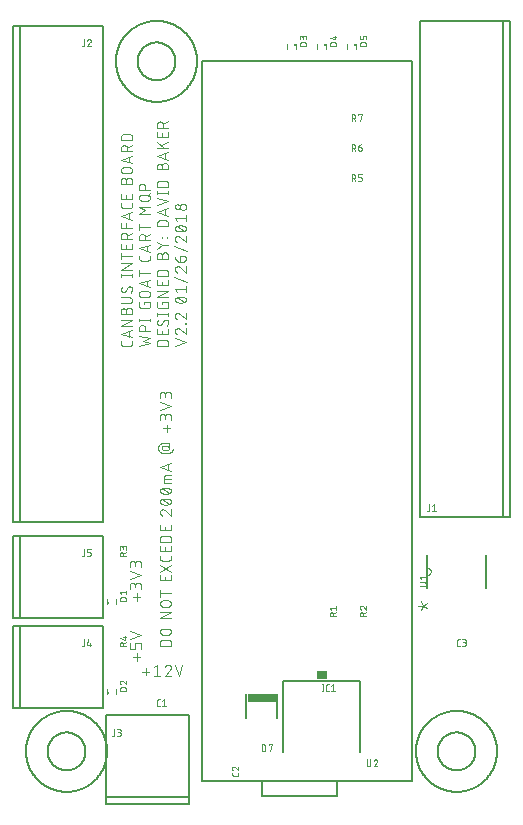
<source format=gto>
G75*
%MOIN*%
%OFA0B0*%
%FSLAX25Y25*%
%IPPOS*%
%LPD*%
%AMOC8*
5,1,8,0,0,1.08239X$1,22.5*
%
%ADD10C,0.00200*%
%ADD11C,0.00300*%
%ADD12C,0.00800*%
%ADD13R,0.03400X0.03000*%
%ADD14C,0.00600*%
%ADD15C,0.00400*%
%ADD16R,0.00886X0.00984*%
%ADD17C,0.00000*%
%ADD18C,0.00500*%
%ADD19R,0.09646X0.02657*%
D10*
X0034117Y0027263D02*
X0034361Y0027263D01*
X0034404Y0027265D01*
X0034446Y0027270D01*
X0034488Y0027280D01*
X0034528Y0027292D01*
X0034568Y0027309D01*
X0034606Y0027329D01*
X0034641Y0027351D01*
X0034675Y0027377D01*
X0034707Y0027406D01*
X0034736Y0027438D01*
X0034762Y0027472D01*
X0034784Y0027508D01*
X0034804Y0027545D01*
X0034821Y0027585D01*
X0034833Y0027625D01*
X0034843Y0027667D01*
X0034848Y0027709D01*
X0034850Y0027752D01*
X0034850Y0029463D01*
X0035851Y0029463D02*
X0036584Y0029463D01*
X0036627Y0029461D01*
X0036669Y0029456D01*
X0036711Y0029446D01*
X0036751Y0029434D01*
X0036791Y0029417D01*
X0036829Y0029397D01*
X0036864Y0029375D01*
X0036898Y0029349D01*
X0036930Y0029320D01*
X0036959Y0029288D01*
X0036985Y0029254D01*
X0037007Y0029219D01*
X0037027Y0029181D01*
X0037044Y0029141D01*
X0037056Y0029101D01*
X0037066Y0029059D01*
X0037071Y0029017D01*
X0037073Y0028974D01*
X0037071Y0028931D01*
X0037066Y0028889D01*
X0037056Y0028847D01*
X0037044Y0028807D01*
X0037027Y0028767D01*
X0037007Y0028730D01*
X0036985Y0028694D01*
X0036959Y0028660D01*
X0036930Y0028628D01*
X0036898Y0028599D01*
X0036864Y0028573D01*
X0036829Y0028551D01*
X0036791Y0028531D01*
X0036751Y0028514D01*
X0036711Y0028502D01*
X0036669Y0028492D01*
X0036627Y0028487D01*
X0036584Y0028485D01*
X0036095Y0028485D01*
X0036462Y0028485D02*
X0036510Y0028483D01*
X0036558Y0028477D01*
X0036605Y0028468D01*
X0036651Y0028455D01*
X0036696Y0028438D01*
X0036739Y0028418D01*
X0036781Y0028395D01*
X0036821Y0028368D01*
X0036859Y0028339D01*
X0036894Y0028306D01*
X0036927Y0028271D01*
X0036956Y0028233D01*
X0036983Y0028193D01*
X0037006Y0028151D01*
X0037026Y0028108D01*
X0037043Y0028063D01*
X0037056Y0028017D01*
X0037065Y0027970D01*
X0037071Y0027922D01*
X0037073Y0027874D01*
X0037071Y0027826D01*
X0037065Y0027778D01*
X0037056Y0027731D01*
X0037043Y0027685D01*
X0037026Y0027640D01*
X0037006Y0027597D01*
X0036983Y0027555D01*
X0036956Y0027515D01*
X0036927Y0027477D01*
X0036894Y0027442D01*
X0036859Y0027409D01*
X0036821Y0027380D01*
X0036781Y0027353D01*
X0036739Y0027330D01*
X0036696Y0027310D01*
X0036651Y0027293D01*
X0036605Y0027280D01*
X0036558Y0027271D01*
X0036510Y0027265D01*
X0036462Y0027263D01*
X0035851Y0027263D01*
X0036717Y0042263D02*
X0036717Y0042874D01*
X0036719Y0042922D01*
X0036725Y0042970D01*
X0036734Y0043017D01*
X0036747Y0043063D01*
X0036764Y0043108D01*
X0036784Y0043151D01*
X0036807Y0043193D01*
X0036834Y0043233D01*
X0036863Y0043271D01*
X0036896Y0043306D01*
X0036931Y0043339D01*
X0036969Y0043368D01*
X0037009Y0043395D01*
X0037051Y0043418D01*
X0037094Y0043438D01*
X0037139Y0043455D01*
X0037185Y0043468D01*
X0037232Y0043477D01*
X0037280Y0043483D01*
X0037328Y0043485D01*
X0038305Y0043485D01*
X0038353Y0043483D01*
X0038401Y0043477D01*
X0038448Y0043468D01*
X0038494Y0043455D01*
X0038539Y0043438D01*
X0038582Y0043418D01*
X0038624Y0043395D01*
X0038664Y0043368D01*
X0038702Y0043339D01*
X0038737Y0043306D01*
X0038770Y0043271D01*
X0038799Y0043233D01*
X0038826Y0043193D01*
X0038849Y0043151D01*
X0038869Y0043108D01*
X0038886Y0043063D01*
X0038899Y0043017D01*
X0038908Y0042970D01*
X0038914Y0042922D01*
X0038916Y0042874D01*
X0038917Y0042874D02*
X0038917Y0042263D01*
X0036717Y0042263D01*
X0037695Y0045535D02*
X0037661Y0045568D01*
X0037624Y0045598D01*
X0037584Y0045626D01*
X0037543Y0045650D01*
X0037500Y0045670D01*
X0037455Y0045687D01*
X0037409Y0045701D01*
X0037362Y0045710D01*
X0037315Y0045716D01*
X0037267Y0045718D01*
X0037694Y0045534D02*
X0038917Y0044495D01*
X0038917Y0045717D01*
X0037205Y0044494D02*
X0037156Y0044512D01*
X0037108Y0044534D01*
X0037062Y0044559D01*
X0037019Y0044587D01*
X0036977Y0044619D01*
X0036937Y0044653D01*
X0036901Y0044690D01*
X0036867Y0044730D01*
X0036836Y0044773D01*
X0036809Y0044817D01*
X0036785Y0044863D01*
X0036764Y0044911D01*
X0036747Y0044961D01*
X0036733Y0045011D01*
X0036724Y0045063D01*
X0036718Y0045115D01*
X0036716Y0045167D01*
X0036717Y0045167D02*
X0036719Y0045212D01*
X0036725Y0045258D01*
X0036734Y0045302D01*
X0036747Y0045346D01*
X0036763Y0045388D01*
X0036783Y0045429D01*
X0036807Y0045468D01*
X0036833Y0045505D01*
X0036862Y0045540D01*
X0036894Y0045572D01*
X0036929Y0045601D01*
X0036966Y0045627D01*
X0037005Y0045651D01*
X0037046Y0045671D01*
X0037088Y0045687D01*
X0037132Y0045700D01*
X0037176Y0045709D01*
X0037222Y0045715D01*
X0037267Y0045717D01*
X0036717Y0057263D02*
X0036717Y0057874D01*
X0036719Y0057922D01*
X0036725Y0057970D01*
X0036734Y0058017D01*
X0036747Y0058063D01*
X0036764Y0058108D01*
X0036784Y0058151D01*
X0036807Y0058193D01*
X0036834Y0058233D01*
X0036863Y0058271D01*
X0036896Y0058306D01*
X0036931Y0058339D01*
X0036969Y0058368D01*
X0037009Y0058395D01*
X0037051Y0058418D01*
X0037094Y0058438D01*
X0037139Y0058455D01*
X0037185Y0058468D01*
X0037232Y0058477D01*
X0037280Y0058483D01*
X0037328Y0058485D01*
X0037376Y0058483D01*
X0037424Y0058477D01*
X0037471Y0058468D01*
X0037517Y0058455D01*
X0037562Y0058438D01*
X0037605Y0058418D01*
X0037647Y0058395D01*
X0037687Y0058368D01*
X0037725Y0058339D01*
X0037760Y0058306D01*
X0037793Y0058271D01*
X0037822Y0058233D01*
X0037849Y0058193D01*
X0037872Y0058151D01*
X0037892Y0058108D01*
X0037909Y0058063D01*
X0037922Y0058017D01*
X0037931Y0057970D01*
X0037937Y0057922D01*
X0037939Y0057874D01*
X0037939Y0057263D01*
X0037939Y0057997D02*
X0038917Y0058485D01*
X0038428Y0059409D02*
X0036717Y0059898D01*
X0037939Y0060265D02*
X0038917Y0060265D01*
X0038428Y0060631D02*
X0038428Y0059409D01*
X0038917Y0057263D02*
X0036717Y0057263D01*
X0036717Y0072263D02*
X0036717Y0072874D01*
X0036719Y0072922D01*
X0036725Y0072970D01*
X0036734Y0073017D01*
X0036747Y0073063D01*
X0036764Y0073108D01*
X0036784Y0073151D01*
X0036807Y0073193D01*
X0036834Y0073233D01*
X0036863Y0073271D01*
X0036896Y0073306D01*
X0036931Y0073339D01*
X0036969Y0073368D01*
X0037009Y0073395D01*
X0037051Y0073418D01*
X0037094Y0073438D01*
X0037139Y0073455D01*
X0037185Y0073468D01*
X0037232Y0073477D01*
X0037280Y0073483D01*
X0037328Y0073485D01*
X0038305Y0073485D01*
X0038353Y0073483D01*
X0038401Y0073477D01*
X0038448Y0073468D01*
X0038494Y0073455D01*
X0038539Y0073438D01*
X0038582Y0073418D01*
X0038624Y0073395D01*
X0038664Y0073368D01*
X0038702Y0073339D01*
X0038737Y0073306D01*
X0038770Y0073271D01*
X0038799Y0073233D01*
X0038826Y0073193D01*
X0038849Y0073151D01*
X0038869Y0073108D01*
X0038886Y0073063D01*
X0038899Y0073017D01*
X0038908Y0072970D01*
X0038914Y0072922D01*
X0038916Y0072874D01*
X0038917Y0072874D02*
X0038917Y0072263D01*
X0036717Y0072263D01*
X0037205Y0074495D02*
X0036717Y0075106D01*
X0038917Y0075106D01*
X0038917Y0074495D02*
X0038917Y0075717D01*
X0038917Y0087263D02*
X0036717Y0087263D01*
X0036717Y0087874D01*
X0036719Y0087922D01*
X0036725Y0087970D01*
X0036734Y0088017D01*
X0036747Y0088063D01*
X0036764Y0088108D01*
X0036784Y0088151D01*
X0036807Y0088193D01*
X0036834Y0088233D01*
X0036863Y0088271D01*
X0036896Y0088306D01*
X0036931Y0088339D01*
X0036969Y0088368D01*
X0037009Y0088395D01*
X0037051Y0088418D01*
X0037094Y0088438D01*
X0037139Y0088455D01*
X0037185Y0088468D01*
X0037232Y0088477D01*
X0037280Y0088483D01*
X0037328Y0088485D01*
X0037376Y0088483D01*
X0037424Y0088477D01*
X0037471Y0088468D01*
X0037517Y0088455D01*
X0037562Y0088438D01*
X0037605Y0088418D01*
X0037647Y0088395D01*
X0037687Y0088368D01*
X0037725Y0088339D01*
X0037760Y0088306D01*
X0037793Y0088271D01*
X0037822Y0088233D01*
X0037849Y0088193D01*
X0037872Y0088151D01*
X0037892Y0088108D01*
X0037909Y0088063D01*
X0037922Y0088017D01*
X0037931Y0087970D01*
X0037937Y0087922D01*
X0037939Y0087874D01*
X0037939Y0087263D01*
X0037939Y0087997D02*
X0038917Y0088485D01*
X0038917Y0089409D02*
X0038917Y0090020D01*
X0038916Y0090020D02*
X0038914Y0090068D01*
X0038908Y0090116D01*
X0038899Y0090163D01*
X0038886Y0090209D01*
X0038869Y0090254D01*
X0038849Y0090297D01*
X0038826Y0090339D01*
X0038799Y0090379D01*
X0038770Y0090417D01*
X0038737Y0090452D01*
X0038702Y0090485D01*
X0038664Y0090514D01*
X0038624Y0090541D01*
X0038582Y0090564D01*
X0038539Y0090584D01*
X0038494Y0090601D01*
X0038448Y0090614D01*
X0038401Y0090623D01*
X0038353Y0090629D01*
X0038305Y0090631D01*
X0038257Y0090629D01*
X0038209Y0090623D01*
X0038162Y0090614D01*
X0038116Y0090601D01*
X0038071Y0090584D01*
X0038028Y0090564D01*
X0037986Y0090541D01*
X0037946Y0090514D01*
X0037908Y0090485D01*
X0037873Y0090452D01*
X0037840Y0090417D01*
X0037811Y0090379D01*
X0037784Y0090339D01*
X0037761Y0090297D01*
X0037741Y0090254D01*
X0037724Y0090209D01*
X0037711Y0090163D01*
X0037702Y0090116D01*
X0037696Y0090068D01*
X0037694Y0090020D01*
X0037694Y0090142D02*
X0037694Y0089653D01*
X0037694Y0090142D02*
X0037692Y0090185D01*
X0037687Y0090227D01*
X0037677Y0090269D01*
X0037665Y0090309D01*
X0037648Y0090349D01*
X0037628Y0090387D01*
X0037606Y0090422D01*
X0037580Y0090456D01*
X0037551Y0090488D01*
X0037519Y0090517D01*
X0037485Y0090543D01*
X0037450Y0090565D01*
X0037412Y0090585D01*
X0037372Y0090602D01*
X0037332Y0090614D01*
X0037290Y0090624D01*
X0037248Y0090629D01*
X0037205Y0090631D01*
X0037162Y0090629D01*
X0037120Y0090624D01*
X0037078Y0090614D01*
X0037038Y0090602D01*
X0036998Y0090585D01*
X0036961Y0090565D01*
X0036925Y0090543D01*
X0036891Y0090517D01*
X0036859Y0090488D01*
X0036830Y0090456D01*
X0036804Y0090422D01*
X0036782Y0090387D01*
X0036762Y0090349D01*
X0036745Y0090309D01*
X0036733Y0090269D01*
X0036723Y0090227D01*
X0036718Y0090185D01*
X0036716Y0090142D01*
X0036717Y0090142D02*
X0036717Y0089409D01*
X0027073Y0089463D02*
X0025851Y0089463D01*
X0025851Y0088485D01*
X0026584Y0088485D01*
X0026584Y0088486D02*
X0026627Y0088484D01*
X0026669Y0088479D01*
X0026711Y0088469D01*
X0026751Y0088457D01*
X0026791Y0088440D01*
X0026829Y0088420D01*
X0026864Y0088398D01*
X0026898Y0088372D01*
X0026930Y0088343D01*
X0026959Y0088311D01*
X0026985Y0088277D01*
X0027007Y0088242D01*
X0027027Y0088204D01*
X0027044Y0088164D01*
X0027056Y0088124D01*
X0027066Y0088082D01*
X0027071Y0088040D01*
X0027073Y0087997D01*
X0027073Y0087752D01*
X0027071Y0087709D01*
X0027066Y0087667D01*
X0027056Y0087625D01*
X0027044Y0087585D01*
X0027027Y0087545D01*
X0027007Y0087507D01*
X0026985Y0087472D01*
X0026959Y0087438D01*
X0026930Y0087406D01*
X0026898Y0087377D01*
X0026864Y0087351D01*
X0026828Y0087329D01*
X0026791Y0087309D01*
X0026751Y0087292D01*
X0026711Y0087280D01*
X0026669Y0087270D01*
X0026627Y0087265D01*
X0026584Y0087263D01*
X0025851Y0087263D01*
X0024850Y0087752D02*
X0024850Y0089463D01*
X0024850Y0087752D02*
X0024848Y0087709D01*
X0024843Y0087667D01*
X0024833Y0087625D01*
X0024821Y0087585D01*
X0024804Y0087545D01*
X0024784Y0087508D01*
X0024762Y0087472D01*
X0024736Y0087438D01*
X0024707Y0087406D01*
X0024675Y0087377D01*
X0024641Y0087351D01*
X0024606Y0087329D01*
X0024568Y0087309D01*
X0024528Y0087292D01*
X0024488Y0087280D01*
X0024446Y0087270D01*
X0024404Y0087265D01*
X0024361Y0087263D01*
X0024117Y0087263D01*
X0024850Y0059463D02*
X0024850Y0057752D01*
X0024848Y0057709D01*
X0024843Y0057667D01*
X0024833Y0057625D01*
X0024821Y0057585D01*
X0024804Y0057545D01*
X0024784Y0057508D01*
X0024762Y0057472D01*
X0024736Y0057438D01*
X0024707Y0057406D01*
X0024675Y0057377D01*
X0024641Y0057351D01*
X0024606Y0057329D01*
X0024568Y0057309D01*
X0024528Y0057292D01*
X0024488Y0057280D01*
X0024446Y0057270D01*
X0024404Y0057265D01*
X0024361Y0057263D01*
X0024117Y0057263D01*
X0025851Y0057752D02*
X0027073Y0057752D01*
X0026706Y0058241D02*
X0026706Y0057263D01*
X0025851Y0057752D02*
X0026340Y0059463D01*
X0049117Y0038974D02*
X0049117Y0037752D01*
X0049116Y0037752D02*
X0049118Y0037709D01*
X0049123Y0037667D01*
X0049133Y0037625D01*
X0049145Y0037585D01*
X0049162Y0037545D01*
X0049182Y0037508D01*
X0049204Y0037472D01*
X0049230Y0037438D01*
X0049259Y0037406D01*
X0049291Y0037377D01*
X0049325Y0037351D01*
X0049361Y0037329D01*
X0049398Y0037309D01*
X0049438Y0037292D01*
X0049478Y0037280D01*
X0049520Y0037270D01*
X0049562Y0037265D01*
X0049605Y0037263D01*
X0050094Y0037263D01*
X0050923Y0037263D02*
X0052145Y0037263D01*
X0051534Y0037263D02*
X0051534Y0039463D01*
X0050923Y0038974D01*
X0050094Y0039463D02*
X0049605Y0039463D01*
X0049562Y0039461D01*
X0049520Y0039456D01*
X0049478Y0039446D01*
X0049438Y0039434D01*
X0049398Y0039417D01*
X0049360Y0039397D01*
X0049325Y0039375D01*
X0049291Y0039349D01*
X0049259Y0039320D01*
X0049230Y0039288D01*
X0049204Y0039254D01*
X0049182Y0039218D01*
X0049162Y0039181D01*
X0049145Y0039141D01*
X0049133Y0039101D01*
X0049123Y0039059D01*
X0049118Y0039017D01*
X0049116Y0038974D01*
X0074117Y0015012D02*
X0074117Y0014524D01*
X0074116Y0014524D02*
X0074118Y0014481D01*
X0074123Y0014439D01*
X0074133Y0014397D01*
X0074145Y0014357D01*
X0074162Y0014317D01*
X0074182Y0014279D01*
X0074204Y0014244D01*
X0074230Y0014210D01*
X0074259Y0014178D01*
X0074291Y0014149D01*
X0074325Y0014123D01*
X0074361Y0014101D01*
X0074398Y0014081D01*
X0074438Y0014064D01*
X0074478Y0014052D01*
X0074520Y0014042D01*
X0074562Y0014037D01*
X0074605Y0014035D01*
X0075828Y0014035D01*
X0075871Y0014037D01*
X0075913Y0014042D01*
X0075955Y0014052D01*
X0075995Y0014064D01*
X0076035Y0014081D01*
X0076073Y0014101D01*
X0076108Y0014123D01*
X0076142Y0014149D01*
X0076174Y0014178D01*
X0076203Y0014210D01*
X0076229Y0014244D01*
X0076251Y0014280D01*
X0076271Y0014317D01*
X0076288Y0014357D01*
X0076300Y0014397D01*
X0076310Y0014439D01*
X0076315Y0014481D01*
X0076317Y0014524D01*
X0076317Y0015012D01*
X0076317Y0015841D02*
X0076317Y0017063D01*
X0076317Y0015841D02*
X0075094Y0016880D01*
X0074116Y0016513D02*
X0074118Y0016461D01*
X0074124Y0016409D01*
X0074133Y0016357D01*
X0074147Y0016307D01*
X0074164Y0016257D01*
X0074185Y0016209D01*
X0074209Y0016163D01*
X0074236Y0016119D01*
X0074267Y0016076D01*
X0074301Y0016036D01*
X0074337Y0015999D01*
X0074377Y0015965D01*
X0074419Y0015933D01*
X0074462Y0015905D01*
X0074508Y0015880D01*
X0074556Y0015858D01*
X0074605Y0015840D01*
X0075095Y0016881D02*
X0075061Y0016914D01*
X0075024Y0016944D01*
X0074984Y0016972D01*
X0074943Y0016996D01*
X0074900Y0017016D01*
X0074855Y0017033D01*
X0074809Y0017047D01*
X0074762Y0017056D01*
X0074715Y0017062D01*
X0074667Y0017064D01*
X0074667Y0017063D02*
X0074622Y0017061D01*
X0074576Y0017055D01*
X0074532Y0017046D01*
X0074488Y0017033D01*
X0074446Y0017017D01*
X0074405Y0016997D01*
X0074366Y0016973D01*
X0074329Y0016947D01*
X0074294Y0016918D01*
X0074262Y0016886D01*
X0074233Y0016851D01*
X0074207Y0016814D01*
X0074183Y0016775D01*
X0074163Y0016734D01*
X0074147Y0016692D01*
X0074134Y0016648D01*
X0074125Y0016604D01*
X0074119Y0016558D01*
X0074117Y0016513D01*
X0084117Y0022263D02*
X0084728Y0022263D01*
X0084776Y0022265D01*
X0084824Y0022271D01*
X0084871Y0022280D01*
X0084917Y0022293D01*
X0084962Y0022310D01*
X0085005Y0022330D01*
X0085047Y0022353D01*
X0085087Y0022380D01*
X0085125Y0022409D01*
X0085160Y0022442D01*
X0085193Y0022477D01*
X0085222Y0022515D01*
X0085249Y0022555D01*
X0085272Y0022597D01*
X0085292Y0022640D01*
X0085309Y0022685D01*
X0085322Y0022731D01*
X0085331Y0022778D01*
X0085337Y0022826D01*
X0085339Y0022874D01*
X0085339Y0023852D01*
X0085337Y0023900D01*
X0085331Y0023948D01*
X0085322Y0023995D01*
X0085309Y0024041D01*
X0085292Y0024086D01*
X0085272Y0024129D01*
X0085249Y0024171D01*
X0085222Y0024211D01*
X0085193Y0024249D01*
X0085160Y0024284D01*
X0085125Y0024317D01*
X0085087Y0024346D01*
X0085047Y0024373D01*
X0085005Y0024396D01*
X0084962Y0024416D01*
X0084917Y0024433D01*
X0084871Y0024446D01*
X0084824Y0024455D01*
X0084776Y0024461D01*
X0084728Y0024463D01*
X0084117Y0024463D01*
X0084117Y0022263D01*
X0086349Y0024219D02*
X0086349Y0024463D01*
X0087571Y0024463D01*
X0086960Y0022263D01*
X0104117Y0042263D02*
X0104605Y0042263D01*
X0104361Y0042263D02*
X0104361Y0044463D01*
X0104117Y0044463D02*
X0104605Y0044463D01*
X0105471Y0043974D02*
X0105471Y0042752D01*
X0105473Y0042709D01*
X0105478Y0042667D01*
X0105488Y0042625D01*
X0105500Y0042585D01*
X0105517Y0042545D01*
X0105537Y0042508D01*
X0105559Y0042472D01*
X0105585Y0042438D01*
X0105614Y0042406D01*
X0105646Y0042377D01*
X0105680Y0042351D01*
X0105716Y0042329D01*
X0105753Y0042309D01*
X0105793Y0042292D01*
X0105833Y0042280D01*
X0105875Y0042270D01*
X0105917Y0042265D01*
X0105960Y0042263D01*
X0106449Y0042263D01*
X0107278Y0042263D02*
X0108500Y0042263D01*
X0107889Y0042263D02*
X0107889Y0044463D01*
X0107278Y0043974D01*
X0106449Y0044463D02*
X0105960Y0044463D01*
X0105917Y0044461D01*
X0105875Y0044456D01*
X0105833Y0044446D01*
X0105793Y0044434D01*
X0105753Y0044417D01*
X0105715Y0044397D01*
X0105680Y0044375D01*
X0105646Y0044349D01*
X0105614Y0044320D01*
X0105585Y0044288D01*
X0105559Y0044254D01*
X0105537Y0044218D01*
X0105517Y0044181D01*
X0105500Y0044141D01*
X0105488Y0044101D01*
X0105478Y0044059D01*
X0105473Y0044017D01*
X0105471Y0043974D01*
X0106717Y0067263D02*
X0106717Y0067874D01*
X0106719Y0067922D01*
X0106725Y0067970D01*
X0106734Y0068017D01*
X0106747Y0068063D01*
X0106764Y0068108D01*
X0106784Y0068151D01*
X0106807Y0068193D01*
X0106834Y0068233D01*
X0106863Y0068271D01*
X0106896Y0068306D01*
X0106931Y0068339D01*
X0106969Y0068368D01*
X0107009Y0068395D01*
X0107051Y0068418D01*
X0107094Y0068438D01*
X0107139Y0068455D01*
X0107185Y0068468D01*
X0107232Y0068477D01*
X0107280Y0068483D01*
X0107328Y0068485D01*
X0107376Y0068483D01*
X0107424Y0068477D01*
X0107471Y0068468D01*
X0107517Y0068455D01*
X0107562Y0068438D01*
X0107605Y0068418D01*
X0107647Y0068395D01*
X0107687Y0068368D01*
X0107725Y0068339D01*
X0107760Y0068306D01*
X0107793Y0068271D01*
X0107822Y0068233D01*
X0107849Y0068193D01*
X0107872Y0068151D01*
X0107892Y0068108D01*
X0107909Y0068063D01*
X0107922Y0068017D01*
X0107931Y0067970D01*
X0107937Y0067922D01*
X0107939Y0067874D01*
X0107939Y0067263D01*
X0107939Y0067997D02*
X0108917Y0068485D01*
X0108917Y0069409D02*
X0108917Y0070631D01*
X0108917Y0070020D02*
X0106717Y0070020D01*
X0107205Y0069409D01*
X0106717Y0067263D02*
X0108917Y0067263D01*
X0116717Y0067263D02*
X0116717Y0067874D01*
X0116719Y0067922D01*
X0116725Y0067970D01*
X0116734Y0068017D01*
X0116747Y0068063D01*
X0116764Y0068108D01*
X0116784Y0068151D01*
X0116807Y0068193D01*
X0116834Y0068233D01*
X0116863Y0068271D01*
X0116896Y0068306D01*
X0116931Y0068339D01*
X0116969Y0068368D01*
X0117009Y0068395D01*
X0117051Y0068418D01*
X0117094Y0068438D01*
X0117139Y0068455D01*
X0117185Y0068468D01*
X0117232Y0068477D01*
X0117280Y0068483D01*
X0117328Y0068485D01*
X0117376Y0068483D01*
X0117424Y0068477D01*
X0117471Y0068468D01*
X0117517Y0068455D01*
X0117562Y0068438D01*
X0117605Y0068418D01*
X0117647Y0068395D01*
X0117687Y0068368D01*
X0117725Y0068339D01*
X0117760Y0068306D01*
X0117793Y0068271D01*
X0117822Y0068233D01*
X0117849Y0068193D01*
X0117872Y0068151D01*
X0117892Y0068108D01*
X0117909Y0068063D01*
X0117922Y0068017D01*
X0117931Y0067970D01*
X0117937Y0067922D01*
X0117939Y0067874D01*
X0117939Y0067263D01*
X0117939Y0067997D02*
X0118917Y0068485D01*
X0118917Y0069409D02*
X0118917Y0070631D01*
X0118917Y0069409D02*
X0117694Y0070448D01*
X0116716Y0070081D02*
X0116718Y0070029D01*
X0116724Y0069977D01*
X0116733Y0069925D01*
X0116747Y0069875D01*
X0116764Y0069825D01*
X0116785Y0069777D01*
X0116809Y0069731D01*
X0116836Y0069687D01*
X0116867Y0069644D01*
X0116901Y0069604D01*
X0116937Y0069567D01*
X0116977Y0069533D01*
X0117019Y0069501D01*
X0117062Y0069473D01*
X0117108Y0069448D01*
X0117156Y0069426D01*
X0117205Y0069408D01*
X0117695Y0070449D02*
X0117661Y0070482D01*
X0117624Y0070512D01*
X0117584Y0070540D01*
X0117543Y0070564D01*
X0117500Y0070584D01*
X0117455Y0070601D01*
X0117409Y0070615D01*
X0117362Y0070624D01*
X0117315Y0070630D01*
X0117267Y0070632D01*
X0117267Y0070631D02*
X0117222Y0070629D01*
X0117176Y0070623D01*
X0117132Y0070614D01*
X0117088Y0070601D01*
X0117046Y0070585D01*
X0117005Y0070565D01*
X0116966Y0070541D01*
X0116929Y0070515D01*
X0116894Y0070486D01*
X0116862Y0070454D01*
X0116833Y0070419D01*
X0116807Y0070382D01*
X0116783Y0070343D01*
X0116763Y0070302D01*
X0116747Y0070260D01*
X0116734Y0070216D01*
X0116725Y0070172D01*
X0116719Y0070126D01*
X0116717Y0070081D01*
X0116717Y0067263D02*
X0118917Y0067263D01*
X0136717Y0077263D02*
X0138305Y0077263D01*
X0138353Y0077265D01*
X0138401Y0077271D01*
X0138448Y0077280D01*
X0138494Y0077293D01*
X0138539Y0077310D01*
X0138582Y0077330D01*
X0138624Y0077353D01*
X0138664Y0077380D01*
X0138702Y0077409D01*
X0138737Y0077442D01*
X0138770Y0077477D01*
X0138799Y0077515D01*
X0138826Y0077555D01*
X0138849Y0077597D01*
X0138869Y0077640D01*
X0138886Y0077685D01*
X0138899Y0077731D01*
X0138908Y0077778D01*
X0138914Y0077826D01*
X0138916Y0077874D01*
X0138914Y0077922D01*
X0138908Y0077970D01*
X0138899Y0078017D01*
X0138886Y0078063D01*
X0138869Y0078108D01*
X0138849Y0078151D01*
X0138826Y0078193D01*
X0138799Y0078233D01*
X0138770Y0078271D01*
X0138737Y0078306D01*
X0138702Y0078339D01*
X0138664Y0078368D01*
X0138624Y0078395D01*
X0138582Y0078418D01*
X0138539Y0078438D01*
X0138494Y0078455D01*
X0138448Y0078468D01*
X0138401Y0078477D01*
X0138353Y0078483D01*
X0138305Y0078485D01*
X0136717Y0078485D01*
X0137205Y0079495D02*
X0136717Y0080106D01*
X0138917Y0080106D01*
X0138917Y0079495D02*
X0138917Y0080717D01*
X0149605Y0059463D02*
X0150094Y0059463D01*
X0149605Y0059463D02*
X0149562Y0059461D01*
X0149520Y0059456D01*
X0149478Y0059446D01*
X0149438Y0059434D01*
X0149398Y0059417D01*
X0149360Y0059397D01*
X0149325Y0059375D01*
X0149291Y0059349D01*
X0149259Y0059320D01*
X0149230Y0059288D01*
X0149204Y0059254D01*
X0149182Y0059218D01*
X0149162Y0059181D01*
X0149145Y0059141D01*
X0149133Y0059101D01*
X0149123Y0059059D01*
X0149118Y0059017D01*
X0149116Y0058974D01*
X0149117Y0058974D02*
X0149117Y0057752D01*
X0149116Y0057752D02*
X0149118Y0057709D01*
X0149123Y0057667D01*
X0149133Y0057625D01*
X0149145Y0057585D01*
X0149162Y0057545D01*
X0149182Y0057508D01*
X0149204Y0057472D01*
X0149230Y0057438D01*
X0149259Y0057406D01*
X0149291Y0057377D01*
X0149325Y0057351D01*
X0149361Y0057329D01*
X0149398Y0057309D01*
X0149438Y0057292D01*
X0149478Y0057280D01*
X0149520Y0057270D01*
X0149562Y0057265D01*
X0149605Y0057263D01*
X0150094Y0057263D01*
X0150923Y0057263D02*
X0151534Y0057263D01*
X0151582Y0057265D01*
X0151630Y0057271D01*
X0151677Y0057280D01*
X0151723Y0057293D01*
X0151768Y0057310D01*
X0151811Y0057330D01*
X0151853Y0057353D01*
X0151893Y0057380D01*
X0151931Y0057409D01*
X0151966Y0057442D01*
X0151999Y0057477D01*
X0152028Y0057515D01*
X0152055Y0057555D01*
X0152078Y0057597D01*
X0152098Y0057640D01*
X0152115Y0057685D01*
X0152128Y0057731D01*
X0152137Y0057778D01*
X0152143Y0057826D01*
X0152145Y0057874D01*
X0152143Y0057922D01*
X0152137Y0057970D01*
X0152128Y0058017D01*
X0152115Y0058063D01*
X0152098Y0058108D01*
X0152078Y0058151D01*
X0152055Y0058193D01*
X0152028Y0058233D01*
X0151999Y0058271D01*
X0151966Y0058306D01*
X0151931Y0058339D01*
X0151893Y0058368D01*
X0151853Y0058395D01*
X0151811Y0058418D01*
X0151768Y0058438D01*
X0151723Y0058455D01*
X0151677Y0058468D01*
X0151630Y0058477D01*
X0151582Y0058483D01*
X0151534Y0058485D01*
X0151656Y0058485D02*
X0151167Y0058485D01*
X0151656Y0058485D02*
X0151699Y0058487D01*
X0151741Y0058492D01*
X0151783Y0058502D01*
X0151823Y0058514D01*
X0151863Y0058531D01*
X0151901Y0058551D01*
X0151936Y0058573D01*
X0151970Y0058599D01*
X0152002Y0058628D01*
X0152031Y0058660D01*
X0152057Y0058694D01*
X0152079Y0058730D01*
X0152099Y0058767D01*
X0152116Y0058807D01*
X0152128Y0058847D01*
X0152138Y0058889D01*
X0152143Y0058931D01*
X0152145Y0058974D01*
X0152143Y0059017D01*
X0152138Y0059059D01*
X0152128Y0059101D01*
X0152116Y0059141D01*
X0152099Y0059181D01*
X0152079Y0059219D01*
X0152057Y0059254D01*
X0152031Y0059288D01*
X0152002Y0059320D01*
X0151970Y0059349D01*
X0151936Y0059375D01*
X0151901Y0059397D01*
X0151863Y0059417D01*
X0151823Y0059434D01*
X0151783Y0059446D01*
X0151741Y0059456D01*
X0151699Y0059461D01*
X0151656Y0059463D01*
X0150923Y0059463D01*
X0142073Y0102263D02*
X0140851Y0102263D01*
X0141462Y0102263D02*
X0141462Y0104463D01*
X0140851Y0103974D01*
X0139850Y0104463D02*
X0139850Y0102752D01*
X0139848Y0102709D01*
X0139843Y0102667D01*
X0139833Y0102625D01*
X0139821Y0102585D01*
X0139804Y0102545D01*
X0139784Y0102508D01*
X0139762Y0102472D01*
X0139736Y0102438D01*
X0139707Y0102406D01*
X0139675Y0102377D01*
X0139641Y0102351D01*
X0139606Y0102329D01*
X0139568Y0102309D01*
X0139528Y0102292D01*
X0139488Y0102280D01*
X0139446Y0102270D01*
X0139404Y0102265D01*
X0139361Y0102263D01*
X0139117Y0102263D01*
X0120339Y0019463D02*
X0120339Y0017874D01*
X0120337Y0017826D01*
X0120331Y0017778D01*
X0120322Y0017731D01*
X0120309Y0017685D01*
X0120292Y0017640D01*
X0120272Y0017597D01*
X0120249Y0017555D01*
X0120222Y0017515D01*
X0120193Y0017477D01*
X0120160Y0017442D01*
X0120125Y0017409D01*
X0120087Y0017380D01*
X0120047Y0017353D01*
X0120005Y0017330D01*
X0119962Y0017310D01*
X0119917Y0017293D01*
X0119871Y0017280D01*
X0119824Y0017271D01*
X0119776Y0017265D01*
X0119728Y0017263D01*
X0119680Y0017265D01*
X0119632Y0017271D01*
X0119585Y0017280D01*
X0119539Y0017293D01*
X0119494Y0017310D01*
X0119451Y0017330D01*
X0119409Y0017353D01*
X0119369Y0017380D01*
X0119331Y0017409D01*
X0119296Y0017442D01*
X0119263Y0017477D01*
X0119234Y0017515D01*
X0119207Y0017555D01*
X0119184Y0017597D01*
X0119164Y0017640D01*
X0119147Y0017685D01*
X0119134Y0017731D01*
X0119125Y0017778D01*
X0119119Y0017826D01*
X0119117Y0017874D01*
X0119117Y0019463D01*
X0122388Y0018485D02*
X0122421Y0018519D01*
X0122451Y0018556D01*
X0122479Y0018596D01*
X0122503Y0018637D01*
X0122523Y0018680D01*
X0122540Y0018725D01*
X0122554Y0018771D01*
X0122563Y0018818D01*
X0122569Y0018865D01*
X0122571Y0018913D01*
X0122387Y0018485D02*
X0121349Y0017263D01*
X0122571Y0017263D01*
X0121348Y0018975D02*
X0121366Y0019024D01*
X0121388Y0019072D01*
X0121413Y0019118D01*
X0121441Y0019161D01*
X0121473Y0019203D01*
X0121507Y0019243D01*
X0121544Y0019279D01*
X0121584Y0019313D01*
X0121627Y0019344D01*
X0121671Y0019371D01*
X0121717Y0019395D01*
X0121765Y0019416D01*
X0121815Y0019433D01*
X0121865Y0019447D01*
X0121917Y0019456D01*
X0121969Y0019462D01*
X0122021Y0019464D01*
X0122021Y0019463D02*
X0122066Y0019461D01*
X0122112Y0019455D01*
X0122156Y0019446D01*
X0122200Y0019433D01*
X0122242Y0019417D01*
X0122283Y0019397D01*
X0122322Y0019373D01*
X0122359Y0019347D01*
X0122394Y0019318D01*
X0122426Y0019286D01*
X0122455Y0019251D01*
X0122481Y0019214D01*
X0122505Y0019175D01*
X0122525Y0019134D01*
X0122541Y0019092D01*
X0122554Y0019048D01*
X0122563Y0019004D01*
X0122569Y0018958D01*
X0122571Y0018913D01*
X0116996Y0212263D02*
X0116262Y0212263D01*
X0116996Y0212263D02*
X0117039Y0212265D01*
X0117081Y0212270D01*
X0117123Y0212280D01*
X0117163Y0212292D01*
X0117203Y0212309D01*
X0117240Y0212329D01*
X0117276Y0212351D01*
X0117310Y0212377D01*
X0117342Y0212406D01*
X0117371Y0212438D01*
X0117397Y0212472D01*
X0117419Y0212507D01*
X0117439Y0212545D01*
X0117456Y0212585D01*
X0117468Y0212625D01*
X0117478Y0212667D01*
X0117483Y0212709D01*
X0117485Y0212752D01*
X0117485Y0212997D01*
X0117483Y0213040D01*
X0117478Y0213082D01*
X0117468Y0213124D01*
X0117456Y0213164D01*
X0117439Y0213204D01*
X0117419Y0213242D01*
X0117397Y0213277D01*
X0117371Y0213311D01*
X0117342Y0213343D01*
X0117310Y0213372D01*
X0117276Y0213398D01*
X0117241Y0213420D01*
X0117203Y0213440D01*
X0117163Y0213457D01*
X0117123Y0213469D01*
X0117081Y0213479D01*
X0117039Y0213484D01*
X0116996Y0213486D01*
X0116996Y0213485D02*
X0116262Y0213485D01*
X0116262Y0214463D01*
X0117485Y0214463D01*
X0114728Y0214463D02*
X0114117Y0214463D01*
X0114117Y0212263D01*
X0114117Y0213241D02*
X0114728Y0213241D01*
X0114850Y0213241D02*
X0115339Y0212263D01*
X0114728Y0213241D02*
X0114776Y0213243D01*
X0114824Y0213249D01*
X0114871Y0213258D01*
X0114917Y0213271D01*
X0114962Y0213288D01*
X0115005Y0213308D01*
X0115047Y0213331D01*
X0115087Y0213358D01*
X0115125Y0213387D01*
X0115160Y0213420D01*
X0115193Y0213455D01*
X0115222Y0213493D01*
X0115249Y0213533D01*
X0115272Y0213575D01*
X0115292Y0213618D01*
X0115309Y0213663D01*
X0115322Y0213709D01*
X0115331Y0213756D01*
X0115337Y0213804D01*
X0115339Y0213852D01*
X0115337Y0213900D01*
X0115331Y0213948D01*
X0115322Y0213995D01*
X0115309Y0214041D01*
X0115292Y0214086D01*
X0115272Y0214129D01*
X0115249Y0214171D01*
X0115222Y0214211D01*
X0115193Y0214249D01*
X0115160Y0214284D01*
X0115125Y0214317D01*
X0115087Y0214346D01*
X0115047Y0214373D01*
X0115005Y0214396D01*
X0114962Y0214416D01*
X0114917Y0214433D01*
X0114871Y0214446D01*
X0114824Y0214455D01*
X0114776Y0214461D01*
X0114728Y0214463D01*
X0115339Y0222263D02*
X0114850Y0223241D01*
X0114728Y0223241D02*
X0114117Y0223241D01*
X0114728Y0223241D02*
X0114776Y0223243D01*
X0114824Y0223249D01*
X0114871Y0223258D01*
X0114917Y0223271D01*
X0114962Y0223288D01*
X0115005Y0223308D01*
X0115047Y0223331D01*
X0115087Y0223358D01*
X0115125Y0223387D01*
X0115160Y0223420D01*
X0115193Y0223455D01*
X0115222Y0223493D01*
X0115249Y0223533D01*
X0115272Y0223575D01*
X0115292Y0223618D01*
X0115309Y0223663D01*
X0115322Y0223709D01*
X0115331Y0223756D01*
X0115337Y0223804D01*
X0115339Y0223852D01*
X0115337Y0223900D01*
X0115331Y0223948D01*
X0115322Y0223995D01*
X0115309Y0224041D01*
X0115292Y0224086D01*
X0115272Y0224129D01*
X0115249Y0224171D01*
X0115222Y0224211D01*
X0115193Y0224249D01*
X0115160Y0224284D01*
X0115125Y0224317D01*
X0115087Y0224346D01*
X0115047Y0224373D01*
X0115005Y0224396D01*
X0114962Y0224416D01*
X0114917Y0224433D01*
X0114871Y0224446D01*
X0114824Y0224455D01*
X0114776Y0224461D01*
X0114728Y0224463D01*
X0114117Y0224463D01*
X0114117Y0222263D01*
X0116262Y0222874D02*
X0116262Y0223485D01*
X0116996Y0223485D01*
X0116262Y0223485D02*
X0116264Y0223546D01*
X0116270Y0223608D01*
X0116279Y0223668D01*
X0116293Y0223728D01*
X0116310Y0223787D01*
X0116331Y0223845D01*
X0116355Y0223901D01*
X0116383Y0223956D01*
X0116414Y0224009D01*
X0116449Y0224060D01*
X0116486Y0224108D01*
X0116527Y0224154D01*
X0116571Y0224198D01*
X0116617Y0224239D01*
X0116665Y0224276D01*
X0116716Y0224311D01*
X0116769Y0224342D01*
X0116824Y0224370D01*
X0116880Y0224394D01*
X0116938Y0224415D01*
X0116997Y0224432D01*
X0117057Y0224446D01*
X0117117Y0224455D01*
X0117179Y0224461D01*
X0117240Y0224463D01*
X0116996Y0223486D02*
X0117039Y0223484D01*
X0117081Y0223479D01*
X0117123Y0223469D01*
X0117163Y0223457D01*
X0117203Y0223440D01*
X0117241Y0223420D01*
X0117276Y0223398D01*
X0117310Y0223372D01*
X0117342Y0223343D01*
X0117371Y0223311D01*
X0117397Y0223277D01*
X0117419Y0223242D01*
X0117439Y0223204D01*
X0117456Y0223164D01*
X0117468Y0223124D01*
X0117478Y0223082D01*
X0117483Y0223040D01*
X0117485Y0222997D01*
X0117485Y0222874D01*
X0117484Y0222874D02*
X0117482Y0222826D01*
X0117476Y0222778D01*
X0117467Y0222731D01*
X0117454Y0222685D01*
X0117437Y0222640D01*
X0117417Y0222597D01*
X0117394Y0222555D01*
X0117367Y0222515D01*
X0117338Y0222477D01*
X0117305Y0222442D01*
X0117270Y0222409D01*
X0117232Y0222380D01*
X0117192Y0222353D01*
X0117150Y0222330D01*
X0117107Y0222310D01*
X0117062Y0222293D01*
X0117016Y0222280D01*
X0116969Y0222271D01*
X0116921Y0222265D01*
X0116873Y0222263D01*
X0116825Y0222265D01*
X0116777Y0222271D01*
X0116730Y0222280D01*
X0116684Y0222293D01*
X0116639Y0222310D01*
X0116596Y0222330D01*
X0116554Y0222353D01*
X0116514Y0222380D01*
X0116476Y0222409D01*
X0116441Y0222442D01*
X0116408Y0222477D01*
X0116379Y0222515D01*
X0116352Y0222555D01*
X0116329Y0222597D01*
X0116309Y0222640D01*
X0116292Y0222685D01*
X0116279Y0222731D01*
X0116270Y0222778D01*
X0116264Y0222826D01*
X0116262Y0222874D01*
X0116873Y0232263D02*
X0117485Y0234463D01*
X0116262Y0234463D01*
X0116262Y0234219D01*
X0114728Y0234463D02*
X0114117Y0234463D01*
X0114117Y0232263D01*
X0114117Y0233241D02*
X0114728Y0233241D01*
X0114850Y0233241D02*
X0115339Y0232263D01*
X0114728Y0233241D02*
X0114776Y0233243D01*
X0114824Y0233249D01*
X0114871Y0233258D01*
X0114917Y0233271D01*
X0114962Y0233288D01*
X0115005Y0233308D01*
X0115047Y0233331D01*
X0115087Y0233358D01*
X0115125Y0233387D01*
X0115160Y0233420D01*
X0115193Y0233455D01*
X0115222Y0233493D01*
X0115249Y0233533D01*
X0115272Y0233575D01*
X0115292Y0233618D01*
X0115309Y0233663D01*
X0115322Y0233709D01*
X0115331Y0233756D01*
X0115337Y0233804D01*
X0115339Y0233852D01*
X0115337Y0233900D01*
X0115331Y0233948D01*
X0115322Y0233995D01*
X0115309Y0234041D01*
X0115292Y0234086D01*
X0115272Y0234129D01*
X0115249Y0234171D01*
X0115222Y0234211D01*
X0115193Y0234249D01*
X0115160Y0234284D01*
X0115125Y0234317D01*
X0115087Y0234346D01*
X0115047Y0234373D01*
X0115005Y0234396D01*
X0114962Y0234416D01*
X0114917Y0234433D01*
X0114871Y0234446D01*
X0114824Y0234455D01*
X0114776Y0234461D01*
X0114728Y0234463D01*
X0116717Y0257263D02*
X0116717Y0257874D01*
X0116719Y0257922D01*
X0116725Y0257970D01*
X0116734Y0258017D01*
X0116747Y0258063D01*
X0116764Y0258108D01*
X0116784Y0258151D01*
X0116807Y0258193D01*
X0116834Y0258233D01*
X0116863Y0258271D01*
X0116896Y0258306D01*
X0116931Y0258339D01*
X0116969Y0258368D01*
X0117009Y0258395D01*
X0117051Y0258418D01*
X0117094Y0258438D01*
X0117139Y0258455D01*
X0117185Y0258468D01*
X0117232Y0258477D01*
X0117280Y0258483D01*
X0117328Y0258485D01*
X0118305Y0258485D01*
X0118353Y0258483D01*
X0118401Y0258477D01*
X0118448Y0258468D01*
X0118494Y0258455D01*
X0118539Y0258438D01*
X0118582Y0258418D01*
X0118624Y0258395D01*
X0118664Y0258368D01*
X0118702Y0258339D01*
X0118737Y0258306D01*
X0118770Y0258271D01*
X0118799Y0258233D01*
X0118826Y0258193D01*
X0118849Y0258151D01*
X0118869Y0258108D01*
X0118886Y0258063D01*
X0118899Y0258017D01*
X0118908Y0257970D01*
X0118914Y0257922D01*
X0118916Y0257874D01*
X0118917Y0257874D02*
X0118917Y0257263D01*
X0116717Y0257263D01*
X0116717Y0259495D02*
X0116717Y0260717D01*
X0117694Y0260229D02*
X0117694Y0259495D01*
X0116717Y0259495D01*
X0117694Y0260229D02*
X0117696Y0260272D01*
X0117701Y0260314D01*
X0117711Y0260356D01*
X0117723Y0260396D01*
X0117740Y0260436D01*
X0117760Y0260474D01*
X0117782Y0260509D01*
X0117808Y0260543D01*
X0117837Y0260575D01*
X0117869Y0260604D01*
X0117903Y0260630D01*
X0117939Y0260652D01*
X0117976Y0260672D01*
X0118016Y0260689D01*
X0118056Y0260701D01*
X0118098Y0260711D01*
X0118140Y0260716D01*
X0118183Y0260718D01*
X0118183Y0260717D02*
X0118428Y0260717D01*
X0118428Y0260718D02*
X0118471Y0260716D01*
X0118513Y0260711D01*
X0118555Y0260701D01*
X0118595Y0260689D01*
X0118635Y0260672D01*
X0118673Y0260652D01*
X0118708Y0260630D01*
X0118742Y0260604D01*
X0118774Y0260575D01*
X0118803Y0260543D01*
X0118829Y0260509D01*
X0118851Y0260474D01*
X0118871Y0260436D01*
X0118888Y0260396D01*
X0118900Y0260356D01*
X0118910Y0260314D01*
X0118915Y0260272D01*
X0118917Y0260229D01*
X0118917Y0259495D01*
X0108917Y0260351D02*
X0107939Y0260351D01*
X0108428Y0260717D02*
X0108428Y0259495D01*
X0106717Y0259984D01*
X0107328Y0258485D02*
X0108305Y0258485D01*
X0108353Y0258483D01*
X0108401Y0258477D01*
X0108448Y0258468D01*
X0108494Y0258455D01*
X0108539Y0258438D01*
X0108582Y0258418D01*
X0108624Y0258395D01*
X0108664Y0258368D01*
X0108702Y0258339D01*
X0108737Y0258306D01*
X0108770Y0258271D01*
X0108799Y0258233D01*
X0108826Y0258193D01*
X0108849Y0258151D01*
X0108869Y0258108D01*
X0108886Y0258063D01*
X0108899Y0258017D01*
X0108908Y0257970D01*
X0108914Y0257922D01*
X0108916Y0257874D01*
X0108917Y0257874D02*
X0108917Y0257263D01*
X0106717Y0257263D01*
X0106717Y0257874D01*
X0106719Y0257922D01*
X0106725Y0257970D01*
X0106734Y0258017D01*
X0106747Y0258063D01*
X0106764Y0258108D01*
X0106784Y0258151D01*
X0106807Y0258193D01*
X0106834Y0258233D01*
X0106863Y0258271D01*
X0106896Y0258306D01*
X0106931Y0258339D01*
X0106969Y0258368D01*
X0107009Y0258395D01*
X0107051Y0258418D01*
X0107094Y0258438D01*
X0107139Y0258455D01*
X0107185Y0258468D01*
X0107232Y0258477D01*
X0107280Y0258483D01*
X0107328Y0258485D01*
X0098917Y0257874D02*
X0098917Y0257263D01*
X0096717Y0257263D01*
X0096717Y0257874D01*
X0096719Y0257922D01*
X0096725Y0257970D01*
X0096734Y0258017D01*
X0096747Y0258063D01*
X0096764Y0258108D01*
X0096784Y0258151D01*
X0096807Y0258193D01*
X0096834Y0258233D01*
X0096863Y0258271D01*
X0096896Y0258306D01*
X0096931Y0258339D01*
X0096969Y0258368D01*
X0097009Y0258395D01*
X0097051Y0258418D01*
X0097094Y0258438D01*
X0097139Y0258455D01*
X0097185Y0258468D01*
X0097232Y0258477D01*
X0097280Y0258483D01*
X0097328Y0258485D01*
X0098305Y0258485D01*
X0098353Y0258483D01*
X0098401Y0258477D01*
X0098448Y0258468D01*
X0098494Y0258455D01*
X0098539Y0258438D01*
X0098582Y0258418D01*
X0098624Y0258395D01*
X0098664Y0258368D01*
X0098702Y0258339D01*
X0098737Y0258306D01*
X0098770Y0258271D01*
X0098799Y0258233D01*
X0098826Y0258193D01*
X0098849Y0258151D01*
X0098869Y0258108D01*
X0098886Y0258063D01*
X0098899Y0258017D01*
X0098908Y0257970D01*
X0098914Y0257922D01*
X0098916Y0257874D01*
X0098917Y0259495D02*
X0098917Y0260106D01*
X0098916Y0260106D02*
X0098914Y0260154D01*
X0098908Y0260202D01*
X0098899Y0260249D01*
X0098886Y0260295D01*
X0098869Y0260340D01*
X0098849Y0260383D01*
X0098826Y0260425D01*
X0098799Y0260465D01*
X0098770Y0260503D01*
X0098737Y0260538D01*
X0098702Y0260571D01*
X0098664Y0260600D01*
X0098624Y0260627D01*
X0098582Y0260650D01*
X0098539Y0260670D01*
X0098494Y0260687D01*
X0098448Y0260700D01*
X0098401Y0260709D01*
X0098353Y0260715D01*
X0098305Y0260717D01*
X0098257Y0260715D01*
X0098209Y0260709D01*
X0098162Y0260700D01*
X0098116Y0260687D01*
X0098071Y0260670D01*
X0098028Y0260650D01*
X0097986Y0260627D01*
X0097946Y0260600D01*
X0097908Y0260571D01*
X0097873Y0260538D01*
X0097840Y0260503D01*
X0097811Y0260465D01*
X0097784Y0260425D01*
X0097761Y0260383D01*
X0097741Y0260340D01*
X0097724Y0260295D01*
X0097711Y0260249D01*
X0097702Y0260202D01*
X0097696Y0260154D01*
X0097694Y0260106D01*
X0097694Y0260229D02*
X0097694Y0259740D01*
X0097694Y0260229D02*
X0097692Y0260272D01*
X0097687Y0260314D01*
X0097677Y0260356D01*
X0097665Y0260396D01*
X0097648Y0260436D01*
X0097628Y0260474D01*
X0097606Y0260509D01*
X0097580Y0260543D01*
X0097551Y0260575D01*
X0097519Y0260604D01*
X0097485Y0260630D01*
X0097450Y0260652D01*
X0097412Y0260672D01*
X0097372Y0260689D01*
X0097332Y0260701D01*
X0097290Y0260711D01*
X0097248Y0260716D01*
X0097205Y0260718D01*
X0097162Y0260716D01*
X0097120Y0260711D01*
X0097078Y0260701D01*
X0097038Y0260689D01*
X0096998Y0260672D01*
X0096961Y0260652D01*
X0096925Y0260630D01*
X0096891Y0260604D01*
X0096859Y0260575D01*
X0096830Y0260543D01*
X0096804Y0260509D01*
X0096782Y0260474D01*
X0096762Y0260436D01*
X0096745Y0260396D01*
X0096733Y0260356D01*
X0096723Y0260314D01*
X0096718Y0260272D01*
X0096716Y0260229D01*
X0096717Y0260229D02*
X0096717Y0259495D01*
X0027073Y0257263D02*
X0025851Y0257263D01*
X0026890Y0258485D01*
X0026523Y0259464D02*
X0026471Y0259462D01*
X0026419Y0259456D01*
X0026367Y0259447D01*
X0026317Y0259433D01*
X0026267Y0259416D01*
X0026219Y0259395D01*
X0026173Y0259371D01*
X0026129Y0259344D01*
X0026086Y0259313D01*
X0026046Y0259279D01*
X0026009Y0259243D01*
X0025975Y0259203D01*
X0025943Y0259161D01*
X0025915Y0259118D01*
X0025890Y0259072D01*
X0025868Y0259024D01*
X0025850Y0258975D01*
X0026890Y0258485D02*
X0026923Y0258519D01*
X0026953Y0258556D01*
X0026981Y0258596D01*
X0027005Y0258637D01*
X0027025Y0258680D01*
X0027042Y0258725D01*
X0027056Y0258771D01*
X0027065Y0258818D01*
X0027071Y0258865D01*
X0027073Y0258913D01*
X0027071Y0258958D01*
X0027065Y0259004D01*
X0027056Y0259048D01*
X0027043Y0259092D01*
X0027027Y0259134D01*
X0027007Y0259175D01*
X0026983Y0259214D01*
X0026957Y0259251D01*
X0026928Y0259286D01*
X0026896Y0259318D01*
X0026861Y0259347D01*
X0026824Y0259373D01*
X0026785Y0259397D01*
X0026744Y0259417D01*
X0026702Y0259433D01*
X0026658Y0259446D01*
X0026614Y0259455D01*
X0026568Y0259461D01*
X0026523Y0259463D01*
X0024850Y0259463D02*
X0024850Y0257752D01*
X0024848Y0257709D01*
X0024843Y0257667D01*
X0024833Y0257625D01*
X0024821Y0257585D01*
X0024804Y0257545D01*
X0024784Y0257508D01*
X0024762Y0257472D01*
X0024736Y0257438D01*
X0024707Y0257406D01*
X0024675Y0257377D01*
X0024641Y0257351D01*
X0024606Y0257329D01*
X0024568Y0257309D01*
X0024528Y0257292D01*
X0024488Y0257280D01*
X0024446Y0257270D01*
X0024404Y0257265D01*
X0024361Y0257263D01*
X0024117Y0257263D01*
D11*
X0038194Y0227899D02*
X0039839Y0227899D01*
X0039901Y0227897D01*
X0039963Y0227892D01*
X0040024Y0227882D01*
X0040085Y0227869D01*
X0040145Y0227852D01*
X0040204Y0227832D01*
X0040261Y0227808D01*
X0040317Y0227781D01*
X0040371Y0227751D01*
X0040423Y0227717D01*
X0040473Y0227680D01*
X0040521Y0227640D01*
X0040566Y0227598D01*
X0040608Y0227553D01*
X0040648Y0227505D01*
X0040685Y0227455D01*
X0040719Y0227403D01*
X0040749Y0227349D01*
X0040776Y0227293D01*
X0040800Y0227236D01*
X0040820Y0227177D01*
X0040837Y0227117D01*
X0040850Y0227056D01*
X0040860Y0226995D01*
X0040865Y0226933D01*
X0040867Y0226871D01*
X0040867Y0225843D01*
X0037167Y0225843D01*
X0037167Y0226871D01*
X0037166Y0226871D02*
X0037168Y0226933D01*
X0037173Y0226995D01*
X0037183Y0227056D01*
X0037196Y0227117D01*
X0037213Y0227177D01*
X0037233Y0227236D01*
X0037257Y0227293D01*
X0037284Y0227349D01*
X0037314Y0227403D01*
X0037348Y0227455D01*
X0037385Y0227505D01*
X0037425Y0227553D01*
X0037467Y0227598D01*
X0037512Y0227640D01*
X0037560Y0227680D01*
X0037610Y0227717D01*
X0037662Y0227751D01*
X0037716Y0227781D01*
X0037772Y0227808D01*
X0037829Y0227832D01*
X0037888Y0227852D01*
X0037948Y0227869D01*
X0038009Y0227882D01*
X0038070Y0227892D01*
X0038132Y0227897D01*
X0038194Y0227899D01*
X0040867Y0224201D02*
X0039222Y0223379D01*
X0039222Y0223173D02*
X0039222Y0222146D01*
X0039222Y0223173D02*
X0039220Y0223236D01*
X0039214Y0223299D01*
X0039204Y0223362D01*
X0039191Y0223424D01*
X0039174Y0223485D01*
X0039153Y0223544D01*
X0039128Y0223603D01*
X0039100Y0223659D01*
X0039068Y0223714D01*
X0039033Y0223767D01*
X0038995Y0223817D01*
X0038954Y0223866D01*
X0038910Y0223911D01*
X0038863Y0223954D01*
X0038814Y0223993D01*
X0038762Y0224030D01*
X0038708Y0224063D01*
X0038652Y0224093D01*
X0038595Y0224120D01*
X0038536Y0224143D01*
X0038475Y0224162D01*
X0038414Y0224177D01*
X0038352Y0224189D01*
X0038289Y0224197D01*
X0038226Y0224201D01*
X0038162Y0224201D01*
X0038099Y0224197D01*
X0038036Y0224189D01*
X0037974Y0224177D01*
X0037913Y0224162D01*
X0037852Y0224143D01*
X0037793Y0224120D01*
X0037736Y0224093D01*
X0037680Y0224063D01*
X0037626Y0224030D01*
X0037574Y0223993D01*
X0037525Y0223954D01*
X0037478Y0223911D01*
X0037434Y0223866D01*
X0037393Y0223817D01*
X0037355Y0223767D01*
X0037320Y0223714D01*
X0037288Y0223659D01*
X0037260Y0223603D01*
X0037235Y0223544D01*
X0037214Y0223485D01*
X0037197Y0223424D01*
X0037184Y0223362D01*
X0037174Y0223299D01*
X0037168Y0223236D01*
X0037166Y0223173D01*
X0037167Y0223173D02*
X0037167Y0222146D01*
X0040867Y0222146D01*
X0040867Y0220664D02*
X0037167Y0219431D01*
X0040867Y0218198D01*
X0039942Y0218506D02*
X0039942Y0220356D01*
X0039839Y0216859D02*
X0038194Y0216859D01*
X0038131Y0216857D01*
X0038068Y0216851D01*
X0038005Y0216841D01*
X0037943Y0216828D01*
X0037882Y0216811D01*
X0037823Y0216790D01*
X0037764Y0216765D01*
X0037708Y0216737D01*
X0037653Y0216705D01*
X0037600Y0216670D01*
X0037550Y0216632D01*
X0037501Y0216591D01*
X0037456Y0216547D01*
X0037413Y0216500D01*
X0037374Y0216451D01*
X0037337Y0216399D01*
X0037304Y0216345D01*
X0037274Y0216289D01*
X0037247Y0216232D01*
X0037224Y0216173D01*
X0037205Y0216112D01*
X0037190Y0216051D01*
X0037178Y0215989D01*
X0037170Y0215926D01*
X0037166Y0215863D01*
X0037166Y0215799D01*
X0037170Y0215736D01*
X0037178Y0215673D01*
X0037190Y0215611D01*
X0037205Y0215550D01*
X0037224Y0215489D01*
X0037247Y0215430D01*
X0037274Y0215373D01*
X0037304Y0215317D01*
X0037337Y0215263D01*
X0037374Y0215211D01*
X0037413Y0215162D01*
X0037456Y0215115D01*
X0037501Y0215071D01*
X0037550Y0215030D01*
X0037600Y0214992D01*
X0037653Y0214957D01*
X0037708Y0214925D01*
X0037764Y0214897D01*
X0037823Y0214872D01*
X0037882Y0214851D01*
X0037943Y0214834D01*
X0038005Y0214821D01*
X0038068Y0214811D01*
X0038131Y0214805D01*
X0038194Y0214803D01*
X0039839Y0214803D01*
X0039902Y0214805D01*
X0039965Y0214811D01*
X0040028Y0214821D01*
X0040090Y0214834D01*
X0040151Y0214851D01*
X0040210Y0214872D01*
X0040269Y0214897D01*
X0040325Y0214925D01*
X0040380Y0214957D01*
X0040433Y0214992D01*
X0040483Y0215030D01*
X0040532Y0215071D01*
X0040577Y0215115D01*
X0040620Y0215162D01*
X0040659Y0215211D01*
X0040696Y0215263D01*
X0040729Y0215317D01*
X0040759Y0215373D01*
X0040786Y0215430D01*
X0040809Y0215489D01*
X0040828Y0215550D01*
X0040843Y0215611D01*
X0040855Y0215673D01*
X0040863Y0215736D01*
X0040867Y0215799D01*
X0040867Y0215863D01*
X0040863Y0215926D01*
X0040855Y0215989D01*
X0040843Y0216051D01*
X0040828Y0216112D01*
X0040809Y0216173D01*
X0040786Y0216232D01*
X0040759Y0216289D01*
X0040729Y0216345D01*
X0040696Y0216399D01*
X0040659Y0216451D01*
X0040620Y0216500D01*
X0040577Y0216547D01*
X0040532Y0216591D01*
X0040483Y0216632D01*
X0040433Y0216670D01*
X0040380Y0216705D01*
X0040325Y0216737D01*
X0040269Y0216765D01*
X0040210Y0216790D01*
X0040151Y0216811D01*
X0040090Y0216828D01*
X0040028Y0216841D01*
X0039965Y0216851D01*
X0039902Y0216857D01*
X0039839Y0216859D01*
X0040867Y0212403D02*
X0040865Y0212466D01*
X0040859Y0212529D01*
X0040849Y0212592D01*
X0040836Y0212654D01*
X0040819Y0212715D01*
X0040798Y0212774D01*
X0040773Y0212833D01*
X0040745Y0212889D01*
X0040713Y0212944D01*
X0040678Y0212997D01*
X0040640Y0213047D01*
X0040599Y0213096D01*
X0040555Y0213141D01*
X0040508Y0213184D01*
X0040459Y0213223D01*
X0040407Y0213260D01*
X0040353Y0213293D01*
X0040297Y0213323D01*
X0040240Y0213350D01*
X0040181Y0213373D01*
X0040120Y0213392D01*
X0040059Y0213407D01*
X0039997Y0213419D01*
X0039934Y0213427D01*
X0039871Y0213431D01*
X0039807Y0213431D01*
X0039744Y0213427D01*
X0039681Y0213419D01*
X0039619Y0213407D01*
X0039558Y0213392D01*
X0039497Y0213373D01*
X0039438Y0213350D01*
X0039381Y0213323D01*
X0039325Y0213293D01*
X0039271Y0213260D01*
X0039219Y0213223D01*
X0039170Y0213184D01*
X0039123Y0213141D01*
X0039079Y0213096D01*
X0039038Y0213047D01*
X0039000Y0212997D01*
X0038965Y0212944D01*
X0038933Y0212889D01*
X0038905Y0212833D01*
X0038880Y0212774D01*
X0038859Y0212715D01*
X0038842Y0212654D01*
X0038829Y0212592D01*
X0038819Y0212529D01*
X0038813Y0212466D01*
X0038811Y0212403D01*
X0038811Y0211375D01*
X0038811Y0212403D02*
X0038809Y0212459D01*
X0038803Y0212515D01*
X0038794Y0212570D01*
X0038781Y0212625D01*
X0038764Y0212678D01*
X0038743Y0212730D01*
X0038719Y0212781D01*
X0038691Y0212830D01*
X0038661Y0212877D01*
X0038627Y0212922D01*
X0038590Y0212964D01*
X0038550Y0213004D01*
X0038508Y0213041D01*
X0038463Y0213075D01*
X0038416Y0213105D01*
X0038367Y0213133D01*
X0038316Y0213157D01*
X0038264Y0213178D01*
X0038211Y0213195D01*
X0038156Y0213208D01*
X0038101Y0213217D01*
X0038045Y0213223D01*
X0037989Y0213225D01*
X0037933Y0213223D01*
X0037877Y0213217D01*
X0037822Y0213208D01*
X0037767Y0213195D01*
X0037714Y0213178D01*
X0037662Y0213157D01*
X0037611Y0213133D01*
X0037562Y0213105D01*
X0037515Y0213075D01*
X0037470Y0213041D01*
X0037428Y0213004D01*
X0037388Y0212964D01*
X0037351Y0212922D01*
X0037317Y0212877D01*
X0037287Y0212830D01*
X0037259Y0212781D01*
X0037235Y0212730D01*
X0037214Y0212678D01*
X0037197Y0212625D01*
X0037184Y0212570D01*
X0037175Y0212515D01*
X0037169Y0212459D01*
X0037167Y0212403D01*
X0037167Y0211375D01*
X0040867Y0211375D01*
X0040867Y0212403D01*
X0043167Y0210369D02*
X0043167Y0209341D01*
X0046867Y0209341D01*
X0046867Y0208120D02*
X0046044Y0207298D01*
X0045839Y0207709D02*
X0044194Y0207709D01*
X0044131Y0207707D01*
X0044068Y0207701D01*
X0044005Y0207691D01*
X0043943Y0207678D01*
X0043882Y0207661D01*
X0043823Y0207640D01*
X0043764Y0207615D01*
X0043708Y0207587D01*
X0043653Y0207555D01*
X0043600Y0207520D01*
X0043550Y0207482D01*
X0043501Y0207441D01*
X0043456Y0207397D01*
X0043413Y0207350D01*
X0043374Y0207301D01*
X0043337Y0207249D01*
X0043304Y0207195D01*
X0043274Y0207139D01*
X0043247Y0207082D01*
X0043224Y0207023D01*
X0043205Y0206962D01*
X0043190Y0206901D01*
X0043178Y0206839D01*
X0043170Y0206776D01*
X0043166Y0206713D01*
X0043166Y0206649D01*
X0043170Y0206586D01*
X0043178Y0206523D01*
X0043190Y0206461D01*
X0043205Y0206400D01*
X0043224Y0206339D01*
X0043247Y0206280D01*
X0043274Y0206223D01*
X0043304Y0206167D01*
X0043337Y0206113D01*
X0043374Y0206061D01*
X0043413Y0206012D01*
X0043456Y0205965D01*
X0043501Y0205921D01*
X0043550Y0205880D01*
X0043600Y0205842D01*
X0043653Y0205807D01*
X0043708Y0205775D01*
X0043764Y0205747D01*
X0043823Y0205722D01*
X0043882Y0205701D01*
X0043943Y0205684D01*
X0044005Y0205671D01*
X0044068Y0205661D01*
X0044131Y0205655D01*
X0044194Y0205653D01*
X0045839Y0205653D01*
X0045902Y0205655D01*
X0045965Y0205661D01*
X0046028Y0205671D01*
X0046090Y0205684D01*
X0046151Y0205701D01*
X0046210Y0205722D01*
X0046269Y0205747D01*
X0046325Y0205775D01*
X0046380Y0205807D01*
X0046433Y0205842D01*
X0046483Y0205880D01*
X0046532Y0205921D01*
X0046577Y0205965D01*
X0046620Y0206012D01*
X0046659Y0206061D01*
X0046696Y0206113D01*
X0046729Y0206167D01*
X0046759Y0206223D01*
X0046786Y0206280D01*
X0046809Y0206339D01*
X0046828Y0206400D01*
X0046843Y0206461D01*
X0046855Y0206523D01*
X0046863Y0206586D01*
X0046867Y0206649D01*
X0046867Y0206713D01*
X0046863Y0206776D01*
X0046855Y0206839D01*
X0046843Y0206901D01*
X0046828Y0206962D01*
X0046809Y0207023D01*
X0046786Y0207082D01*
X0046759Y0207139D01*
X0046729Y0207195D01*
X0046696Y0207249D01*
X0046659Y0207301D01*
X0046620Y0207350D01*
X0046577Y0207397D01*
X0046532Y0207441D01*
X0046483Y0207482D01*
X0046433Y0207520D01*
X0046380Y0207555D01*
X0046325Y0207587D01*
X0046269Y0207615D01*
X0046210Y0207640D01*
X0046151Y0207661D01*
X0046090Y0207678D01*
X0046028Y0207691D01*
X0045965Y0207701D01*
X0045902Y0207707D01*
X0045839Y0207709D01*
X0045222Y0209341D02*
X0045222Y0210369D01*
X0045220Y0210432D01*
X0045214Y0210495D01*
X0045204Y0210558D01*
X0045191Y0210620D01*
X0045174Y0210681D01*
X0045153Y0210740D01*
X0045128Y0210799D01*
X0045100Y0210855D01*
X0045068Y0210910D01*
X0045033Y0210963D01*
X0044995Y0211013D01*
X0044954Y0211062D01*
X0044910Y0211107D01*
X0044863Y0211150D01*
X0044814Y0211189D01*
X0044762Y0211226D01*
X0044708Y0211259D01*
X0044652Y0211289D01*
X0044595Y0211316D01*
X0044536Y0211339D01*
X0044475Y0211358D01*
X0044414Y0211373D01*
X0044352Y0211385D01*
X0044289Y0211393D01*
X0044226Y0211397D01*
X0044162Y0211397D01*
X0044099Y0211393D01*
X0044036Y0211385D01*
X0043974Y0211373D01*
X0043913Y0211358D01*
X0043852Y0211339D01*
X0043793Y0211316D01*
X0043736Y0211289D01*
X0043680Y0211259D01*
X0043626Y0211226D01*
X0043574Y0211189D01*
X0043525Y0211150D01*
X0043478Y0211107D01*
X0043434Y0211062D01*
X0043393Y0211013D01*
X0043355Y0210963D01*
X0043320Y0210910D01*
X0043288Y0210855D01*
X0043260Y0210799D01*
X0043235Y0210740D01*
X0043214Y0210681D01*
X0043197Y0210620D01*
X0043184Y0210558D01*
X0043174Y0210495D01*
X0043168Y0210432D01*
X0043166Y0210369D01*
X0040867Y0207934D02*
X0040867Y0206290D01*
X0037167Y0206290D01*
X0037167Y0207934D01*
X0038811Y0207523D02*
X0038811Y0206290D01*
X0037167Y0204797D02*
X0037167Y0203975D01*
X0037169Y0203919D01*
X0037175Y0203863D01*
X0037184Y0203808D01*
X0037197Y0203753D01*
X0037214Y0203700D01*
X0037235Y0203647D01*
X0037259Y0203597D01*
X0037287Y0203548D01*
X0037317Y0203501D01*
X0037351Y0203456D01*
X0037388Y0203414D01*
X0037428Y0203374D01*
X0037470Y0203337D01*
X0037515Y0203303D01*
X0037562Y0203273D01*
X0037611Y0203245D01*
X0037662Y0203221D01*
X0037714Y0203200D01*
X0037767Y0203183D01*
X0037822Y0203170D01*
X0037877Y0203161D01*
X0037933Y0203155D01*
X0037989Y0203153D01*
X0040044Y0203153D01*
X0040100Y0203155D01*
X0040156Y0203161D01*
X0040211Y0203170D01*
X0040266Y0203183D01*
X0040319Y0203200D01*
X0040371Y0203221D01*
X0040422Y0203245D01*
X0040471Y0203273D01*
X0040518Y0203303D01*
X0040563Y0203337D01*
X0040605Y0203374D01*
X0040645Y0203414D01*
X0040682Y0203456D01*
X0040716Y0203501D01*
X0040746Y0203548D01*
X0040774Y0203597D01*
X0040798Y0203648D01*
X0040819Y0203700D01*
X0040836Y0203753D01*
X0040849Y0203808D01*
X0040858Y0203863D01*
X0040864Y0203919D01*
X0040866Y0203975D01*
X0040867Y0203975D02*
X0040867Y0204797D01*
X0043167Y0203751D02*
X0046867Y0203751D01*
X0045222Y0202517D02*
X0043167Y0203751D01*
X0045222Y0202517D02*
X0043167Y0201284D01*
X0046867Y0201284D01*
X0049167Y0201901D02*
X0052867Y0203134D01*
X0051942Y0202826D02*
X0051942Y0200976D01*
X0052867Y0200668D02*
X0049167Y0201901D01*
X0049167Y0204267D02*
X0052867Y0205501D01*
X0049167Y0206734D01*
X0049167Y0207970D02*
X0049167Y0208792D01*
X0049167Y0208381D02*
X0052867Y0208381D01*
X0052867Y0207970D02*
X0052867Y0208792D01*
X0052867Y0210353D02*
X0052867Y0211381D01*
X0052867Y0210353D02*
X0049167Y0210353D01*
X0049167Y0211381D01*
X0049166Y0211381D02*
X0049168Y0211443D01*
X0049173Y0211505D01*
X0049183Y0211566D01*
X0049196Y0211627D01*
X0049213Y0211687D01*
X0049233Y0211746D01*
X0049257Y0211803D01*
X0049284Y0211859D01*
X0049314Y0211913D01*
X0049348Y0211965D01*
X0049385Y0212015D01*
X0049425Y0212063D01*
X0049467Y0212108D01*
X0049512Y0212150D01*
X0049560Y0212190D01*
X0049610Y0212227D01*
X0049662Y0212261D01*
X0049716Y0212291D01*
X0049772Y0212318D01*
X0049829Y0212342D01*
X0049888Y0212362D01*
X0049948Y0212379D01*
X0050009Y0212392D01*
X0050070Y0212402D01*
X0050132Y0212407D01*
X0050194Y0212409D01*
X0051839Y0212409D01*
X0051901Y0212407D01*
X0051963Y0212402D01*
X0052024Y0212392D01*
X0052085Y0212379D01*
X0052145Y0212362D01*
X0052204Y0212342D01*
X0052261Y0212318D01*
X0052317Y0212291D01*
X0052371Y0212261D01*
X0052423Y0212227D01*
X0052473Y0212190D01*
X0052521Y0212150D01*
X0052566Y0212108D01*
X0052608Y0212063D01*
X0052648Y0212015D01*
X0052685Y0211965D01*
X0052719Y0211913D01*
X0052749Y0211859D01*
X0052776Y0211803D01*
X0052800Y0211746D01*
X0052820Y0211687D01*
X0052837Y0211627D01*
X0052850Y0211566D01*
X0052860Y0211505D01*
X0052865Y0211443D01*
X0052867Y0211381D01*
X0052867Y0216165D02*
X0049167Y0216165D01*
X0049167Y0217192D01*
X0049169Y0217248D01*
X0049175Y0217304D01*
X0049184Y0217359D01*
X0049197Y0217414D01*
X0049214Y0217467D01*
X0049235Y0217519D01*
X0049259Y0217570D01*
X0049287Y0217619D01*
X0049317Y0217666D01*
X0049351Y0217711D01*
X0049388Y0217753D01*
X0049428Y0217793D01*
X0049470Y0217830D01*
X0049515Y0217864D01*
X0049562Y0217894D01*
X0049611Y0217922D01*
X0049662Y0217946D01*
X0049714Y0217967D01*
X0049767Y0217984D01*
X0049822Y0217997D01*
X0049877Y0218006D01*
X0049933Y0218012D01*
X0049989Y0218014D01*
X0050045Y0218012D01*
X0050101Y0218006D01*
X0050156Y0217997D01*
X0050211Y0217984D01*
X0050264Y0217967D01*
X0050316Y0217946D01*
X0050367Y0217922D01*
X0050416Y0217894D01*
X0050463Y0217864D01*
X0050508Y0217830D01*
X0050550Y0217793D01*
X0050590Y0217753D01*
X0050627Y0217711D01*
X0050661Y0217666D01*
X0050691Y0217619D01*
X0050719Y0217570D01*
X0050743Y0217519D01*
X0050764Y0217467D01*
X0050781Y0217414D01*
X0050794Y0217359D01*
X0050803Y0217304D01*
X0050809Y0217248D01*
X0050811Y0217192D01*
X0050811Y0216165D01*
X0050811Y0217192D02*
X0050813Y0217255D01*
X0050819Y0217318D01*
X0050829Y0217381D01*
X0050842Y0217443D01*
X0050859Y0217504D01*
X0050880Y0217563D01*
X0050905Y0217622D01*
X0050933Y0217678D01*
X0050965Y0217733D01*
X0051000Y0217786D01*
X0051038Y0217836D01*
X0051079Y0217885D01*
X0051123Y0217930D01*
X0051170Y0217973D01*
X0051219Y0218012D01*
X0051271Y0218049D01*
X0051325Y0218082D01*
X0051381Y0218112D01*
X0051438Y0218139D01*
X0051497Y0218162D01*
X0051558Y0218181D01*
X0051619Y0218196D01*
X0051681Y0218208D01*
X0051744Y0218216D01*
X0051807Y0218220D01*
X0051871Y0218220D01*
X0051934Y0218216D01*
X0051997Y0218208D01*
X0052059Y0218196D01*
X0052120Y0218181D01*
X0052181Y0218162D01*
X0052240Y0218139D01*
X0052297Y0218112D01*
X0052353Y0218082D01*
X0052407Y0218049D01*
X0052459Y0218012D01*
X0052508Y0217973D01*
X0052555Y0217930D01*
X0052599Y0217885D01*
X0052640Y0217836D01*
X0052678Y0217786D01*
X0052713Y0217733D01*
X0052745Y0217678D01*
X0052773Y0217622D01*
X0052798Y0217563D01*
X0052819Y0217504D01*
X0052836Y0217443D01*
X0052849Y0217381D01*
X0052859Y0217318D01*
X0052865Y0217255D01*
X0052867Y0217192D01*
X0052867Y0216165D01*
X0052867Y0219387D02*
X0049167Y0220621D01*
X0052867Y0221854D01*
X0051942Y0221546D02*
X0051942Y0219696D01*
X0051428Y0223365D02*
X0049167Y0225420D01*
X0049167Y0226920D02*
X0049167Y0228564D01*
X0049167Y0230055D02*
X0049167Y0231083D01*
X0049166Y0231083D02*
X0049168Y0231146D01*
X0049174Y0231209D01*
X0049184Y0231272D01*
X0049197Y0231334D01*
X0049214Y0231395D01*
X0049235Y0231454D01*
X0049260Y0231513D01*
X0049288Y0231569D01*
X0049320Y0231624D01*
X0049355Y0231677D01*
X0049393Y0231727D01*
X0049434Y0231776D01*
X0049478Y0231821D01*
X0049525Y0231864D01*
X0049574Y0231903D01*
X0049626Y0231940D01*
X0049680Y0231973D01*
X0049736Y0232003D01*
X0049793Y0232030D01*
X0049852Y0232053D01*
X0049913Y0232072D01*
X0049974Y0232087D01*
X0050036Y0232099D01*
X0050099Y0232107D01*
X0050162Y0232111D01*
X0050226Y0232111D01*
X0050289Y0232107D01*
X0050352Y0232099D01*
X0050414Y0232087D01*
X0050475Y0232072D01*
X0050536Y0232053D01*
X0050595Y0232030D01*
X0050652Y0232003D01*
X0050708Y0231973D01*
X0050762Y0231940D01*
X0050814Y0231903D01*
X0050863Y0231864D01*
X0050910Y0231821D01*
X0050954Y0231776D01*
X0050995Y0231727D01*
X0051033Y0231677D01*
X0051068Y0231624D01*
X0051100Y0231569D01*
X0051128Y0231513D01*
X0051153Y0231454D01*
X0051174Y0231395D01*
X0051191Y0231334D01*
X0051204Y0231272D01*
X0051214Y0231209D01*
X0051220Y0231146D01*
X0051222Y0231083D01*
X0051222Y0230055D01*
X0051222Y0231289D02*
X0052867Y0232111D01*
X0052867Y0230055D02*
X0049167Y0230055D01*
X0050811Y0228153D02*
X0050811Y0226920D01*
X0049167Y0226920D02*
X0052867Y0226920D01*
X0052867Y0228564D01*
X0052867Y0225420D02*
X0050605Y0224187D01*
X0049167Y0223365D02*
X0052867Y0223365D01*
X0055989Y0204488D02*
X0056045Y0204486D01*
X0056101Y0204480D01*
X0056156Y0204471D01*
X0056211Y0204458D01*
X0056264Y0204441D01*
X0056316Y0204420D01*
X0056367Y0204396D01*
X0056416Y0204368D01*
X0056463Y0204338D01*
X0056508Y0204304D01*
X0056550Y0204267D01*
X0056590Y0204227D01*
X0056627Y0204185D01*
X0056661Y0204140D01*
X0056691Y0204093D01*
X0056719Y0204044D01*
X0056743Y0203993D01*
X0056764Y0203941D01*
X0056781Y0203888D01*
X0056794Y0203833D01*
X0056803Y0203778D01*
X0056809Y0203722D01*
X0056811Y0203666D01*
X0056809Y0203610D01*
X0056803Y0203554D01*
X0056794Y0203499D01*
X0056781Y0203444D01*
X0056764Y0203391D01*
X0056743Y0203339D01*
X0056719Y0203288D01*
X0056691Y0203239D01*
X0056661Y0203192D01*
X0056627Y0203147D01*
X0056590Y0203105D01*
X0056550Y0203065D01*
X0056508Y0203028D01*
X0056463Y0202994D01*
X0056416Y0202964D01*
X0056367Y0202936D01*
X0056316Y0202912D01*
X0056264Y0202891D01*
X0056211Y0202874D01*
X0056156Y0202861D01*
X0056101Y0202852D01*
X0056045Y0202846D01*
X0055989Y0202844D01*
X0055933Y0202846D01*
X0055877Y0202852D01*
X0055822Y0202861D01*
X0055767Y0202874D01*
X0055714Y0202891D01*
X0055662Y0202912D01*
X0055611Y0202936D01*
X0055562Y0202964D01*
X0055515Y0202994D01*
X0055470Y0203028D01*
X0055428Y0203065D01*
X0055388Y0203105D01*
X0055351Y0203147D01*
X0055317Y0203192D01*
X0055287Y0203239D01*
X0055259Y0203288D01*
X0055235Y0203339D01*
X0055214Y0203391D01*
X0055197Y0203444D01*
X0055184Y0203499D01*
X0055175Y0203554D01*
X0055169Y0203610D01*
X0055167Y0203666D01*
X0055169Y0203722D01*
X0055175Y0203778D01*
X0055184Y0203833D01*
X0055197Y0203888D01*
X0055214Y0203941D01*
X0055235Y0203993D01*
X0055259Y0204044D01*
X0055287Y0204093D01*
X0055317Y0204140D01*
X0055351Y0204185D01*
X0055388Y0204227D01*
X0055428Y0204267D01*
X0055470Y0204304D01*
X0055515Y0204338D01*
X0055562Y0204368D01*
X0055611Y0204396D01*
X0055662Y0204420D01*
X0055714Y0204441D01*
X0055767Y0204458D01*
X0055822Y0204471D01*
X0055877Y0204480D01*
X0055933Y0204486D01*
X0055989Y0204488D01*
X0057839Y0204694D02*
X0057902Y0204692D01*
X0057965Y0204686D01*
X0058028Y0204676D01*
X0058090Y0204663D01*
X0058151Y0204646D01*
X0058210Y0204625D01*
X0058269Y0204600D01*
X0058325Y0204572D01*
X0058380Y0204540D01*
X0058433Y0204505D01*
X0058483Y0204467D01*
X0058532Y0204426D01*
X0058577Y0204382D01*
X0058620Y0204335D01*
X0058659Y0204286D01*
X0058696Y0204234D01*
X0058729Y0204180D01*
X0058759Y0204124D01*
X0058786Y0204067D01*
X0058809Y0204008D01*
X0058828Y0203947D01*
X0058843Y0203886D01*
X0058855Y0203824D01*
X0058863Y0203761D01*
X0058867Y0203698D01*
X0058867Y0203634D01*
X0058863Y0203571D01*
X0058855Y0203508D01*
X0058843Y0203446D01*
X0058828Y0203385D01*
X0058809Y0203324D01*
X0058786Y0203265D01*
X0058759Y0203208D01*
X0058729Y0203152D01*
X0058696Y0203098D01*
X0058659Y0203046D01*
X0058620Y0202997D01*
X0058577Y0202950D01*
X0058532Y0202906D01*
X0058483Y0202865D01*
X0058433Y0202827D01*
X0058380Y0202792D01*
X0058325Y0202760D01*
X0058269Y0202732D01*
X0058210Y0202707D01*
X0058151Y0202686D01*
X0058090Y0202669D01*
X0058028Y0202656D01*
X0057965Y0202646D01*
X0057902Y0202640D01*
X0057839Y0202638D01*
X0057776Y0202640D01*
X0057713Y0202646D01*
X0057650Y0202656D01*
X0057588Y0202669D01*
X0057527Y0202686D01*
X0057468Y0202707D01*
X0057409Y0202732D01*
X0057353Y0202760D01*
X0057298Y0202792D01*
X0057245Y0202827D01*
X0057195Y0202865D01*
X0057146Y0202906D01*
X0057101Y0202950D01*
X0057058Y0202997D01*
X0057019Y0203046D01*
X0056982Y0203098D01*
X0056949Y0203152D01*
X0056919Y0203208D01*
X0056892Y0203265D01*
X0056869Y0203324D01*
X0056850Y0203385D01*
X0056835Y0203446D01*
X0056823Y0203508D01*
X0056815Y0203571D01*
X0056811Y0203634D01*
X0056811Y0203698D01*
X0056815Y0203761D01*
X0056823Y0203824D01*
X0056835Y0203886D01*
X0056850Y0203947D01*
X0056869Y0204008D01*
X0056892Y0204067D01*
X0056919Y0204124D01*
X0056949Y0204180D01*
X0056982Y0204234D01*
X0057019Y0204286D01*
X0057058Y0204335D01*
X0057101Y0204382D01*
X0057146Y0204426D01*
X0057195Y0204467D01*
X0057245Y0204505D01*
X0057298Y0204540D01*
X0057353Y0204572D01*
X0057409Y0204600D01*
X0057468Y0204625D01*
X0057527Y0204646D01*
X0057588Y0204663D01*
X0057650Y0204676D01*
X0057713Y0204686D01*
X0057776Y0204692D01*
X0057839Y0204694D01*
X0058867Y0201094D02*
X0058867Y0199039D01*
X0058867Y0200066D02*
X0055167Y0200066D01*
X0055989Y0199039D01*
X0057017Y0195439D02*
X0057123Y0195441D01*
X0057230Y0195446D01*
X0057336Y0195456D01*
X0057441Y0195469D01*
X0057546Y0195485D01*
X0057651Y0195506D01*
X0057754Y0195529D01*
X0057857Y0195557D01*
X0057959Y0195588D01*
X0058059Y0195623D01*
X0058159Y0195661D01*
X0058257Y0195702D01*
X0058353Y0195747D01*
X0058044Y0195644D02*
X0055989Y0197289D01*
X0055680Y0197186D02*
X0055631Y0197167D01*
X0055584Y0197145D01*
X0055538Y0197120D01*
X0055494Y0197092D01*
X0055452Y0197060D01*
X0055412Y0197026D01*
X0055374Y0196989D01*
X0055340Y0196950D01*
X0055308Y0196908D01*
X0055279Y0196865D01*
X0055253Y0196819D01*
X0055230Y0196772D01*
X0055211Y0196723D01*
X0055195Y0196673D01*
X0055182Y0196622D01*
X0055173Y0196571D01*
X0055168Y0196518D01*
X0055166Y0196466D01*
X0055168Y0196414D01*
X0055173Y0196361D01*
X0055182Y0196310D01*
X0055195Y0196259D01*
X0055211Y0196209D01*
X0055230Y0196160D01*
X0055253Y0196113D01*
X0055279Y0196067D01*
X0055308Y0196024D01*
X0055340Y0195982D01*
X0055374Y0195943D01*
X0055412Y0195906D01*
X0055452Y0195872D01*
X0055494Y0195840D01*
X0055538Y0195812D01*
X0055584Y0195787D01*
X0055631Y0195765D01*
X0055680Y0195746D01*
X0055681Y0197186D02*
X0055777Y0197231D01*
X0055875Y0197272D01*
X0055975Y0197310D01*
X0056075Y0197345D01*
X0056177Y0197376D01*
X0056280Y0197404D01*
X0056383Y0197427D01*
X0056488Y0197448D01*
X0056593Y0197464D01*
X0056698Y0197477D01*
X0056804Y0197487D01*
X0056911Y0197492D01*
X0057017Y0197494D01*
X0057017Y0195439D02*
X0056911Y0195441D01*
X0056804Y0195446D01*
X0056698Y0195456D01*
X0056593Y0195469D01*
X0056488Y0195485D01*
X0056383Y0195506D01*
X0056280Y0195529D01*
X0056177Y0195557D01*
X0056075Y0195588D01*
X0055975Y0195623D01*
X0055875Y0195661D01*
X0055777Y0195702D01*
X0055681Y0195747D01*
X0057017Y0197494D02*
X0057123Y0197492D01*
X0057230Y0197487D01*
X0057336Y0197477D01*
X0057441Y0197464D01*
X0057546Y0197448D01*
X0057651Y0197427D01*
X0057754Y0197404D01*
X0057857Y0197376D01*
X0057959Y0197345D01*
X0058059Y0197310D01*
X0058159Y0197272D01*
X0058257Y0197231D01*
X0058353Y0197186D01*
X0058402Y0197167D01*
X0058449Y0197145D01*
X0058495Y0197120D01*
X0058539Y0197092D01*
X0058581Y0197060D01*
X0058621Y0197026D01*
X0058659Y0196989D01*
X0058693Y0196950D01*
X0058725Y0196908D01*
X0058754Y0196865D01*
X0058780Y0196819D01*
X0058803Y0196772D01*
X0058822Y0196723D01*
X0058838Y0196673D01*
X0058851Y0196622D01*
X0058860Y0196571D01*
X0058865Y0196518D01*
X0058867Y0196466D01*
X0058865Y0196414D01*
X0058860Y0196361D01*
X0058851Y0196310D01*
X0058838Y0196259D01*
X0058822Y0196209D01*
X0058803Y0196160D01*
X0058780Y0196113D01*
X0058754Y0196067D01*
X0058725Y0196024D01*
X0058693Y0195982D01*
X0058659Y0195943D01*
X0058621Y0195906D01*
X0058581Y0195872D01*
X0058539Y0195840D01*
X0058495Y0195812D01*
X0058449Y0195787D01*
X0058402Y0195765D01*
X0058353Y0195746D01*
X0058867Y0193894D02*
X0058867Y0191839D01*
X0056811Y0193586D01*
X0055167Y0192969D02*
X0055169Y0192901D01*
X0055175Y0192833D01*
X0055184Y0192766D01*
X0055198Y0192700D01*
X0055215Y0192634D01*
X0055236Y0192569D01*
X0055261Y0192506D01*
X0055289Y0192444D01*
X0055321Y0192384D01*
X0055356Y0192326D01*
X0055394Y0192270D01*
X0055436Y0192216D01*
X0055480Y0192165D01*
X0055528Y0192117D01*
X0055578Y0192071D01*
X0055630Y0192028D01*
X0055685Y0191988D01*
X0055742Y0191951D01*
X0055801Y0191918D01*
X0055862Y0191888D01*
X0055925Y0191862D01*
X0055989Y0191839D01*
X0056812Y0193587D02*
X0056768Y0193630D01*
X0056721Y0193671D01*
X0056672Y0193708D01*
X0056621Y0193743D01*
X0056567Y0193774D01*
X0056512Y0193802D01*
X0056455Y0193826D01*
X0056397Y0193847D01*
X0056337Y0193864D01*
X0056277Y0193878D01*
X0056216Y0193887D01*
X0056154Y0193893D01*
X0056092Y0193895D01*
X0056092Y0193894D02*
X0056034Y0193892D01*
X0055976Y0193887D01*
X0055919Y0193878D01*
X0055862Y0193865D01*
X0055806Y0193849D01*
X0055751Y0193829D01*
X0055698Y0193806D01*
X0055646Y0193780D01*
X0055596Y0193750D01*
X0055548Y0193717D01*
X0055502Y0193682D01*
X0055459Y0193643D01*
X0055418Y0193602D01*
X0055379Y0193559D01*
X0055344Y0193513D01*
X0055311Y0193465D01*
X0055281Y0193415D01*
X0055255Y0193363D01*
X0055232Y0193310D01*
X0055212Y0193255D01*
X0055196Y0193199D01*
X0055183Y0193142D01*
X0055174Y0193085D01*
X0055169Y0193027D01*
X0055167Y0192969D01*
X0054755Y0190449D02*
X0059278Y0188804D01*
X0057839Y0187414D02*
X0057633Y0187414D01*
X0057577Y0187412D01*
X0057521Y0187406D01*
X0057466Y0187397D01*
X0057411Y0187384D01*
X0057358Y0187367D01*
X0057306Y0187346D01*
X0057255Y0187322D01*
X0057206Y0187294D01*
X0057159Y0187264D01*
X0057114Y0187230D01*
X0057072Y0187193D01*
X0057032Y0187153D01*
X0056995Y0187111D01*
X0056961Y0187066D01*
X0056931Y0187019D01*
X0056903Y0186970D01*
X0056879Y0186919D01*
X0056858Y0186867D01*
X0056841Y0186814D01*
X0056828Y0186759D01*
X0056819Y0186704D01*
X0056813Y0186648D01*
X0056811Y0186592D01*
X0056811Y0185359D01*
X0057839Y0185359D01*
X0057839Y0185358D02*
X0057902Y0185360D01*
X0057965Y0185366D01*
X0058028Y0185376D01*
X0058090Y0185389D01*
X0058151Y0185406D01*
X0058210Y0185427D01*
X0058269Y0185452D01*
X0058325Y0185480D01*
X0058380Y0185512D01*
X0058433Y0185547D01*
X0058483Y0185585D01*
X0058532Y0185626D01*
X0058577Y0185670D01*
X0058620Y0185717D01*
X0058659Y0185766D01*
X0058696Y0185818D01*
X0058729Y0185872D01*
X0058759Y0185928D01*
X0058786Y0185985D01*
X0058809Y0186044D01*
X0058828Y0186105D01*
X0058843Y0186166D01*
X0058855Y0186228D01*
X0058863Y0186291D01*
X0058867Y0186354D01*
X0058867Y0186418D01*
X0058863Y0186481D01*
X0058855Y0186544D01*
X0058843Y0186606D01*
X0058828Y0186667D01*
X0058809Y0186728D01*
X0058786Y0186787D01*
X0058759Y0186844D01*
X0058729Y0186900D01*
X0058696Y0186954D01*
X0058659Y0187006D01*
X0058620Y0187055D01*
X0058577Y0187102D01*
X0058532Y0187146D01*
X0058483Y0187187D01*
X0058433Y0187225D01*
X0058380Y0187260D01*
X0058325Y0187292D01*
X0058269Y0187320D01*
X0058210Y0187345D01*
X0058151Y0187366D01*
X0058090Y0187383D01*
X0058028Y0187396D01*
X0057965Y0187406D01*
X0057902Y0187412D01*
X0057839Y0187414D01*
X0056811Y0185359D02*
X0056730Y0185361D01*
X0056650Y0185367D01*
X0056570Y0185377D01*
X0056490Y0185391D01*
X0056412Y0185408D01*
X0056334Y0185430D01*
X0056257Y0185455D01*
X0056182Y0185484D01*
X0056108Y0185517D01*
X0056036Y0185553D01*
X0055966Y0185593D01*
X0055898Y0185636D01*
X0055832Y0185683D01*
X0055768Y0185732D01*
X0055707Y0185785D01*
X0055649Y0185841D01*
X0055593Y0185899D01*
X0055540Y0185960D01*
X0055491Y0186024D01*
X0055444Y0186090D01*
X0055401Y0186158D01*
X0055361Y0186228D01*
X0055325Y0186300D01*
X0055292Y0186374D01*
X0055263Y0186449D01*
X0055238Y0186526D01*
X0055216Y0186604D01*
X0055199Y0186682D01*
X0055185Y0186762D01*
X0055175Y0186842D01*
X0055169Y0186922D01*
X0055167Y0187003D01*
X0052867Y0187433D02*
X0052867Y0186405D01*
X0049167Y0186405D01*
X0049167Y0187433D01*
X0049169Y0187489D01*
X0049175Y0187545D01*
X0049184Y0187600D01*
X0049197Y0187655D01*
X0049214Y0187708D01*
X0049235Y0187760D01*
X0049259Y0187811D01*
X0049287Y0187860D01*
X0049317Y0187907D01*
X0049351Y0187952D01*
X0049388Y0187994D01*
X0049428Y0188034D01*
X0049470Y0188071D01*
X0049515Y0188105D01*
X0049562Y0188135D01*
X0049611Y0188163D01*
X0049662Y0188187D01*
X0049714Y0188208D01*
X0049767Y0188225D01*
X0049822Y0188238D01*
X0049877Y0188247D01*
X0049933Y0188253D01*
X0049989Y0188255D01*
X0050045Y0188253D01*
X0050101Y0188247D01*
X0050156Y0188238D01*
X0050211Y0188225D01*
X0050264Y0188208D01*
X0050316Y0188187D01*
X0050367Y0188163D01*
X0050416Y0188135D01*
X0050463Y0188105D01*
X0050508Y0188071D01*
X0050550Y0188034D01*
X0050590Y0187994D01*
X0050627Y0187952D01*
X0050661Y0187907D01*
X0050691Y0187860D01*
X0050719Y0187811D01*
X0050743Y0187760D01*
X0050764Y0187708D01*
X0050781Y0187655D01*
X0050794Y0187600D01*
X0050803Y0187545D01*
X0050809Y0187489D01*
X0050811Y0187433D01*
X0050811Y0186405D01*
X0050811Y0187433D02*
X0050813Y0187496D01*
X0050819Y0187559D01*
X0050829Y0187622D01*
X0050842Y0187684D01*
X0050859Y0187745D01*
X0050880Y0187804D01*
X0050905Y0187863D01*
X0050933Y0187919D01*
X0050965Y0187974D01*
X0051000Y0188027D01*
X0051038Y0188077D01*
X0051079Y0188126D01*
X0051123Y0188171D01*
X0051170Y0188214D01*
X0051219Y0188253D01*
X0051271Y0188290D01*
X0051325Y0188323D01*
X0051381Y0188353D01*
X0051438Y0188380D01*
X0051497Y0188403D01*
X0051558Y0188422D01*
X0051619Y0188437D01*
X0051681Y0188449D01*
X0051744Y0188457D01*
X0051807Y0188461D01*
X0051871Y0188461D01*
X0051934Y0188457D01*
X0051997Y0188449D01*
X0052059Y0188437D01*
X0052120Y0188422D01*
X0052181Y0188403D01*
X0052240Y0188380D01*
X0052297Y0188353D01*
X0052353Y0188323D01*
X0052407Y0188290D01*
X0052459Y0188253D01*
X0052508Y0188214D01*
X0052555Y0188171D01*
X0052599Y0188126D01*
X0052640Y0188077D01*
X0052678Y0188027D01*
X0052713Y0187974D01*
X0052745Y0187919D01*
X0052773Y0187863D01*
X0052798Y0187804D01*
X0052819Y0187745D01*
X0052836Y0187684D01*
X0052849Y0187622D01*
X0052859Y0187559D01*
X0052865Y0187496D01*
X0052867Y0187433D01*
X0052867Y0190861D02*
X0050914Y0190861D01*
X0049167Y0192094D01*
X0050708Y0193398D02*
X0050708Y0193604D01*
X0050914Y0193604D01*
X0050914Y0193398D01*
X0050708Y0193398D01*
X0052353Y0193398D02*
X0052353Y0193604D01*
X0052558Y0193604D01*
X0052558Y0193398D01*
X0052353Y0193398D01*
X0050914Y0190861D02*
X0049167Y0189628D01*
X0046867Y0188564D02*
X0043167Y0189798D01*
X0046867Y0191031D01*
X0045942Y0190723D02*
X0045942Y0188873D01*
X0046867Y0187404D02*
X0046867Y0186582D01*
X0046866Y0186582D02*
X0046864Y0186526D01*
X0046858Y0186470D01*
X0046849Y0186415D01*
X0046836Y0186360D01*
X0046819Y0186307D01*
X0046798Y0186255D01*
X0046774Y0186204D01*
X0046746Y0186155D01*
X0046716Y0186108D01*
X0046682Y0186063D01*
X0046645Y0186021D01*
X0046605Y0185981D01*
X0046563Y0185944D01*
X0046518Y0185910D01*
X0046471Y0185880D01*
X0046422Y0185852D01*
X0046371Y0185828D01*
X0046319Y0185807D01*
X0046266Y0185790D01*
X0046211Y0185777D01*
X0046156Y0185768D01*
X0046100Y0185762D01*
X0046044Y0185760D01*
X0043989Y0185760D01*
X0043933Y0185762D01*
X0043877Y0185768D01*
X0043822Y0185777D01*
X0043767Y0185790D01*
X0043714Y0185807D01*
X0043662Y0185828D01*
X0043611Y0185852D01*
X0043562Y0185880D01*
X0043515Y0185910D01*
X0043470Y0185944D01*
X0043428Y0185981D01*
X0043388Y0186021D01*
X0043351Y0186063D01*
X0043317Y0186108D01*
X0043287Y0186155D01*
X0043259Y0186204D01*
X0043235Y0186254D01*
X0043214Y0186307D01*
X0043197Y0186360D01*
X0043184Y0186415D01*
X0043175Y0186470D01*
X0043169Y0186526D01*
X0043167Y0186582D01*
X0043167Y0187404D01*
X0040867Y0187271D02*
X0037167Y0187271D01*
X0037167Y0186243D02*
X0037167Y0188299D01*
X0037167Y0189730D02*
X0037167Y0191375D01*
X0037167Y0192866D02*
X0037167Y0193893D01*
X0037167Y0192866D02*
X0040867Y0192866D01*
X0040867Y0191375D02*
X0040867Y0189730D01*
X0037167Y0189730D01*
X0038811Y0189730D02*
X0038811Y0190963D01*
X0039222Y0192866D02*
X0039222Y0193893D01*
X0039222Y0194099D02*
X0040867Y0194921D01*
X0040867Y0196570D02*
X0037167Y0196570D01*
X0037167Y0198215D01*
X0038811Y0198215D02*
X0038811Y0196570D01*
X0039222Y0193893D02*
X0039220Y0193956D01*
X0039214Y0194019D01*
X0039204Y0194082D01*
X0039191Y0194144D01*
X0039174Y0194205D01*
X0039153Y0194264D01*
X0039128Y0194323D01*
X0039100Y0194379D01*
X0039068Y0194434D01*
X0039033Y0194487D01*
X0038995Y0194537D01*
X0038954Y0194586D01*
X0038910Y0194631D01*
X0038863Y0194674D01*
X0038814Y0194713D01*
X0038762Y0194750D01*
X0038708Y0194783D01*
X0038652Y0194813D01*
X0038595Y0194840D01*
X0038536Y0194863D01*
X0038475Y0194882D01*
X0038414Y0194897D01*
X0038352Y0194909D01*
X0038289Y0194917D01*
X0038226Y0194921D01*
X0038162Y0194921D01*
X0038099Y0194917D01*
X0038036Y0194909D01*
X0037974Y0194897D01*
X0037913Y0194882D01*
X0037852Y0194863D01*
X0037793Y0194840D01*
X0037736Y0194813D01*
X0037680Y0194783D01*
X0037626Y0194750D01*
X0037574Y0194713D01*
X0037525Y0194674D01*
X0037478Y0194631D01*
X0037434Y0194586D01*
X0037393Y0194537D01*
X0037355Y0194487D01*
X0037320Y0194434D01*
X0037288Y0194379D01*
X0037260Y0194323D01*
X0037235Y0194264D01*
X0037214Y0194205D01*
X0037197Y0194144D01*
X0037184Y0194082D01*
X0037174Y0194019D01*
X0037168Y0193956D01*
X0037166Y0193893D01*
X0039942Y0199666D02*
X0039942Y0201516D01*
X0040867Y0201824D02*
X0037167Y0200591D01*
X0040867Y0199358D01*
X0043167Y0197905D02*
X0043167Y0195850D01*
X0043167Y0196877D02*
X0046867Y0196877D01*
X0046867Y0194568D02*
X0045222Y0193746D01*
X0045222Y0193540D02*
X0045222Y0192512D01*
X0045222Y0193540D02*
X0045220Y0193603D01*
X0045214Y0193666D01*
X0045204Y0193729D01*
X0045191Y0193791D01*
X0045174Y0193852D01*
X0045153Y0193911D01*
X0045128Y0193970D01*
X0045100Y0194026D01*
X0045068Y0194081D01*
X0045033Y0194134D01*
X0044995Y0194184D01*
X0044954Y0194233D01*
X0044910Y0194278D01*
X0044863Y0194321D01*
X0044814Y0194360D01*
X0044762Y0194397D01*
X0044708Y0194430D01*
X0044652Y0194460D01*
X0044595Y0194487D01*
X0044536Y0194510D01*
X0044475Y0194529D01*
X0044414Y0194544D01*
X0044352Y0194556D01*
X0044289Y0194564D01*
X0044226Y0194568D01*
X0044162Y0194568D01*
X0044099Y0194564D01*
X0044036Y0194556D01*
X0043974Y0194544D01*
X0043913Y0194529D01*
X0043852Y0194510D01*
X0043793Y0194487D01*
X0043736Y0194460D01*
X0043680Y0194430D01*
X0043626Y0194397D01*
X0043574Y0194360D01*
X0043525Y0194321D01*
X0043478Y0194278D01*
X0043434Y0194233D01*
X0043393Y0194184D01*
X0043355Y0194134D01*
X0043320Y0194081D01*
X0043288Y0194026D01*
X0043260Y0193970D01*
X0043235Y0193911D01*
X0043214Y0193852D01*
X0043197Y0193791D01*
X0043184Y0193729D01*
X0043174Y0193666D01*
X0043168Y0193603D01*
X0043166Y0193540D01*
X0043167Y0193540D02*
X0043167Y0192512D01*
X0046867Y0192512D01*
X0049167Y0197153D02*
X0049167Y0198181D01*
X0049166Y0198181D02*
X0049168Y0198243D01*
X0049173Y0198305D01*
X0049183Y0198366D01*
X0049196Y0198427D01*
X0049213Y0198487D01*
X0049233Y0198546D01*
X0049257Y0198603D01*
X0049284Y0198659D01*
X0049314Y0198713D01*
X0049348Y0198765D01*
X0049385Y0198815D01*
X0049425Y0198863D01*
X0049467Y0198908D01*
X0049512Y0198950D01*
X0049560Y0198990D01*
X0049610Y0199027D01*
X0049662Y0199061D01*
X0049716Y0199091D01*
X0049772Y0199118D01*
X0049829Y0199142D01*
X0049888Y0199162D01*
X0049948Y0199179D01*
X0050009Y0199192D01*
X0050070Y0199202D01*
X0050132Y0199207D01*
X0050194Y0199209D01*
X0051839Y0199209D01*
X0051901Y0199207D01*
X0051963Y0199202D01*
X0052024Y0199192D01*
X0052085Y0199179D01*
X0052145Y0199162D01*
X0052204Y0199142D01*
X0052261Y0199118D01*
X0052317Y0199091D01*
X0052371Y0199061D01*
X0052423Y0199027D01*
X0052473Y0198990D01*
X0052521Y0198950D01*
X0052566Y0198908D01*
X0052608Y0198863D01*
X0052648Y0198815D01*
X0052685Y0198765D01*
X0052719Y0198713D01*
X0052749Y0198659D01*
X0052776Y0198603D01*
X0052800Y0198546D01*
X0052820Y0198487D01*
X0052837Y0198427D01*
X0052850Y0198366D01*
X0052860Y0198305D01*
X0052865Y0198243D01*
X0052867Y0198181D01*
X0052867Y0197153D01*
X0049167Y0197153D01*
X0040867Y0184819D02*
X0037167Y0184819D01*
X0037167Y0182763D02*
X0040867Y0184819D01*
X0040867Y0182763D02*
X0037167Y0182763D01*
X0037167Y0181202D02*
X0037167Y0180380D01*
X0037167Y0180791D02*
X0040867Y0180791D01*
X0040867Y0180380D02*
X0040867Y0181202D01*
X0043167Y0181518D02*
X0046867Y0181518D01*
X0046867Y0179391D02*
X0043167Y0178158D01*
X0046867Y0176924D01*
X0045942Y0177233D02*
X0045942Y0179083D01*
X0045839Y0175585D02*
X0044194Y0175585D01*
X0044194Y0175586D02*
X0044131Y0175584D01*
X0044068Y0175578D01*
X0044005Y0175568D01*
X0043943Y0175555D01*
X0043882Y0175538D01*
X0043823Y0175517D01*
X0043764Y0175492D01*
X0043708Y0175464D01*
X0043653Y0175432D01*
X0043600Y0175397D01*
X0043550Y0175359D01*
X0043501Y0175318D01*
X0043456Y0175274D01*
X0043413Y0175227D01*
X0043374Y0175178D01*
X0043337Y0175126D01*
X0043304Y0175072D01*
X0043274Y0175016D01*
X0043247Y0174959D01*
X0043224Y0174900D01*
X0043205Y0174839D01*
X0043190Y0174778D01*
X0043178Y0174716D01*
X0043170Y0174653D01*
X0043166Y0174590D01*
X0043166Y0174526D01*
X0043170Y0174463D01*
X0043178Y0174400D01*
X0043190Y0174338D01*
X0043205Y0174277D01*
X0043224Y0174216D01*
X0043247Y0174157D01*
X0043274Y0174100D01*
X0043304Y0174044D01*
X0043337Y0173990D01*
X0043374Y0173938D01*
X0043413Y0173889D01*
X0043456Y0173842D01*
X0043501Y0173798D01*
X0043550Y0173757D01*
X0043600Y0173719D01*
X0043653Y0173684D01*
X0043708Y0173652D01*
X0043764Y0173624D01*
X0043823Y0173599D01*
X0043882Y0173578D01*
X0043943Y0173561D01*
X0044005Y0173548D01*
X0044068Y0173538D01*
X0044131Y0173532D01*
X0044194Y0173530D01*
X0045839Y0173530D01*
X0045902Y0173532D01*
X0045965Y0173538D01*
X0046028Y0173548D01*
X0046090Y0173561D01*
X0046151Y0173578D01*
X0046210Y0173599D01*
X0046269Y0173624D01*
X0046325Y0173652D01*
X0046380Y0173684D01*
X0046433Y0173719D01*
X0046483Y0173757D01*
X0046532Y0173798D01*
X0046577Y0173842D01*
X0046620Y0173889D01*
X0046659Y0173938D01*
X0046696Y0173990D01*
X0046729Y0174044D01*
X0046759Y0174100D01*
X0046786Y0174157D01*
X0046809Y0174216D01*
X0046828Y0174277D01*
X0046843Y0174338D01*
X0046855Y0174400D01*
X0046863Y0174463D01*
X0046867Y0174526D01*
X0046867Y0174590D01*
X0046863Y0174653D01*
X0046855Y0174716D01*
X0046843Y0174778D01*
X0046828Y0174839D01*
X0046809Y0174900D01*
X0046786Y0174959D01*
X0046759Y0175016D01*
X0046729Y0175072D01*
X0046696Y0175126D01*
X0046659Y0175178D01*
X0046620Y0175227D01*
X0046577Y0175274D01*
X0046532Y0175318D01*
X0046483Y0175359D01*
X0046433Y0175397D01*
X0046380Y0175432D01*
X0046325Y0175464D01*
X0046269Y0175492D01*
X0046210Y0175517D01*
X0046151Y0175538D01*
X0046090Y0175555D01*
X0046028Y0175568D01*
X0045965Y0175578D01*
X0045902Y0175584D01*
X0045839Y0175586D01*
X0049167Y0175689D02*
X0052867Y0175689D01*
X0049167Y0173633D01*
X0052867Y0173633D01*
X0052867Y0171849D02*
X0050811Y0171849D01*
X0050811Y0171232D01*
X0049989Y0169793D02*
X0049933Y0169795D01*
X0049877Y0169801D01*
X0049822Y0169810D01*
X0049767Y0169823D01*
X0049714Y0169840D01*
X0049662Y0169861D01*
X0049611Y0169885D01*
X0049562Y0169913D01*
X0049515Y0169943D01*
X0049470Y0169977D01*
X0049428Y0170014D01*
X0049388Y0170054D01*
X0049351Y0170096D01*
X0049317Y0170141D01*
X0049287Y0170188D01*
X0049259Y0170237D01*
X0049235Y0170287D01*
X0049214Y0170340D01*
X0049197Y0170393D01*
X0049184Y0170448D01*
X0049175Y0170503D01*
X0049169Y0170559D01*
X0049167Y0170615D01*
X0049167Y0171849D01*
X0049989Y0169793D02*
X0052044Y0169793D01*
X0052100Y0169795D01*
X0052156Y0169801D01*
X0052211Y0169810D01*
X0052266Y0169823D01*
X0052319Y0169840D01*
X0052371Y0169861D01*
X0052422Y0169885D01*
X0052471Y0169913D01*
X0052518Y0169943D01*
X0052563Y0169977D01*
X0052605Y0170014D01*
X0052645Y0170054D01*
X0052682Y0170096D01*
X0052716Y0170141D01*
X0052746Y0170188D01*
X0052774Y0170237D01*
X0052798Y0170288D01*
X0052819Y0170340D01*
X0052836Y0170393D01*
X0052849Y0170448D01*
X0052858Y0170503D01*
X0052864Y0170559D01*
X0052866Y0170615D01*
X0052867Y0170615D02*
X0052867Y0171849D01*
X0052867Y0168232D02*
X0052867Y0167410D01*
X0052867Y0167821D02*
X0049167Y0167821D01*
X0049167Y0167410D02*
X0049167Y0168232D01*
X0046867Y0166329D02*
X0046867Y0165507D01*
X0046867Y0165918D02*
X0043167Y0165918D01*
X0043167Y0165507D02*
X0043167Y0166329D01*
X0040867Y0166099D02*
X0037167Y0166099D01*
X0037167Y0167935D02*
X0037167Y0168963D01*
X0037169Y0169019D01*
X0037175Y0169075D01*
X0037184Y0169130D01*
X0037197Y0169185D01*
X0037214Y0169238D01*
X0037235Y0169290D01*
X0037259Y0169341D01*
X0037287Y0169390D01*
X0037317Y0169437D01*
X0037351Y0169482D01*
X0037388Y0169524D01*
X0037428Y0169564D01*
X0037470Y0169601D01*
X0037515Y0169635D01*
X0037562Y0169665D01*
X0037611Y0169693D01*
X0037662Y0169717D01*
X0037714Y0169738D01*
X0037767Y0169755D01*
X0037822Y0169768D01*
X0037877Y0169777D01*
X0037933Y0169783D01*
X0037989Y0169785D01*
X0038045Y0169783D01*
X0038101Y0169777D01*
X0038156Y0169768D01*
X0038211Y0169755D01*
X0038264Y0169738D01*
X0038316Y0169717D01*
X0038367Y0169693D01*
X0038416Y0169665D01*
X0038463Y0169635D01*
X0038508Y0169601D01*
X0038550Y0169564D01*
X0038590Y0169524D01*
X0038627Y0169482D01*
X0038661Y0169437D01*
X0038691Y0169390D01*
X0038719Y0169341D01*
X0038743Y0169290D01*
X0038764Y0169238D01*
X0038781Y0169185D01*
X0038794Y0169130D01*
X0038803Y0169075D01*
X0038809Y0169019D01*
X0038811Y0168963D01*
X0038811Y0167935D01*
X0038811Y0168963D02*
X0038813Y0169026D01*
X0038819Y0169089D01*
X0038829Y0169152D01*
X0038842Y0169214D01*
X0038859Y0169275D01*
X0038880Y0169334D01*
X0038905Y0169393D01*
X0038933Y0169449D01*
X0038965Y0169504D01*
X0039000Y0169557D01*
X0039038Y0169607D01*
X0039079Y0169656D01*
X0039123Y0169701D01*
X0039170Y0169744D01*
X0039219Y0169783D01*
X0039271Y0169820D01*
X0039325Y0169853D01*
X0039381Y0169883D01*
X0039438Y0169910D01*
X0039497Y0169933D01*
X0039558Y0169952D01*
X0039619Y0169967D01*
X0039681Y0169979D01*
X0039744Y0169987D01*
X0039807Y0169991D01*
X0039871Y0169991D01*
X0039934Y0169987D01*
X0039997Y0169979D01*
X0040059Y0169967D01*
X0040120Y0169952D01*
X0040181Y0169933D01*
X0040240Y0169910D01*
X0040297Y0169883D01*
X0040353Y0169853D01*
X0040407Y0169820D01*
X0040459Y0169783D01*
X0040508Y0169744D01*
X0040555Y0169701D01*
X0040599Y0169656D01*
X0040640Y0169607D01*
X0040678Y0169557D01*
X0040713Y0169504D01*
X0040745Y0169449D01*
X0040773Y0169393D01*
X0040798Y0169334D01*
X0040819Y0169275D01*
X0040836Y0169214D01*
X0040849Y0169152D01*
X0040859Y0169089D01*
X0040865Y0169026D01*
X0040867Y0168963D01*
X0040867Y0167935D01*
X0037167Y0167935D01*
X0037167Y0171483D02*
X0039839Y0171483D01*
X0039902Y0171485D01*
X0039965Y0171491D01*
X0040028Y0171501D01*
X0040090Y0171514D01*
X0040151Y0171531D01*
X0040210Y0171552D01*
X0040269Y0171577D01*
X0040325Y0171605D01*
X0040380Y0171637D01*
X0040433Y0171672D01*
X0040483Y0171710D01*
X0040532Y0171751D01*
X0040577Y0171795D01*
X0040620Y0171842D01*
X0040659Y0171891D01*
X0040696Y0171943D01*
X0040729Y0171997D01*
X0040759Y0172053D01*
X0040786Y0172110D01*
X0040809Y0172169D01*
X0040828Y0172230D01*
X0040843Y0172291D01*
X0040855Y0172353D01*
X0040863Y0172416D01*
X0040867Y0172479D01*
X0040867Y0172543D01*
X0040863Y0172606D01*
X0040855Y0172669D01*
X0040843Y0172731D01*
X0040828Y0172792D01*
X0040809Y0172853D01*
X0040786Y0172912D01*
X0040759Y0172969D01*
X0040729Y0173025D01*
X0040696Y0173079D01*
X0040659Y0173131D01*
X0040620Y0173180D01*
X0040577Y0173227D01*
X0040532Y0173271D01*
X0040483Y0173312D01*
X0040433Y0173350D01*
X0040380Y0173385D01*
X0040325Y0173417D01*
X0040269Y0173445D01*
X0040210Y0173470D01*
X0040151Y0173491D01*
X0040090Y0173508D01*
X0040028Y0173521D01*
X0039965Y0173531D01*
X0039902Y0173537D01*
X0039839Y0173539D01*
X0037167Y0173539D01*
X0038708Y0175597D02*
X0039325Y0176728D01*
X0040867Y0176317D02*
X0040865Y0176236D01*
X0040860Y0176156D01*
X0040850Y0176076D01*
X0040837Y0175996D01*
X0040820Y0175917D01*
X0040800Y0175839D01*
X0040776Y0175762D01*
X0040748Y0175686D01*
X0040717Y0175612D01*
X0040683Y0175539D01*
X0040645Y0175468D01*
X0040604Y0175398D01*
X0040560Y0175331D01*
X0040513Y0175265D01*
X0040462Y0175202D01*
X0040409Y0175142D01*
X0040353Y0175084D01*
X0039325Y0176728D02*
X0039354Y0176774D01*
X0039386Y0176817D01*
X0039420Y0176859D01*
X0039458Y0176898D01*
X0039497Y0176935D01*
X0039539Y0176969D01*
X0039584Y0177001D01*
X0039630Y0177029D01*
X0039678Y0177054D01*
X0039727Y0177077D01*
X0039778Y0177095D01*
X0039830Y0177111D01*
X0039882Y0177123D01*
X0039936Y0177132D01*
X0039990Y0177137D01*
X0040044Y0177139D01*
X0040100Y0177137D01*
X0040156Y0177131D01*
X0040211Y0177122D01*
X0040266Y0177109D01*
X0040319Y0177092D01*
X0040371Y0177071D01*
X0040422Y0177047D01*
X0040471Y0177019D01*
X0040518Y0176989D01*
X0040563Y0176955D01*
X0040605Y0176918D01*
X0040645Y0176878D01*
X0040682Y0176836D01*
X0040716Y0176791D01*
X0040746Y0176744D01*
X0040774Y0176695D01*
X0040798Y0176644D01*
X0040819Y0176592D01*
X0040836Y0176539D01*
X0040849Y0176484D01*
X0040858Y0176429D01*
X0040864Y0176373D01*
X0040866Y0176317D01*
X0037474Y0176933D02*
X0037430Y0176871D01*
X0037389Y0176807D01*
X0037351Y0176741D01*
X0037317Y0176672D01*
X0037285Y0176603D01*
X0037258Y0176532D01*
X0037234Y0176459D01*
X0037213Y0176386D01*
X0037196Y0176311D01*
X0037183Y0176236D01*
X0037174Y0176160D01*
X0037168Y0176084D01*
X0037166Y0176008D01*
X0037167Y0176008D02*
X0037169Y0175952D01*
X0037175Y0175896D01*
X0037184Y0175841D01*
X0037197Y0175786D01*
X0037214Y0175733D01*
X0037235Y0175681D01*
X0037259Y0175630D01*
X0037287Y0175581D01*
X0037317Y0175534D01*
X0037351Y0175489D01*
X0037388Y0175447D01*
X0037428Y0175407D01*
X0037470Y0175370D01*
X0037515Y0175336D01*
X0037562Y0175306D01*
X0037611Y0175278D01*
X0037662Y0175254D01*
X0037714Y0175233D01*
X0037767Y0175216D01*
X0037822Y0175203D01*
X0037877Y0175194D01*
X0037933Y0175188D01*
X0037989Y0175186D01*
X0038043Y0175188D01*
X0038097Y0175193D01*
X0038151Y0175202D01*
X0038203Y0175214D01*
X0038255Y0175230D01*
X0038306Y0175248D01*
X0038355Y0175271D01*
X0038403Y0175296D01*
X0038449Y0175324D01*
X0038494Y0175356D01*
X0038536Y0175390D01*
X0038575Y0175427D01*
X0038613Y0175466D01*
X0038647Y0175508D01*
X0038679Y0175551D01*
X0038708Y0175597D01*
X0043167Y0171865D02*
X0043167Y0170632D01*
X0043169Y0170576D01*
X0043175Y0170520D01*
X0043184Y0170465D01*
X0043197Y0170410D01*
X0043214Y0170357D01*
X0043235Y0170304D01*
X0043259Y0170254D01*
X0043287Y0170205D01*
X0043317Y0170158D01*
X0043351Y0170113D01*
X0043388Y0170071D01*
X0043428Y0170031D01*
X0043470Y0169994D01*
X0043515Y0169960D01*
X0043562Y0169930D01*
X0043611Y0169902D01*
X0043662Y0169878D01*
X0043714Y0169857D01*
X0043767Y0169840D01*
X0043822Y0169827D01*
X0043877Y0169818D01*
X0043933Y0169812D01*
X0043989Y0169810D01*
X0046044Y0169810D01*
X0046100Y0169812D01*
X0046156Y0169818D01*
X0046211Y0169827D01*
X0046266Y0169840D01*
X0046319Y0169857D01*
X0046371Y0169878D01*
X0046422Y0169902D01*
X0046471Y0169930D01*
X0046518Y0169960D01*
X0046563Y0169994D01*
X0046605Y0170031D01*
X0046645Y0170071D01*
X0046682Y0170113D01*
X0046716Y0170158D01*
X0046746Y0170205D01*
X0046774Y0170254D01*
X0046798Y0170305D01*
X0046819Y0170357D01*
X0046836Y0170410D01*
X0046849Y0170465D01*
X0046858Y0170520D01*
X0046864Y0170576D01*
X0046866Y0170632D01*
X0046867Y0170632D02*
X0046867Y0171865D01*
X0044811Y0171865D01*
X0044811Y0171249D01*
X0040867Y0166099D02*
X0037167Y0164043D01*
X0040867Y0164043D01*
X0040867Y0162584D02*
X0037167Y0161351D01*
X0040867Y0160118D01*
X0039942Y0160426D02*
X0039942Y0162276D01*
X0043167Y0162182D02*
X0043167Y0163209D01*
X0043166Y0163209D02*
X0043168Y0163272D01*
X0043174Y0163335D01*
X0043184Y0163398D01*
X0043197Y0163460D01*
X0043214Y0163521D01*
X0043235Y0163580D01*
X0043260Y0163639D01*
X0043288Y0163695D01*
X0043320Y0163750D01*
X0043355Y0163803D01*
X0043393Y0163853D01*
X0043434Y0163902D01*
X0043478Y0163947D01*
X0043525Y0163990D01*
X0043574Y0164029D01*
X0043626Y0164066D01*
X0043680Y0164099D01*
X0043736Y0164129D01*
X0043793Y0164156D01*
X0043852Y0164179D01*
X0043913Y0164198D01*
X0043974Y0164213D01*
X0044036Y0164225D01*
X0044099Y0164233D01*
X0044162Y0164237D01*
X0044226Y0164237D01*
X0044289Y0164233D01*
X0044352Y0164225D01*
X0044414Y0164213D01*
X0044475Y0164198D01*
X0044536Y0164179D01*
X0044595Y0164156D01*
X0044652Y0164129D01*
X0044708Y0164099D01*
X0044762Y0164066D01*
X0044814Y0164029D01*
X0044863Y0163990D01*
X0044910Y0163947D01*
X0044954Y0163902D01*
X0044995Y0163853D01*
X0045033Y0163803D01*
X0045068Y0163750D01*
X0045100Y0163695D01*
X0045128Y0163639D01*
X0045153Y0163580D01*
X0045174Y0163521D01*
X0045191Y0163460D01*
X0045204Y0163398D01*
X0045214Y0163335D01*
X0045220Y0163272D01*
X0045222Y0163209D01*
X0045222Y0162182D01*
X0046867Y0162182D02*
X0043167Y0162182D01*
X0043167Y0160602D02*
X0046867Y0159780D01*
X0044400Y0158958D01*
X0046867Y0158135D01*
X0043167Y0157313D01*
X0040867Y0158135D02*
X0040867Y0158958D01*
X0040866Y0158135D02*
X0040864Y0158079D01*
X0040858Y0158023D01*
X0040849Y0157968D01*
X0040836Y0157913D01*
X0040819Y0157860D01*
X0040798Y0157808D01*
X0040774Y0157757D01*
X0040746Y0157708D01*
X0040716Y0157661D01*
X0040682Y0157616D01*
X0040645Y0157574D01*
X0040605Y0157534D01*
X0040563Y0157497D01*
X0040518Y0157463D01*
X0040471Y0157433D01*
X0040422Y0157405D01*
X0040371Y0157381D01*
X0040319Y0157360D01*
X0040266Y0157343D01*
X0040211Y0157330D01*
X0040156Y0157321D01*
X0040100Y0157315D01*
X0040044Y0157313D01*
X0037989Y0157313D01*
X0037933Y0157315D01*
X0037877Y0157321D01*
X0037822Y0157330D01*
X0037767Y0157343D01*
X0037714Y0157360D01*
X0037662Y0157381D01*
X0037611Y0157405D01*
X0037562Y0157433D01*
X0037515Y0157463D01*
X0037470Y0157497D01*
X0037428Y0157534D01*
X0037388Y0157574D01*
X0037351Y0157616D01*
X0037317Y0157661D01*
X0037287Y0157708D01*
X0037259Y0157757D01*
X0037235Y0157807D01*
X0037214Y0157860D01*
X0037197Y0157913D01*
X0037184Y0157968D01*
X0037175Y0158023D01*
X0037169Y0158079D01*
X0037167Y0158135D01*
X0037167Y0158958D01*
X0049167Y0158341D02*
X0049167Y0157313D01*
X0052867Y0157313D01*
X0052867Y0158341D01*
X0052865Y0158403D01*
X0052860Y0158465D01*
X0052850Y0158526D01*
X0052837Y0158587D01*
X0052820Y0158647D01*
X0052800Y0158706D01*
X0052776Y0158763D01*
X0052749Y0158819D01*
X0052719Y0158873D01*
X0052685Y0158925D01*
X0052648Y0158975D01*
X0052608Y0159023D01*
X0052566Y0159068D01*
X0052521Y0159110D01*
X0052473Y0159150D01*
X0052423Y0159187D01*
X0052371Y0159221D01*
X0052317Y0159251D01*
X0052261Y0159278D01*
X0052204Y0159302D01*
X0052145Y0159322D01*
X0052085Y0159339D01*
X0052024Y0159352D01*
X0051963Y0159362D01*
X0051901Y0159367D01*
X0051839Y0159369D01*
X0050194Y0159369D01*
X0050132Y0159367D01*
X0050070Y0159362D01*
X0050009Y0159352D01*
X0049948Y0159339D01*
X0049888Y0159322D01*
X0049829Y0159302D01*
X0049772Y0159278D01*
X0049716Y0159251D01*
X0049662Y0159221D01*
X0049610Y0159187D01*
X0049560Y0159150D01*
X0049512Y0159110D01*
X0049467Y0159068D01*
X0049425Y0159023D01*
X0049385Y0158975D01*
X0049348Y0158925D01*
X0049314Y0158873D01*
X0049284Y0158819D01*
X0049257Y0158763D01*
X0049233Y0158706D01*
X0049213Y0158647D01*
X0049196Y0158587D01*
X0049183Y0158526D01*
X0049173Y0158465D01*
X0049168Y0158403D01*
X0049166Y0158341D01*
X0049167Y0161160D02*
X0049167Y0162805D01*
X0049167Y0161160D02*
X0052867Y0161160D01*
X0052867Y0162805D01*
X0050811Y0162393D02*
X0050811Y0161160D01*
X0050708Y0164547D02*
X0051325Y0165678D01*
X0052867Y0165267D02*
X0052865Y0165186D01*
X0052860Y0165106D01*
X0052850Y0165026D01*
X0052837Y0164946D01*
X0052820Y0164867D01*
X0052800Y0164789D01*
X0052776Y0164712D01*
X0052748Y0164636D01*
X0052717Y0164562D01*
X0052683Y0164489D01*
X0052645Y0164418D01*
X0052604Y0164348D01*
X0052560Y0164281D01*
X0052513Y0164215D01*
X0052462Y0164152D01*
X0052409Y0164092D01*
X0052353Y0164034D01*
X0051325Y0165678D02*
X0051354Y0165724D01*
X0051386Y0165767D01*
X0051420Y0165809D01*
X0051458Y0165848D01*
X0051497Y0165885D01*
X0051539Y0165919D01*
X0051584Y0165951D01*
X0051630Y0165979D01*
X0051678Y0166004D01*
X0051727Y0166027D01*
X0051778Y0166045D01*
X0051830Y0166061D01*
X0051882Y0166073D01*
X0051936Y0166082D01*
X0051990Y0166087D01*
X0052044Y0166089D01*
X0052100Y0166087D01*
X0052156Y0166081D01*
X0052211Y0166072D01*
X0052266Y0166059D01*
X0052319Y0166042D01*
X0052371Y0166021D01*
X0052422Y0165997D01*
X0052471Y0165969D01*
X0052518Y0165939D01*
X0052563Y0165905D01*
X0052605Y0165868D01*
X0052645Y0165828D01*
X0052682Y0165786D01*
X0052716Y0165741D01*
X0052746Y0165694D01*
X0052774Y0165645D01*
X0052798Y0165594D01*
X0052819Y0165542D01*
X0052836Y0165489D01*
X0052849Y0165434D01*
X0052858Y0165379D01*
X0052864Y0165323D01*
X0052866Y0165267D01*
X0049474Y0165883D02*
X0049430Y0165821D01*
X0049389Y0165757D01*
X0049351Y0165691D01*
X0049317Y0165622D01*
X0049285Y0165553D01*
X0049258Y0165482D01*
X0049234Y0165409D01*
X0049213Y0165336D01*
X0049196Y0165261D01*
X0049183Y0165186D01*
X0049174Y0165110D01*
X0049168Y0165034D01*
X0049166Y0164958D01*
X0049167Y0164958D02*
X0049169Y0164902D01*
X0049175Y0164846D01*
X0049184Y0164791D01*
X0049197Y0164736D01*
X0049214Y0164683D01*
X0049235Y0164631D01*
X0049259Y0164580D01*
X0049287Y0164531D01*
X0049317Y0164484D01*
X0049351Y0164439D01*
X0049388Y0164397D01*
X0049428Y0164357D01*
X0049470Y0164320D01*
X0049515Y0164286D01*
X0049562Y0164256D01*
X0049611Y0164228D01*
X0049662Y0164204D01*
X0049714Y0164183D01*
X0049767Y0164166D01*
X0049822Y0164153D01*
X0049877Y0164144D01*
X0049933Y0164138D01*
X0049989Y0164136D01*
X0050043Y0164138D01*
X0050097Y0164143D01*
X0050151Y0164152D01*
X0050203Y0164164D01*
X0050255Y0164180D01*
X0050306Y0164198D01*
X0050355Y0164221D01*
X0050403Y0164246D01*
X0050449Y0164274D01*
X0050494Y0164306D01*
X0050536Y0164340D01*
X0050575Y0164377D01*
X0050613Y0164416D01*
X0050647Y0164458D01*
X0050679Y0164501D01*
X0050708Y0164547D01*
X0055167Y0159780D02*
X0058867Y0158547D01*
X0055167Y0157313D01*
X0056812Y0162867D02*
X0056768Y0162910D01*
X0056721Y0162951D01*
X0056672Y0162988D01*
X0056621Y0163023D01*
X0056567Y0163054D01*
X0056512Y0163082D01*
X0056455Y0163106D01*
X0056397Y0163127D01*
X0056337Y0163144D01*
X0056277Y0163158D01*
X0056216Y0163167D01*
X0056154Y0163173D01*
X0056092Y0163175D01*
X0056811Y0162866D02*
X0058867Y0161119D01*
X0058867Y0163174D01*
X0058867Y0164564D02*
X0058867Y0164769D01*
X0058661Y0164769D01*
X0058661Y0164564D01*
X0058867Y0164564D01*
X0058867Y0166159D02*
X0058867Y0168214D01*
X0058867Y0166159D02*
X0056811Y0167906D01*
X0055167Y0167289D02*
X0055169Y0167221D01*
X0055175Y0167153D01*
X0055184Y0167086D01*
X0055198Y0167020D01*
X0055215Y0166954D01*
X0055236Y0166889D01*
X0055261Y0166826D01*
X0055289Y0166764D01*
X0055321Y0166704D01*
X0055356Y0166646D01*
X0055394Y0166590D01*
X0055436Y0166536D01*
X0055480Y0166485D01*
X0055528Y0166437D01*
X0055578Y0166391D01*
X0055630Y0166348D01*
X0055685Y0166308D01*
X0055742Y0166271D01*
X0055801Y0166238D01*
X0055862Y0166208D01*
X0055925Y0166182D01*
X0055989Y0166159D01*
X0056812Y0167907D02*
X0056768Y0167950D01*
X0056721Y0167991D01*
X0056672Y0168028D01*
X0056621Y0168063D01*
X0056567Y0168094D01*
X0056512Y0168122D01*
X0056455Y0168146D01*
X0056397Y0168167D01*
X0056337Y0168184D01*
X0056277Y0168198D01*
X0056216Y0168207D01*
X0056154Y0168213D01*
X0056092Y0168215D01*
X0056092Y0168214D02*
X0056034Y0168212D01*
X0055976Y0168207D01*
X0055919Y0168198D01*
X0055862Y0168185D01*
X0055806Y0168169D01*
X0055751Y0168149D01*
X0055698Y0168126D01*
X0055646Y0168100D01*
X0055596Y0168070D01*
X0055548Y0168037D01*
X0055502Y0168002D01*
X0055459Y0167963D01*
X0055418Y0167922D01*
X0055379Y0167879D01*
X0055344Y0167833D01*
X0055311Y0167785D01*
X0055281Y0167735D01*
X0055255Y0167683D01*
X0055232Y0167630D01*
X0055212Y0167575D01*
X0055196Y0167519D01*
X0055183Y0167462D01*
X0055174Y0167405D01*
X0055169Y0167347D01*
X0055167Y0167289D01*
X0057017Y0173734D02*
X0057123Y0173732D01*
X0057230Y0173727D01*
X0057336Y0173717D01*
X0057441Y0173704D01*
X0057546Y0173688D01*
X0057651Y0173667D01*
X0057754Y0173644D01*
X0057857Y0173616D01*
X0057959Y0173585D01*
X0058059Y0173550D01*
X0058159Y0173512D01*
X0058257Y0173471D01*
X0058353Y0173426D01*
X0058353Y0173427D02*
X0058402Y0173408D01*
X0058449Y0173386D01*
X0058495Y0173361D01*
X0058539Y0173333D01*
X0058581Y0173301D01*
X0058621Y0173267D01*
X0058659Y0173230D01*
X0058693Y0173191D01*
X0058725Y0173149D01*
X0058754Y0173106D01*
X0058780Y0173060D01*
X0058803Y0173013D01*
X0058822Y0172964D01*
X0058838Y0172914D01*
X0058851Y0172863D01*
X0058860Y0172812D01*
X0058865Y0172759D01*
X0058867Y0172707D01*
X0058865Y0172655D01*
X0058860Y0172602D01*
X0058851Y0172551D01*
X0058838Y0172500D01*
X0058822Y0172450D01*
X0058803Y0172401D01*
X0058780Y0172354D01*
X0058754Y0172308D01*
X0058725Y0172265D01*
X0058693Y0172223D01*
X0058659Y0172184D01*
X0058621Y0172147D01*
X0058581Y0172113D01*
X0058539Y0172081D01*
X0058495Y0172053D01*
X0058449Y0172028D01*
X0058402Y0172006D01*
X0058353Y0171987D01*
X0058044Y0171884D02*
X0055989Y0173529D01*
X0055680Y0173427D02*
X0055631Y0173408D01*
X0055584Y0173386D01*
X0055538Y0173361D01*
X0055494Y0173333D01*
X0055452Y0173301D01*
X0055412Y0173267D01*
X0055374Y0173230D01*
X0055340Y0173191D01*
X0055308Y0173149D01*
X0055279Y0173106D01*
X0055253Y0173060D01*
X0055230Y0173013D01*
X0055211Y0172964D01*
X0055195Y0172914D01*
X0055182Y0172863D01*
X0055173Y0172812D01*
X0055168Y0172759D01*
X0055166Y0172707D01*
X0055168Y0172655D01*
X0055173Y0172602D01*
X0055182Y0172551D01*
X0055195Y0172500D01*
X0055211Y0172450D01*
X0055230Y0172401D01*
X0055253Y0172354D01*
X0055279Y0172308D01*
X0055308Y0172265D01*
X0055340Y0172223D01*
X0055374Y0172184D01*
X0055412Y0172147D01*
X0055452Y0172113D01*
X0055494Y0172081D01*
X0055538Y0172053D01*
X0055584Y0172028D01*
X0055631Y0172006D01*
X0055680Y0171987D01*
X0055681Y0173426D02*
X0055777Y0173471D01*
X0055875Y0173512D01*
X0055975Y0173550D01*
X0056075Y0173585D01*
X0056177Y0173616D01*
X0056280Y0173644D01*
X0056383Y0173667D01*
X0056488Y0173688D01*
X0056593Y0173704D01*
X0056698Y0173717D01*
X0056804Y0173727D01*
X0056911Y0173732D01*
X0057017Y0173734D01*
X0057017Y0171679D02*
X0056911Y0171681D01*
X0056804Y0171686D01*
X0056698Y0171696D01*
X0056593Y0171709D01*
X0056488Y0171725D01*
X0056383Y0171746D01*
X0056280Y0171769D01*
X0056177Y0171797D01*
X0056075Y0171828D01*
X0055975Y0171863D01*
X0055875Y0171901D01*
X0055777Y0171942D01*
X0055681Y0171987D01*
X0057017Y0171679D02*
X0057123Y0171681D01*
X0057230Y0171686D01*
X0057336Y0171696D01*
X0057441Y0171709D01*
X0057546Y0171725D01*
X0057651Y0171746D01*
X0057754Y0171769D01*
X0057857Y0171797D01*
X0057959Y0171828D01*
X0058059Y0171863D01*
X0058159Y0171901D01*
X0058257Y0171942D01*
X0058353Y0171987D01*
X0058867Y0175279D02*
X0058867Y0177334D01*
X0058867Y0176306D02*
X0055167Y0176306D01*
X0055989Y0175279D01*
X0052867Y0177480D02*
X0049167Y0177480D01*
X0049167Y0179125D01*
X0049167Y0180593D02*
X0049167Y0181621D01*
X0049166Y0181621D02*
X0049168Y0181683D01*
X0049173Y0181745D01*
X0049183Y0181806D01*
X0049196Y0181867D01*
X0049213Y0181927D01*
X0049233Y0181986D01*
X0049257Y0182043D01*
X0049284Y0182099D01*
X0049314Y0182153D01*
X0049348Y0182205D01*
X0049385Y0182255D01*
X0049425Y0182303D01*
X0049467Y0182348D01*
X0049512Y0182390D01*
X0049560Y0182430D01*
X0049610Y0182467D01*
X0049662Y0182501D01*
X0049716Y0182531D01*
X0049772Y0182558D01*
X0049829Y0182582D01*
X0049888Y0182602D01*
X0049948Y0182619D01*
X0050009Y0182632D01*
X0050070Y0182642D01*
X0050132Y0182647D01*
X0050194Y0182649D01*
X0051839Y0182649D01*
X0051901Y0182647D01*
X0051963Y0182642D01*
X0052024Y0182632D01*
X0052085Y0182619D01*
X0052145Y0182602D01*
X0052204Y0182582D01*
X0052261Y0182558D01*
X0052317Y0182531D01*
X0052371Y0182501D01*
X0052423Y0182467D01*
X0052473Y0182430D01*
X0052521Y0182390D01*
X0052566Y0182348D01*
X0052608Y0182303D01*
X0052648Y0182255D01*
X0052685Y0182205D01*
X0052719Y0182153D01*
X0052749Y0182099D01*
X0052776Y0182043D01*
X0052800Y0181986D01*
X0052820Y0181927D01*
X0052837Y0181867D01*
X0052850Y0181806D01*
X0052860Y0181745D01*
X0052865Y0181683D01*
X0052867Y0181621D01*
X0052867Y0180593D01*
X0049167Y0180593D01*
X0050811Y0178713D02*
X0050811Y0177480D01*
X0052867Y0177480D02*
X0052867Y0179125D01*
X0054755Y0180369D02*
X0059278Y0178724D01*
X0058867Y0181759D02*
X0058867Y0183814D01*
X0058867Y0181759D02*
X0056811Y0183506D01*
X0055167Y0182889D02*
X0055169Y0182821D01*
X0055175Y0182753D01*
X0055184Y0182686D01*
X0055198Y0182620D01*
X0055215Y0182554D01*
X0055236Y0182489D01*
X0055261Y0182426D01*
X0055289Y0182364D01*
X0055321Y0182304D01*
X0055356Y0182246D01*
X0055394Y0182190D01*
X0055436Y0182136D01*
X0055480Y0182085D01*
X0055528Y0182037D01*
X0055578Y0181991D01*
X0055630Y0181948D01*
X0055685Y0181908D01*
X0055742Y0181871D01*
X0055801Y0181838D01*
X0055862Y0181808D01*
X0055925Y0181782D01*
X0055989Y0181759D01*
X0056812Y0183507D02*
X0056768Y0183550D01*
X0056721Y0183591D01*
X0056672Y0183628D01*
X0056621Y0183663D01*
X0056567Y0183694D01*
X0056512Y0183722D01*
X0056455Y0183746D01*
X0056397Y0183767D01*
X0056337Y0183784D01*
X0056277Y0183798D01*
X0056216Y0183807D01*
X0056154Y0183813D01*
X0056092Y0183815D01*
X0056092Y0183814D02*
X0056034Y0183812D01*
X0055976Y0183807D01*
X0055919Y0183798D01*
X0055862Y0183785D01*
X0055806Y0183769D01*
X0055751Y0183749D01*
X0055698Y0183726D01*
X0055646Y0183700D01*
X0055596Y0183670D01*
X0055548Y0183637D01*
X0055502Y0183602D01*
X0055459Y0183563D01*
X0055418Y0183522D01*
X0055379Y0183479D01*
X0055344Y0183433D01*
X0055311Y0183385D01*
X0055281Y0183335D01*
X0055255Y0183283D01*
X0055232Y0183230D01*
X0055212Y0183175D01*
X0055196Y0183119D01*
X0055183Y0183062D01*
X0055174Y0183005D01*
X0055169Y0182947D01*
X0055167Y0182889D01*
X0043167Y0182545D02*
X0043167Y0180490D01*
X0056092Y0163174D02*
X0056034Y0163172D01*
X0055976Y0163167D01*
X0055919Y0163158D01*
X0055862Y0163145D01*
X0055806Y0163129D01*
X0055751Y0163109D01*
X0055698Y0163086D01*
X0055646Y0163060D01*
X0055596Y0163030D01*
X0055548Y0162997D01*
X0055502Y0162962D01*
X0055459Y0162923D01*
X0055418Y0162882D01*
X0055379Y0162839D01*
X0055344Y0162793D01*
X0055311Y0162745D01*
X0055281Y0162695D01*
X0055255Y0162643D01*
X0055232Y0162590D01*
X0055212Y0162535D01*
X0055196Y0162479D01*
X0055183Y0162422D01*
X0055174Y0162365D01*
X0055169Y0162307D01*
X0055167Y0162249D01*
X0055169Y0162181D01*
X0055175Y0162113D01*
X0055184Y0162046D01*
X0055198Y0161980D01*
X0055215Y0161914D01*
X0055236Y0161849D01*
X0055261Y0161786D01*
X0055289Y0161724D01*
X0055321Y0161664D01*
X0055356Y0161606D01*
X0055394Y0161550D01*
X0055436Y0161496D01*
X0055480Y0161445D01*
X0055528Y0161397D01*
X0055578Y0161351D01*
X0055630Y0161308D01*
X0055685Y0161268D01*
X0055742Y0161231D01*
X0055801Y0161198D01*
X0055862Y0161168D01*
X0055925Y0161142D01*
X0055989Y0161119D01*
X0053867Y0140901D02*
X0053867Y0139873D01*
X0053867Y0140901D02*
X0053865Y0140964D01*
X0053859Y0141027D01*
X0053849Y0141090D01*
X0053836Y0141152D01*
X0053819Y0141213D01*
X0053798Y0141272D01*
X0053773Y0141331D01*
X0053745Y0141387D01*
X0053713Y0141442D01*
X0053678Y0141495D01*
X0053640Y0141545D01*
X0053599Y0141594D01*
X0053555Y0141639D01*
X0053508Y0141682D01*
X0053459Y0141721D01*
X0053407Y0141758D01*
X0053353Y0141791D01*
X0053297Y0141821D01*
X0053240Y0141848D01*
X0053181Y0141871D01*
X0053120Y0141890D01*
X0053059Y0141905D01*
X0052997Y0141917D01*
X0052934Y0141925D01*
X0052871Y0141929D01*
X0052807Y0141929D01*
X0052744Y0141925D01*
X0052681Y0141917D01*
X0052619Y0141905D01*
X0052558Y0141890D01*
X0052497Y0141871D01*
X0052438Y0141848D01*
X0052381Y0141821D01*
X0052325Y0141791D01*
X0052271Y0141758D01*
X0052219Y0141721D01*
X0052170Y0141682D01*
X0052123Y0141639D01*
X0052079Y0141594D01*
X0052038Y0141545D01*
X0052000Y0141495D01*
X0051965Y0141442D01*
X0051933Y0141387D01*
X0051905Y0141331D01*
X0051880Y0141272D01*
X0051859Y0141213D01*
X0051842Y0141152D01*
X0051829Y0141090D01*
X0051819Y0141027D01*
X0051813Y0140964D01*
X0051811Y0140901D01*
X0051811Y0141106D02*
X0051811Y0140284D01*
X0051811Y0141106D02*
X0051809Y0141162D01*
X0051803Y0141218D01*
X0051794Y0141273D01*
X0051781Y0141328D01*
X0051764Y0141381D01*
X0051743Y0141433D01*
X0051719Y0141484D01*
X0051691Y0141533D01*
X0051661Y0141580D01*
X0051627Y0141625D01*
X0051590Y0141667D01*
X0051550Y0141707D01*
X0051508Y0141744D01*
X0051463Y0141778D01*
X0051416Y0141808D01*
X0051367Y0141836D01*
X0051316Y0141860D01*
X0051264Y0141881D01*
X0051211Y0141898D01*
X0051156Y0141911D01*
X0051101Y0141920D01*
X0051045Y0141926D01*
X0050989Y0141928D01*
X0050933Y0141926D01*
X0050877Y0141920D01*
X0050822Y0141911D01*
X0050767Y0141898D01*
X0050714Y0141881D01*
X0050662Y0141860D01*
X0050611Y0141836D01*
X0050562Y0141808D01*
X0050515Y0141778D01*
X0050470Y0141744D01*
X0050428Y0141707D01*
X0050388Y0141667D01*
X0050351Y0141625D01*
X0050317Y0141580D01*
X0050287Y0141533D01*
X0050259Y0141484D01*
X0050235Y0141433D01*
X0050214Y0141381D01*
X0050197Y0141328D01*
X0050184Y0141273D01*
X0050175Y0141218D01*
X0050169Y0141162D01*
X0050167Y0141106D01*
X0050167Y0139873D01*
X0050167Y0138534D02*
X0053867Y0137301D01*
X0050167Y0136067D01*
X0050167Y0133906D02*
X0050167Y0132673D01*
X0050167Y0133906D02*
X0050169Y0133962D01*
X0050175Y0134018D01*
X0050184Y0134073D01*
X0050197Y0134128D01*
X0050214Y0134181D01*
X0050235Y0134233D01*
X0050259Y0134284D01*
X0050287Y0134333D01*
X0050317Y0134380D01*
X0050351Y0134425D01*
X0050388Y0134467D01*
X0050428Y0134507D01*
X0050470Y0134544D01*
X0050515Y0134578D01*
X0050562Y0134608D01*
X0050611Y0134636D01*
X0050662Y0134660D01*
X0050714Y0134681D01*
X0050767Y0134698D01*
X0050822Y0134711D01*
X0050877Y0134720D01*
X0050933Y0134726D01*
X0050989Y0134728D01*
X0051045Y0134726D01*
X0051101Y0134720D01*
X0051156Y0134711D01*
X0051211Y0134698D01*
X0051264Y0134681D01*
X0051316Y0134660D01*
X0051367Y0134636D01*
X0051416Y0134608D01*
X0051463Y0134578D01*
X0051508Y0134544D01*
X0051550Y0134507D01*
X0051590Y0134467D01*
X0051627Y0134425D01*
X0051661Y0134380D01*
X0051691Y0134333D01*
X0051719Y0134284D01*
X0051743Y0134233D01*
X0051764Y0134181D01*
X0051781Y0134128D01*
X0051794Y0134073D01*
X0051803Y0134018D01*
X0051809Y0133962D01*
X0051811Y0133906D01*
X0051811Y0133084D01*
X0051811Y0133701D02*
X0051813Y0133764D01*
X0051819Y0133827D01*
X0051829Y0133890D01*
X0051842Y0133952D01*
X0051859Y0134013D01*
X0051880Y0134072D01*
X0051905Y0134131D01*
X0051933Y0134187D01*
X0051965Y0134242D01*
X0052000Y0134295D01*
X0052038Y0134345D01*
X0052079Y0134394D01*
X0052123Y0134439D01*
X0052170Y0134482D01*
X0052219Y0134521D01*
X0052271Y0134558D01*
X0052325Y0134591D01*
X0052381Y0134621D01*
X0052438Y0134648D01*
X0052497Y0134671D01*
X0052558Y0134690D01*
X0052619Y0134705D01*
X0052681Y0134717D01*
X0052744Y0134725D01*
X0052807Y0134729D01*
X0052871Y0134729D01*
X0052934Y0134725D01*
X0052997Y0134717D01*
X0053059Y0134705D01*
X0053120Y0134690D01*
X0053181Y0134671D01*
X0053240Y0134648D01*
X0053297Y0134621D01*
X0053353Y0134591D01*
X0053407Y0134558D01*
X0053459Y0134521D01*
X0053508Y0134482D01*
X0053555Y0134439D01*
X0053599Y0134394D01*
X0053640Y0134345D01*
X0053678Y0134295D01*
X0053713Y0134242D01*
X0053745Y0134187D01*
X0053773Y0134131D01*
X0053798Y0134072D01*
X0053819Y0134013D01*
X0053836Y0133952D01*
X0053849Y0133890D01*
X0053859Y0133827D01*
X0053865Y0133764D01*
X0053867Y0133701D01*
X0053867Y0132673D01*
X0052428Y0131094D02*
X0052428Y0128627D01*
X0053661Y0129861D02*
X0051194Y0129861D01*
X0051194Y0124905D02*
X0052736Y0124905D01*
X0052780Y0124903D01*
X0052823Y0124898D01*
X0052866Y0124888D01*
X0052907Y0124876D01*
X0052948Y0124859D01*
X0052987Y0124840D01*
X0053024Y0124817D01*
X0053059Y0124791D01*
X0053092Y0124762D01*
X0053122Y0124731D01*
X0053149Y0124697D01*
X0053174Y0124660D01*
X0053195Y0124622D01*
X0053213Y0124583D01*
X0053227Y0124542D01*
X0053238Y0124499D01*
X0053246Y0124456D01*
X0053250Y0124413D01*
X0053250Y0124369D01*
X0053246Y0124326D01*
X0053238Y0124283D01*
X0053227Y0124240D01*
X0053213Y0124199D01*
X0053195Y0124160D01*
X0053174Y0124122D01*
X0053149Y0124085D01*
X0053122Y0124051D01*
X0053092Y0124020D01*
X0053059Y0123991D01*
X0053024Y0123965D01*
X0052987Y0123942D01*
X0052948Y0123923D01*
X0052907Y0123906D01*
X0052866Y0123894D01*
X0052823Y0123884D01*
X0052780Y0123879D01*
X0052736Y0123877D01*
X0050783Y0123877D01*
X0050783Y0123261D01*
X0051194Y0124905D02*
X0051115Y0124903D01*
X0051035Y0124897D01*
X0050956Y0124888D01*
X0050878Y0124874D01*
X0050801Y0124857D01*
X0050724Y0124836D01*
X0050648Y0124812D01*
X0050574Y0124784D01*
X0050501Y0124752D01*
X0050430Y0124717D01*
X0050361Y0124678D01*
X0050293Y0124636D01*
X0050228Y0124591D01*
X0050165Y0124543D01*
X0050104Y0124492D01*
X0050046Y0124437D01*
X0049990Y0124381D01*
X0049937Y0124321D01*
X0049888Y0124259D01*
X0049841Y0124195D01*
X0049797Y0124128D01*
X0049757Y0124060D01*
X0049720Y0123990D01*
X0049687Y0123918D01*
X0049657Y0123844D01*
X0049630Y0123769D01*
X0049608Y0123693D01*
X0049589Y0123616D01*
X0049573Y0123538D01*
X0049562Y0123459D01*
X0049554Y0123380D01*
X0049550Y0123301D01*
X0049550Y0123221D01*
X0049554Y0123142D01*
X0049562Y0123063D01*
X0049573Y0122984D01*
X0049589Y0122906D01*
X0049608Y0122829D01*
X0049630Y0122753D01*
X0049657Y0122678D01*
X0049687Y0122604D01*
X0049720Y0122532D01*
X0049757Y0122462D01*
X0049797Y0122394D01*
X0049841Y0122327D01*
X0049888Y0122263D01*
X0049937Y0122201D01*
X0049990Y0122141D01*
X0050046Y0122085D01*
X0050104Y0122030D01*
X0050165Y0121979D01*
X0050228Y0121931D01*
X0050293Y0121886D01*
X0050361Y0121844D01*
X0050430Y0121805D01*
X0050501Y0121770D01*
X0050574Y0121738D01*
X0050648Y0121710D01*
X0050724Y0121686D01*
X0050801Y0121665D01*
X0050878Y0121648D01*
X0050956Y0121634D01*
X0051035Y0121625D01*
X0051115Y0121619D01*
X0051194Y0121617D01*
X0051194Y0121616D02*
X0052942Y0121616D01*
X0052633Y0122644D02*
X0051400Y0122644D01*
X0051352Y0122646D01*
X0051303Y0122652D01*
X0051256Y0122661D01*
X0051209Y0122674D01*
X0051164Y0122691D01*
X0051120Y0122711D01*
X0051078Y0122735D01*
X0051037Y0122762D01*
X0050999Y0122792D01*
X0050964Y0122825D01*
X0050931Y0122860D01*
X0050901Y0122898D01*
X0050874Y0122939D01*
X0050850Y0122981D01*
X0050830Y0123025D01*
X0050813Y0123070D01*
X0050800Y0123117D01*
X0050791Y0123164D01*
X0050785Y0123213D01*
X0050783Y0123261D01*
X0052633Y0122644D02*
X0052681Y0122646D01*
X0052730Y0122652D01*
X0052777Y0122661D01*
X0052824Y0122674D01*
X0052869Y0122691D01*
X0052913Y0122711D01*
X0052955Y0122735D01*
X0052996Y0122762D01*
X0053034Y0122792D01*
X0053069Y0122825D01*
X0053102Y0122860D01*
X0053132Y0122898D01*
X0053159Y0122939D01*
X0053183Y0122981D01*
X0053203Y0123025D01*
X0053220Y0123070D01*
X0053233Y0123117D01*
X0053242Y0123164D01*
X0053248Y0123213D01*
X0053250Y0123261D01*
X0053248Y0123309D01*
X0053242Y0123358D01*
X0053233Y0123405D01*
X0053220Y0123452D01*
X0053203Y0123497D01*
X0053183Y0123541D01*
X0053159Y0123583D01*
X0053132Y0123624D01*
X0053102Y0123662D01*
X0053069Y0123697D01*
X0053034Y0123730D01*
X0052996Y0123760D01*
X0052955Y0123787D01*
X0052913Y0123811D01*
X0052869Y0123831D01*
X0052824Y0123848D01*
X0052777Y0123861D01*
X0052730Y0123870D01*
X0052681Y0123876D01*
X0052633Y0123878D01*
X0054483Y0123056D02*
X0054476Y0122979D01*
X0054465Y0122902D01*
X0054450Y0122826D01*
X0054431Y0122751D01*
X0054409Y0122677D01*
X0054383Y0122604D01*
X0054353Y0122533D01*
X0054320Y0122463D01*
X0054283Y0122395D01*
X0054243Y0122329D01*
X0054200Y0122265D01*
X0054153Y0122203D01*
X0054104Y0122144D01*
X0054051Y0122087D01*
X0053996Y0122033D01*
X0053938Y0121981D01*
X0053878Y0121933D01*
X0053815Y0121888D01*
X0053750Y0121845D01*
X0053684Y0121807D01*
X0053615Y0121771D01*
X0053544Y0121739D01*
X0053472Y0121711D01*
X0053399Y0121686D01*
X0053325Y0121665D01*
X0053249Y0121648D01*
X0053173Y0121634D01*
X0053096Y0121625D01*
X0053019Y0121619D01*
X0052942Y0121617D01*
X0053867Y0118134D02*
X0050167Y0116901D01*
X0053867Y0115667D01*
X0052942Y0115976D02*
X0052942Y0117826D01*
X0052017Y0114174D02*
X0053867Y0114174D01*
X0053867Y0112941D02*
X0051400Y0112941D01*
X0051400Y0113557D02*
X0051400Y0111707D01*
X0053867Y0111707D01*
X0053353Y0108261D02*
X0053257Y0108216D01*
X0053159Y0108175D01*
X0053059Y0108137D01*
X0052959Y0108102D01*
X0052857Y0108071D01*
X0052754Y0108043D01*
X0052651Y0108020D01*
X0052546Y0107999D01*
X0052441Y0107983D01*
X0052336Y0107970D01*
X0052230Y0107960D01*
X0052123Y0107955D01*
X0052017Y0107953D01*
X0053353Y0104661D02*
X0053257Y0104616D01*
X0053159Y0104575D01*
X0053059Y0104537D01*
X0052959Y0104502D01*
X0052857Y0104471D01*
X0052754Y0104443D01*
X0052651Y0104420D01*
X0052546Y0104399D01*
X0052441Y0104383D01*
X0052336Y0104370D01*
X0052230Y0104360D01*
X0052123Y0104355D01*
X0052017Y0104353D01*
X0052017Y0106408D02*
X0051911Y0106406D01*
X0051804Y0106401D01*
X0051698Y0106391D01*
X0051593Y0106378D01*
X0051488Y0106362D01*
X0051383Y0106341D01*
X0051280Y0106318D01*
X0051177Y0106290D01*
X0051075Y0106259D01*
X0050975Y0106224D01*
X0050875Y0106186D01*
X0050777Y0106145D01*
X0050681Y0106100D01*
X0050989Y0106203D02*
X0053044Y0104559D01*
X0053867Y0105381D02*
X0053865Y0105433D01*
X0053860Y0105486D01*
X0053851Y0105537D01*
X0053838Y0105588D01*
X0053822Y0105638D01*
X0053803Y0105687D01*
X0053780Y0105734D01*
X0053754Y0105780D01*
X0053725Y0105823D01*
X0053693Y0105865D01*
X0053659Y0105904D01*
X0053621Y0105941D01*
X0053581Y0105975D01*
X0053539Y0106007D01*
X0053495Y0106035D01*
X0053449Y0106060D01*
X0053402Y0106082D01*
X0053353Y0106101D01*
X0053867Y0105381D02*
X0053865Y0105329D01*
X0053860Y0105276D01*
X0053851Y0105225D01*
X0053838Y0105174D01*
X0053822Y0105124D01*
X0053803Y0105075D01*
X0053780Y0105028D01*
X0053754Y0104982D01*
X0053725Y0104939D01*
X0053693Y0104897D01*
X0053659Y0104858D01*
X0053621Y0104821D01*
X0053581Y0104787D01*
X0053539Y0104755D01*
X0053495Y0104727D01*
X0053449Y0104702D01*
X0053402Y0104680D01*
X0053353Y0104661D01*
X0053353Y0106100D02*
X0053257Y0106145D01*
X0053159Y0106186D01*
X0053059Y0106224D01*
X0052959Y0106259D01*
X0052857Y0106290D01*
X0052754Y0106318D01*
X0052651Y0106341D01*
X0052546Y0106362D01*
X0052441Y0106378D01*
X0052336Y0106391D01*
X0052230Y0106401D01*
X0052123Y0106406D01*
X0052017Y0106408D01*
X0053353Y0109700D02*
X0053257Y0109745D01*
X0053159Y0109786D01*
X0053059Y0109824D01*
X0052959Y0109859D01*
X0052857Y0109890D01*
X0052754Y0109918D01*
X0052651Y0109941D01*
X0052546Y0109962D01*
X0052441Y0109978D01*
X0052336Y0109991D01*
X0052230Y0110001D01*
X0052123Y0110006D01*
X0052017Y0110008D01*
X0052017Y0107953D02*
X0051911Y0107955D01*
X0051804Y0107960D01*
X0051698Y0107970D01*
X0051593Y0107983D01*
X0051488Y0107999D01*
X0051383Y0108020D01*
X0051280Y0108043D01*
X0051177Y0108071D01*
X0051075Y0108102D01*
X0050975Y0108137D01*
X0050875Y0108175D01*
X0050777Y0108216D01*
X0050681Y0108261D01*
X0050166Y0108981D02*
X0050168Y0109033D01*
X0050173Y0109086D01*
X0050182Y0109137D01*
X0050195Y0109188D01*
X0050211Y0109238D01*
X0050230Y0109287D01*
X0050253Y0109334D01*
X0050279Y0109380D01*
X0050308Y0109423D01*
X0050340Y0109465D01*
X0050374Y0109504D01*
X0050412Y0109541D01*
X0050452Y0109575D01*
X0050494Y0109607D01*
X0050538Y0109635D01*
X0050584Y0109660D01*
X0050631Y0109682D01*
X0050680Y0109701D01*
X0050989Y0109803D02*
X0053044Y0108159D01*
X0053867Y0108981D02*
X0053865Y0109033D01*
X0053860Y0109086D01*
X0053851Y0109137D01*
X0053838Y0109188D01*
X0053822Y0109238D01*
X0053803Y0109287D01*
X0053780Y0109334D01*
X0053754Y0109380D01*
X0053725Y0109423D01*
X0053693Y0109465D01*
X0053659Y0109504D01*
X0053621Y0109541D01*
X0053581Y0109575D01*
X0053539Y0109607D01*
X0053495Y0109635D01*
X0053449Y0109660D01*
X0053402Y0109682D01*
X0053353Y0109701D01*
X0053867Y0108981D02*
X0053865Y0108929D01*
X0053860Y0108876D01*
X0053851Y0108825D01*
X0053838Y0108774D01*
X0053822Y0108724D01*
X0053803Y0108675D01*
X0053780Y0108628D01*
X0053754Y0108582D01*
X0053725Y0108539D01*
X0053693Y0108497D01*
X0053659Y0108458D01*
X0053621Y0108421D01*
X0053581Y0108387D01*
X0053539Y0108355D01*
X0053495Y0108327D01*
X0053449Y0108302D01*
X0053402Y0108280D01*
X0053353Y0108261D01*
X0052017Y0104353D02*
X0051911Y0104355D01*
X0051804Y0104360D01*
X0051698Y0104370D01*
X0051593Y0104383D01*
X0051488Y0104399D01*
X0051383Y0104420D01*
X0051280Y0104443D01*
X0051177Y0104471D01*
X0051075Y0104502D01*
X0050975Y0104537D01*
X0050875Y0104575D01*
X0050777Y0104616D01*
X0050681Y0104661D01*
X0050166Y0105381D02*
X0050168Y0105433D01*
X0050173Y0105486D01*
X0050182Y0105537D01*
X0050195Y0105588D01*
X0050211Y0105638D01*
X0050230Y0105687D01*
X0050253Y0105734D01*
X0050279Y0105780D01*
X0050308Y0105823D01*
X0050340Y0105865D01*
X0050374Y0105904D01*
X0050412Y0105941D01*
X0050452Y0105975D01*
X0050494Y0106007D01*
X0050538Y0106035D01*
X0050584Y0106060D01*
X0050631Y0106082D01*
X0050680Y0106101D01*
X0050166Y0105381D02*
X0050168Y0105329D01*
X0050173Y0105276D01*
X0050182Y0105225D01*
X0050195Y0105174D01*
X0050211Y0105124D01*
X0050230Y0105075D01*
X0050253Y0105028D01*
X0050279Y0104982D01*
X0050308Y0104939D01*
X0050340Y0104897D01*
X0050374Y0104858D01*
X0050412Y0104821D01*
X0050452Y0104787D01*
X0050494Y0104755D01*
X0050538Y0104727D01*
X0050584Y0104702D01*
X0050631Y0104680D01*
X0050680Y0104661D01*
X0051811Y0102500D02*
X0053867Y0100753D01*
X0053867Y0102809D01*
X0052017Y0110008D02*
X0051911Y0110006D01*
X0051804Y0110001D01*
X0051698Y0109991D01*
X0051593Y0109978D01*
X0051488Y0109962D01*
X0051383Y0109941D01*
X0051280Y0109918D01*
X0051177Y0109890D01*
X0051075Y0109859D01*
X0050975Y0109824D01*
X0050875Y0109786D01*
X0050777Y0109745D01*
X0050681Y0109700D01*
X0050166Y0108981D02*
X0050168Y0108929D01*
X0050173Y0108876D01*
X0050182Y0108825D01*
X0050195Y0108774D01*
X0050211Y0108724D01*
X0050230Y0108675D01*
X0050253Y0108628D01*
X0050279Y0108582D01*
X0050308Y0108539D01*
X0050340Y0108497D01*
X0050374Y0108458D01*
X0050412Y0108421D01*
X0050452Y0108387D01*
X0050494Y0108355D01*
X0050538Y0108327D01*
X0050584Y0108302D01*
X0050631Y0108280D01*
X0050680Y0108261D01*
X0051400Y0113557D02*
X0051402Y0113605D01*
X0051408Y0113654D01*
X0051417Y0113701D01*
X0051430Y0113748D01*
X0051447Y0113793D01*
X0051467Y0113837D01*
X0051491Y0113879D01*
X0051518Y0113920D01*
X0051548Y0113958D01*
X0051581Y0113993D01*
X0051616Y0114026D01*
X0051654Y0114056D01*
X0051695Y0114083D01*
X0051737Y0114107D01*
X0051781Y0114127D01*
X0051826Y0114144D01*
X0051873Y0114157D01*
X0051920Y0114166D01*
X0051969Y0114172D01*
X0052017Y0114174D01*
X0050167Y0101884D02*
X0050169Y0101816D01*
X0050175Y0101748D01*
X0050184Y0101681D01*
X0050198Y0101615D01*
X0050215Y0101549D01*
X0050236Y0101484D01*
X0050261Y0101421D01*
X0050289Y0101359D01*
X0050321Y0101299D01*
X0050356Y0101241D01*
X0050394Y0101185D01*
X0050436Y0101131D01*
X0050480Y0101080D01*
X0050528Y0101032D01*
X0050578Y0100986D01*
X0050630Y0100943D01*
X0050685Y0100903D01*
X0050742Y0100866D01*
X0050801Y0100833D01*
X0050862Y0100803D01*
X0050925Y0100777D01*
X0050989Y0100754D01*
X0051812Y0102501D02*
X0051768Y0102544D01*
X0051721Y0102585D01*
X0051672Y0102622D01*
X0051621Y0102657D01*
X0051567Y0102688D01*
X0051512Y0102716D01*
X0051455Y0102740D01*
X0051397Y0102761D01*
X0051337Y0102778D01*
X0051277Y0102792D01*
X0051216Y0102801D01*
X0051154Y0102807D01*
X0051092Y0102809D01*
X0051034Y0102807D01*
X0050976Y0102802D01*
X0050919Y0102793D01*
X0050862Y0102780D01*
X0050806Y0102764D01*
X0050751Y0102744D01*
X0050698Y0102721D01*
X0050646Y0102695D01*
X0050596Y0102665D01*
X0050548Y0102632D01*
X0050502Y0102597D01*
X0050459Y0102558D01*
X0050418Y0102517D01*
X0050379Y0102474D01*
X0050344Y0102428D01*
X0050311Y0102380D01*
X0050281Y0102330D01*
X0050255Y0102278D01*
X0050232Y0102225D01*
X0050212Y0102170D01*
X0050196Y0102114D01*
X0050183Y0102057D01*
X0050174Y0102000D01*
X0050169Y0101942D01*
X0050167Y0101884D01*
X0050167Y0097484D02*
X0050167Y0095840D01*
X0053867Y0095840D01*
X0053867Y0097484D01*
X0051811Y0097073D02*
X0051811Y0095840D01*
X0051194Y0094049D02*
X0052839Y0094049D01*
X0052901Y0094047D01*
X0052963Y0094042D01*
X0053024Y0094032D01*
X0053085Y0094019D01*
X0053145Y0094002D01*
X0053204Y0093982D01*
X0053261Y0093958D01*
X0053317Y0093931D01*
X0053371Y0093901D01*
X0053423Y0093867D01*
X0053473Y0093830D01*
X0053521Y0093790D01*
X0053566Y0093748D01*
X0053608Y0093703D01*
X0053648Y0093655D01*
X0053685Y0093605D01*
X0053719Y0093553D01*
X0053749Y0093499D01*
X0053776Y0093443D01*
X0053800Y0093386D01*
X0053820Y0093327D01*
X0053837Y0093267D01*
X0053850Y0093206D01*
X0053860Y0093145D01*
X0053865Y0093083D01*
X0053867Y0093021D01*
X0053867Y0091993D01*
X0050167Y0091993D01*
X0050167Y0093021D01*
X0050166Y0093021D02*
X0050168Y0093083D01*
X0050173Y0093145D01*
X0050183Y0093206D01*
X0050196Y0093267D01*
X0050213Y0093327D01*
X0050233Y0093386D01*
X0050257Y0093443D01*
X0050284Y0093499D01*
X0050314Y0093553D01*
X0050348Y0093605D01*
X0050385Y0093655D01*
X0050425Y0093703D01*
X0050467Y0093748D01*
X0050512Y0093790D01*
X0050560Y0093830D01*
X0050610Y0093867D01*
X0050662Y0093901D01*
X0050716Y0093931D01*
X0050772Y0093958D01*
X0050829Y0093982D01*
X0050888Y0094002D01*
X0050948Y0094019D01*
X0051009Y0094032D01*
X0051070Y0094042D01*
X0051132Y0094047D01*
X0051194Y0094049D01*
X0050167Y0090524D02*
X0050167Y0088880D01*
X0053867Y0088880D01*
X0053867Y0090524D01*
X0053867Y0087387D02*
X0053867Y0086565D01*
X0053866Y0086565D02*
X0053864Y0086509D01*
X0053858Y0086453D01*
X0053849Y0086398D01*
X0053836Y0086343D01*
X0053819Y0086290D01*
X0053798Y0086238D01*
X0053774Y0086187D01*
X0053746Y0086138D01*
X0053716Y0086091D01*
X0053682Y0086046D01*
X0053645Y0086004D01*
X0053605Y0085964D01*
X0053563Y0085927D01*
X0053518Y0085893D01*
X0053471Y0085863D01*
X0053422Y0085835D01*
X0053371Y0085811D01*
X0053319Y0085790D01*
X0053266Y0085773D01*
X0053211Y0085760D01*
X0053156Y0085751D01*
X0053100Y0085745D01*
X0053044Y0085743D01*
X0050989Y0085743D01*
X0050933Y0085745D01*
X0050877Y0085751D01*
X0050822Y0085760D01*
X0050767Y0085773D01*
X0050714Y0085790D01*
X0050662Y0085811D01*
X0050611Y0085835D01*
X0050562Y0085863D01*
X0050515Y0085893D01*
X0050470Y0085927D01*
X0050428Y0085964D01*
X0050388Y0086004D01*
X0050351Y0086046D01*
X0050317Y0086091D01*
X0050287Y0086138D01*
X0050259Y0086187D01*
X0050235Y0086237D01*
X0050214Y0086290D01*
X0050197Y0086343D01*
X0050184Y0086398D01*
X0050175Y0086453D01*
X0050169Y0086509D01*
X0050167Y0086565D01*
X0050167Y0087387D01*
X0051811Y0088880D02*
X0051811Y0090113D01*
X0050167Y0084414D02*
X0053867Y0081948D01*
X0053867Y0080804D02*
X0053867Y0079160D01*
X0050167Y0079160D01*
X0050167Y0080804D01*
X0050167Y0081948D02*
X0053867Y0084414D01*
X0051811Y0080393D02*
X0051811Y0079160D01*
X0050167Y0075809D02*
X0050167Y0073753D01*
X0050167Y0074781D02*
X0053867Y0074781D01*
X0052839Y0072449D02*
X0051194Y0072449D01*
X0051131Y0072447D01*
X0051068Y0072441D01*
X0051005Y0072431D01*
X0050943Y0072418D01*
X0050882Y0072401D01*
X0050823Y0072380D01*
X0050764Y0072355D01*
X0050708Y0072327D01*
X0050653Y0072295D01*
X0050600Y0072260D01*
X0050550Y0072222D01*
X0050501Y0072181D01*
X0050456Y0072137D01*
X0050413Y0072090D01*
X0050374Y0072041D01*
X0050337Y0071989D01*
X0050304Y0071935D01*
X0050274Y0071879D01*
X0050247Y0071822D01*
X0050224Y0071763D01*
X0050205Y0071702D01*
X0050190Y0071641D01*
X0050178Y0071579D01*
X0050170Y0071516D01*
X0050166Y0071453D01*
X0050166Y0071389D01*
X0050170Y0071326D01*
X0050178Y0071263D01*
X0050190Y0071201D01*
X0050205Y0071140D01*
X0050224Y0071079D01*
X0050247Y0071020D01*
X0050274Y0070963D01*
X0050304Y0070907D01*
X0050337Y0070853D01*
X0050374Y0070801D01*
X0050413Y0070752D01*
X0050456Y0070705D01*
X0050501Y0070661D01*
X0050550Y0070620D01*
X0050600Y0070582D01*
X0050653Y0070547D01*
X0050708Y0070515D01*
X0050764Y0070487D01*
X0050823Y0070462D01*
X0050882Y0070441D01*
X0050943Y0070424D01*
X0051005Y0070411D01*
X0051068Y0070401D01*
X0051131Y0070395D01*
X0051194Y0070393D01*
X0052839Y0070393D01*
X0052902Y0070395D01*
X0052965Y0070401D01*
X0053028Y0070411D01*
X0053090Y0070424D01*
X0053151Y0070441D01*
X0053210Y0070462D01*
X0053269Y0070487D01*
X0053325Y0070515D01*
X0053380Y0070547D01*
X0053433Y0070582D01*
X0053483Y0070620D01*
X0053532Y0070661D01*
X0053577Y0070705D01*
X0053620Y0070752D01*
X0053659Y0070801D01*
X0053696Y0070853D01*
X0053729Y0070907D01*
X0053759Y0070963D01*
X0053786Y0071020D01*
X0053809Y0071079D01*
X0053828Y0071140D01*
X0053843Y0071201D01*
X0053855Y0071263D01*
X0053863Y0071326D01*
X0053867Y0071389D01*
X0053867Y0071453D01*
X0053863Y0071516D01*
X0053855Y0071579D01*
X0053843Y0071641D01*
X0053828Y0071702D01*
X0053809Y0071763D01*
X0053786Y0071822D01*
X0053759Y0071879D01*
X0053729Y0071935D01*
X0053696Y0071989D01*
X0053659Y0072041D01*
X0053620Y0072090D01*
X0053577Y0072137D01*
X0053532Y0072181D01*
X0053483Y0072222D01*
X0053433Y0072260D01*
X0053380Y0072295D01*
X0053325Y0072327D01*
X0053269Y0072355D01*
X0053210Y0072380D01*
X0053151Y0072401D01*
X0053090Y0072418D01*
X0053028Y0072431D01*
X0052965Y0072441D01*
X0052902Y0072447D01*
X0052839Y0072449D01*
X0053867Y0068729D02*
X0050167Y0068729D01*
X0050167Y0066673D02*
X0053867Y0068729D01*
X0053867Y0066673D02*
X0050167Y0066673D01*
X0051194Y0063089D02*
X0052839Y0063089D01*
X0052902Y0063087D01*
X0052965Y0063081D01*
X0053028Y0063071D01*
X0053090Y0063058D01*
X0053151Y0063041D01*
X0053210Y0063020D01*
X0053269Y0062995D01*
X0053325Y0062967D01*
X0053380Y0062935D01*
X0053433Y0062900D01*
X0053483Y0062862D01*
X0053532Y0062821D01*
X0053577Y0062777D01*
X0053620Y0062730D01*
X0053659Y0062681D01*
X0053696Y0062629D01*
X0053729Y0062575D01*
X0053759Y0062519D01*
X0053786Y0062462D01*
X0053809Y0062403D01*
X0053828Y0062342D01*
X0053843Y0062281D01*
X0053855Y0062219D01*
X0053863Y0062156D01*
X0053867Y0062093D01*
X0053867Y0062029D01*
X0053863Y0061966D01*
X0053855Y0061903D01*
X0053843Y0061841D01*
X0053828Y0061780D01*
X0053809Y0061719D01*
X0053786Y0061660D01*
X0053759Y0061603D01*
X0053729Y0061547D01*
X0053696Y0061493D01*
X0053659Y0061441D01*
X0053620Y0061392D01*
X0053577Y0061345D01*
X0053532Y0061301D01*
X0053483Y0061260D01*
X0053433Y0061222D01*
X0053380Y0061187D01*
X0053325Y0061155D01*
X0053269Y0061127D01*
X0053210Y0061102D01*
X0053151Y0061081D01*
X0053090Y0061064D01*
X0053028Y0061051D01*
X0052965Y0061041D01*
X0052902Y0061035D01*
X0052839Y0061033D01*
X0051194Y0061033D01*
X0051131Y0061035D01*
X0051068Y0061041D01*
X0051005Y0061051D01*
X0050943Y0061064D01*
X0050882Y0061081D01*
X0050823Y0061102D01*
X0050764Y0061127D01*
X0050708Y0061155D01*
X0050653Y0061187D01*
X0050600Y0061222D01*
X0050550Y0061260D01*
X0050501Y0061301D01*
X0050456Y0061345D01*
X0050413Y0061392D01*
X0050374Y0061441D01*
X0050337Y0061493D01*
X0050304Y0061547D01*
X0050274Y0061603D01*
X0050247Y0061660D01*
X0050224Y0061719D01*
X0050205Y0061780D01*
X0050190Y0061841D01*
X0050178Y0061903D01*
X0050170Y0061966D01*
X0050166Y0062029D01*
X0050166Y0062093D01*
X0050170Y0062156D01*
X0050178Y0062219D01*
X0050190Y0062281D01*
X0050205Y0062342D01*
X0050224Y0062403D01*
X0050247Y0062462D01*
X0050274Y0062519D01*
X0050304Y0062575D01*
X0050337Y0062629D01*
X0050374Y0062681D01*
X0050413Y0062730D01*
X0050456Y0062777D01*
X0050501Y0062821D01*
X0050550Y0062862D01*
X0050600Y0062900D01*
X0050653Y0062935D01*
X0050708Y0062967D01*
X0050764Y0062995D01*
X0050823Y0063020D01*
X0050882Y0063041D01*
X0050943Y0063058D01*
X0051005Y0063071D01*
X0051068Y0063081D01*
X0051131Y0063087D01*
X0051194Y0063089D01*
X0051194Y0059369D02*
X0052839Y0059369D01*
X0052901Y0059367D01*
X0052963Y0059362D01*
X0053024Y0059352D01*
X0053085Y0059339D01*
X0053145Y0059322D01*
X0053204Y0059302D01*
X0053261Y0059278D01*
X0053317Y0059251D01*
X0053371Y0059221D01*
X0053423Y0059187D01*
X0053473Y0059150D01*
X0053521Y0059110D01*
X0053566Y0059068D01*
X0053608Y0059023D01*
X0053648Y0058975D01*
X0053685Y0058925D01*
X0053719Y0058873D01*
X0053749Y0058819D01*
X0053776Y0058763D01*
X0053800Y0058706D01*
X0053820Y0058647D01*
X0053837Y0058587D01*
X0053850Y0058526D01*
X0053860Y0058465D01*
X0053865Y0058403D01*
X0053867Y0058341D01*
X0053867Y0057313D01*
X0050167Y0057313D01*
X0050167Y0058341D01*
X0050166Y0058341D02*
X0050168Y0058403D01*
X0050173Y0058465D01*
X0050183Y0058526D01*
X0050196Y0058587D01*
X0050213Y0058647D01*
X0050233Y0058706D01*
X0050257Y0058763D01*
X0050284Y0058819D01*
X0050314Y0058873D01*
X0050348Y0058925D01*
X0050385Y0058975D01*
X0050425Y0059023D01*
X0050467Y0059068D01*
X0050512Y0059110D01*
X0050560Y0059150D01*
X0050610Y0059187D01*
X0050662Y0059221D01*
X0050716Y0059251D01*
X0050772Y0059278D01*
X0050829Y0059302D01*
X0050888Y0059322D01*
X0050948Y0059339D01*
X0051009Y0059352D01*
X0051070Y0059362D01*
X0051132Y0059367D01*
X0051194Y0059369D01*
X0043867Y0060987D02*
X0040167Y0062220D01*
X0040167Y0059753D02*
X0043867Y0060987D01*
X0043044Y0058414D02*
X0042633Y0058414D01*
X0042577Y0058412D01*
X0042521Y0058406D01*
X0042466Y0058397D01*
X0042411Y0058384D01*
X0042358Y0058367D01*
X0042306Y0058346D01*
X0042255Y0058322D01*
X0042206Y0058294D01*
X0042159Y0058264D01*
X0042114Y0058230D01*
X0042072Y0058193D01*
X0042032Y0058153D01*
X0041995Y0058111D01*
X0041961Y0058066D01*
X0041931Y0058019D01*
X0041903Y0057970D01*
X0041879Y0057919D01*
X0041858Y0057867D01*
X0041841Y0057814D01*
X0041828Y0057759D01*
X0041819Y0057704D01*
X0041813Y0057648D01*
X0041811Y0057592D01*
X0041811Y0056359D01*
X0040167Y0056359D01*
X0040167Y0058414D01*
X0043044Y0058414D02*
X0043100Y0058412D01*
X0043156Y0058406D01*
X0043211Y0058397D01*
X0043266Y0058384D01*
X0043319Y0058367D01*
X0043371Y0058346D01*
X0043422Y0058322D01*
X0043471Y0058294D01*
X0043518Y0058264D01*
X0043563Y0058230D01*
X0043605Y0058193D01*
X0043645Y0058153D01*
X0043682Y0058111D01*
X0043716Y0058066D01*
X0043746Y0058019D01*
X0043774Y0057970D01*
X0043798Y0057919D01*
X0043819Y0057867D01*
X0043836Y0057814D01*
X0043849Y0057759D01*
X0043858Y0057704D01*
X0043864Y0057648D01*
X0043866Y0057592D01*
X0043867Y0057592D02*
X0043867Y0056359D01*
X0042428Y0054780D02*
X0042428Y0052313D01*
X0043661Y0053547D02*
X0041194Y0053547D01*
X0044167Y0048752D02*
X0046633Y0048752D01*
X0045400Y0047519D02*
X0045400Y0049985D01*
X0048212Y0050191D02*
X0049240Y0051013D01*
X0049240Y0047313D01*
X0048212Y0047313D02*
X0050268Y0047313D01*
X0051812Y0047313D02*
X0053868Y0047313D01*
X0051812Y0047313D02*
X0053559Y0049369D01*
X0052943Y0051013D02*
X0052875Y0051011D01*
X0052807Y0051005D01*
X0052740Y0050996D01*
X0052674Y0050982D01*
X0052608Y0050965D01*
X0052543Y0050944D01*
X0052480Y0050919D01*
X0052418Y0050891D01*
X0052358Y0050859D01*
X0052300Y0050824D01*
X0052244Y0050786D01*
X0052191Y0050744D01*
X0052139Y0050700D01*
X0052091Y0050652D01*
X0052045Y0050602D01*
X0052002Y0050550D01*
X0051962Y0050495D01*
X0051925Y0050438D01*
X0051892Y0050379D01*
X0051862Y0050318D01*
X0051836Y0050255D01*
X0051813Y0050191D01*
X0053560Y0049368D02*
X0053603Y0049412D01*
X0053644Y0049459D01*
X0053681Y0049508D01*
X0053716Y0049559D01*
X0053747Y0049613D01*
X0053775Y0049668D01*
X0053799Y0049725D01*
X0053820Y0049783D01*
X0053837Y0049843D01*
X0053851Y0049903D01*
X0053860Y0049964D01*
X0053866Y0050026D01*
X0053868Y0050088D01*
X0053866Y0050146D01*
X0053861Y0050204D01*
X0053852Y0050261D01*
X0053839Y0050318D01*
X0053823Y0050374D01*
X0053803Y0050429D01*
X0053780Y0050482D01*
X0053754Y0050534D01*
X0053724Y0050584D01*
X0053691Y0050632D01*
X0053656Y0050678D01*
X0053617Y0050721D01*
X0053576Y0050762D01*
X0053533Y0050801D01*
X0053487Y0050836D01*
X0053439Y0050869D01*
X0053389Y0050899D01*
X0053337Y0050925D01*
X0053284Y0050948D01*
X0053229Y0050968D01*
X0053173Y0050984D01*
X0053116Y0050997D01*
X0053059Y0051006D01*
X0053001Y0051011D01*
X0052943Y0051013D01*
X0055206Y0051013D02*
X0056440Y0047313D01*
X0057673Y0051013D01*
X0042428Y0072313D02*
X0042428Y0074780D01*
X0043661Y0073547D02*
X0041194Y0073547D01*
X0040167Y0076359D02*
X0040167Y0077592D01*
X0040169Y0077648D01*
X0040175Y0077704D01*
X0040184Y0077759D01*
X0040197Y0077814D01*
X0040214Y0077867D01*
X0040235Y0077919D01*
X0040259Y0077970D01*
X0040287Y0078019D01*
X0040317Y0078066D01*
X0040351Y0078111D01*
X0040388Y0078153D01*
X0040428Y0078193D01*
X0040470Y0078230D01*
X0040515Y0078264D01*
X0040562Y0078294D01*
X0040611Y0078322D01*
X0040662Y0078346D01*
X0040714Y0078367D01*
X0040767Y0078384D01*
X0040822Y0078397D01*
X0040877Y0078406D01*
X0040933Y0078412D01*
X0040989Y0078414D01*
X0041045Y0078412D01*
X0041101Y0078406D01*
X0041156Y0078397D01*
X0041211Y0078384D01*
X0041264Y0078367D01*
X0041316Y0078346D01*
X0041367Y0078322D01*
X0041416Y0078294D01*
X0041463Y0078264D01*
X0041508Y0078230D01*
X0041550Y0078193D01*
X0041590Y0078153D01*
X0041627Y0078111D01*
X0041661Y0078066D01*
X0041691Y0078019D01*
X0041719Y0077970D01*
X0041743Y0077919D01*
X0041764Y0077867D01*
X0041781Y0077814D01*
X0041794Y0077759D01*
X0041803Y0077704D01*
X0041809Y0077648D01*
X0041811Y0077592D01*
X0041811Y0076770D01*
X0041811Y0077387D02*
X0041813Y0077450D01*
X0041819Y0077513D01*
X0041829Y0077576D01*
X0041842Y0077638D01*
X0041859Y0077699D01*
X0041880Y0077758D01*
X0041905Y0077817D01*
X0041933Y0077873D01*
X0041965Y0077928D01*
X0042000Y0077981D01*
X0042038Y0078031D01*
X0042079Y0078080D01*
X0042123Y0078125D01*
X0042170Y0078168D01*
X0042219Y0078207D01*
X0042271Y0078244D01*
X0042325Y0078277D01*
X0042381Y0078307D01*
X0042438Y0078334D01*
X0042497Y0078357D01*
X0042558Y0078376D01*
X0042619Y0078391D01*
X0042681Y0078403D01*
X0042744Y0078411D01*
X0042807Y0078415D01*
X0042871Y0078415D01*
X0042934Y0078411D01*
X0042997Y0078403D01*
X0043059Y0078391D01*
X0043120Y0078376D01*
X0043181Y0078357D01*
X0043240Y0078334D01*
X0043297Y0078307D01*
X0043353Y0078277D01*
X0043407Y0078244D01*
X0043459Y0078207D01*
X0043508Y0078168D01*
X0043555Y0078125D01*
X0043599Y0078080D01*
X0043640Y0078031D01*
X0043678Y0077981D01*
X0043713Y0077928D01*
X0043745Y0077873D01*
X0043773Y0077817D01*
X0043798Y0077758D01*
X0043819Y0077699D01*
X0043836Y0077638D01*
X0043849Y0077576D01*
X0043859Y0077513D01*
X0043865Y0077450D01*
X0043867Y0077387D01*
X0043867Y0076359D01*
X0043867Y0080987D02*
X0040167Y0082220D01*
X0040167Y0083559D02*
X0040167Y0084792D01*
X0040169Y0084848D01*
X0040175Y0084904D01*
X0040184Y0084959D01*
X0040197Y0085014D01*
X0040214Y0085067D01*
X0040235Y0085119D01*
X0040259Y0085170D01*
X0040287Y0085219D01*
X0040317Y0085266D01*
X0040351Y0085311D01*
X0040388Y0085353D01*
X0040428Y0085393D01*
X0040470Y0085430D01*
X0040515Y0085464D01*
X0040562Y0085494D01*
X0040611Y0085522D01*
X0040662Y0085546D01*
X0040714Y0085567D01*
X0040767Y0085584D01*
X0040822Y0085597D01*
X0040877Y0085606D01*
X0040933Y0085612D01*
X0040989Y0085614D01*
X0041045Y0085612D01*
X0041101Y0085606D01*
X0041156Y0085597D01*
X0041211Y0085584D01*
X0041264Y0085567D01*
X0041316Y0085546D01*
X0041367Y0085522D01*
X0041416Y0085494D01*
X0041463Y0085464D01*
X0041508Y0085430D01*
X0041550Y0085393D01*
X0041590Y0085353D01*
X0041627Y0085311D01*
X0041661Y0085266D01*
X0041691Y0085219D01*
X0041719Y0085170D01*
X0041743Y0085119D01*
X0041764Y0085067D01*
X0041781Y0085014D01*
X0041794Y0084959D01*
X0041803Y0084904D01*
X0041809Y0084848D01*
X0041811Y0084792D01*
X0041811Y0083970D01*
X0041811Y0084587D02*
X0041813Y0084650D01*
X0041819Y0084713D01*
X0041829Y0084776D01*
X0041842Y0084838D01*
X0041859Y0084899D01*
X0041880Y0084958D01*
X0041905Y0085017D01*
X0041933Y0085073D01*
X0041965Y0085128D01*
X0042000Y0085181D01*
X0042038Y0085231D01*
X0042079Y0085280D01*
X0042123Y0085325D01*
X0042170Y0085368D01*
X0042219Y0085407D01*
X0042271Y0085444D01*
X0042325Y0085477D01*
X0042381Y0085507D01*
X0042438Y0085534D01*
X0042497Y0085557D01*
X0042558Y0085576D01*
X0042619Y0085591D01*
X0042681Y0085603D01*
X0042744Y0085611D01*
X0042807Y0085615D01*
X0042871Y0085615D01*
X0042934Y0085611D01*
X0042997Y0085603D01*
X0043059Y0085591D01*
X0043120Y0085576D01*
X0043181Y0085557D01*
X0043240Y0085534D01*
X0043297Y0085507D01*
X0043353Y0085477D01*
X0043407Y0085444D01*
X0043459Y0085407D01*
X0043508Y0085368D01*
X0043555Y0085325D01*
X0043599Y0085280D01*
X0043640Y0085231D01*
X0043678Y0085181D01*
X0043713Y0085128D01*
X0043745Y0085073D01*
X0043773Y0085017D01*
X0043798Y0084958D01*
X0043819Y0084899D01*
X0043836Y0084838D01*
X0043849Y0084776D01*
X0043859Y0084713D01*
X0043865Y0084650D01*
X0043867Y0084587D01*
X0043867Y0083559D01*
X0043867Y0080987D02*
X0040167Y0079753D01*
X0136272Y0070749D02*
X0137839Y0070749D01*
X0137317Y0069313D01*
X0137839Y0070749D02*
X0137317Y0072185D01*
X0137839Y0070749D02*
X0139014Y0069835D01*
X0137839Y0070749D02*
X0139014Y0071663D01*
D12*
X0012718Y0022163D02*
X0012720Y0022321D01*
X0012726Y0022479D01*
X0012736Y0022637D01*
X0012750Y0022795D01*
X0012768Y0022952D01*
X0012789Y0023109D01*
X0012815Y0023265D01*
X0012845Y0023421D01*
X0012878Y0023576D01*
X0012916Y0023729D01*
X0012957Y0023882D01*
X0013002Y0024034D01*
X0013051Y0024185D01*
X0013104Y0024334D01*
X0013160Y0024482D01*
X0013220Y0024628D01*
X0013284Y0024773D01*
X0013352Y0024916D01*
X0013423Y0025058D01*
X0013497Y0025198D01*
X0013575Y0025335D01*
X0013657Y0025471D01*
X0013741Y0025605D01*
X0013830Y0025736D01*
X0013921Y0025865D01*
X0014016Y0025992D01*
X0014113Y0026117D01*
X0014214Y0026239D01*
X0014318Y0026358D01*
X0014425Y0026475D01*
X0014535Y0026589D01*
X0014648Y0026700D01*
X0014763Y0026809D01*
X0014881Y0026914D01*
X0015002Y0027016D01*
X0015125Y0027116D01*
X0015251Y0027212D01*
X0015379Y0027305D01*
X0015509Y0027395D01*
X0015642Y0027481D01*
X0015777Y0027565D01*
X0015913Y0027644D01*
X0016052Y0027721D01*
X0016193Y0027793D01*
X0016335Y0027863D01*
X0016479Y0027928D01*
X0016625Y0027990D01*
X0016772Y0028048D01*
X0016921Y0028103D01*
X0017071Y0028154D01*
X0017222Y0028201D01*
X0017374Y0028244D01*
X0017527Y0028283D01*
X0017682Y0028319D01*
X0017837Y0028350D01*
X0017993Y0028378D01*
X0018149Y0028402D01*
X0018306Y0028422D01*
X0018464Y0028438D01*
X0018621Y0028450D01*
X0018780Y0028458D01*
X0018938Y0028462D01*
X0019096Y0028462D01*
X0019254Y0028458D01*
X0019413Y0028450D01*
X0019570Y0028438D01*
X0019728Y0028422D01*
X0019885Y0028402D01*
X0020041Y0028378D01*
X0020197Y0028350D01*
X0020352Y0028319D01*
X0020507Y0028283D01*
X0020660Y0028244D01*
X0020812Y0028201D01*
X0020963Y0028154D01*
X0021113Y0028103D01*
X0021262Y0028048D01*
X0021409Y0027990D01*
X0021555Y0027928D01*
X0021699Y0027863D01*
X0021841Y0027793D01*
X0021982Y0027721D01*
X0022121Y0027644D01*
X0022257Y0027565D01*
X0022392Y0027481D01*
X0022525Y0027395D01*
X0022655Y0027305D01*
X0022783Y0027212D01*
X0022909Y0027116D01*
X0023032Y0027016D01*
X0023153Y0026914D01*
X0023271Y0026809D01*
X0023386Y0026700D01*
X0023499Y0026589D01*
X0023609Y0026475D01*
X0023716Y0026358D01*
X0023820Y0026239D01*
X0023921Y0026117D01*
X0024018Y0025992D01*
X0024113Y0025865D01*
X0024204Y0025736D01*
X0024293Y0025605D01*
X0024377Y0025471D01*
X0024459Y0025335D01*
X0024537Y0025198D01*
X0024611Y0025058D01*
X0024682Y0024916D01*
X0024750Y0024773D01*
X0024814Y0024628D01*
X0024874Y0024482D01*
X0024930Y0024334D01*
X0024983Y0024185D01*
X0025032Y0024034D01*
X0025077Y0023882D01*
X0025118Y0023729D01*
X0025156Y0023576D01*
X0025189Y0023421D01*
X0025219Y0023265D01*
X0025245Y0023109D01*
X0025266Y0022952D01*
X0025284Y0022795D01*
X0025298Y0022637D01*
X0025308Y0022479D01*
X0025314Y0022321D01*
X0025316Y0022163D01*
X0025314Y0022005D01*
X0025308Y0021847D01*
X0025298Y0021689D01*
X0025284Y0021531D01*
X0025266Y0021374D01*
X0025245Y0021217D01*
X0025219Y0021061D01*
X0025189Y0020905D01*
X0025156Y0020750D01*
X0025118Y0020597D01*
X0025077Y0020444D01*
X0025032Y0020292D01*
X0024983Y0020141D01*
X0024930Y0019992D01*
X0024874Y0019844D01*
X0024814Y0019698D01*
X0024750Y0019553D01*
X0024682Y0019410D01*
X0024611Y0019268D01*
X0024537Y0019128D01*
X0024459Y0018991D01*
X0024377Y0018855D01*
X0024293Y0018721D01*
X0024204Y0018590D01*
X0024113Y0018461D01*
X0024018Y0018334D01*
X0023921Y0018209D01*
X0023820Y0018087D01*
X0023716Y0017968D01*
X0023609Y0017851D01*
X0023499Y0017737D01*
X0023386Y0017626D01*
X0023271Y0017517D01*
X0023153Y0017412D01*
X0023032Y0017310D01*
X0022909Y0017210D01*
X0022783Y0017114D01*
X0022655Y0017021D01*
X0022525Y0016931D01*
X0022392Y0016845D01*
X0022257Y0016761D01*
X0022121Y0016682D01*
X0021982Y0016605D01*
X0021841Y0016533D01*
X0021699Y0016463D01*
X0021555Y0016398D01*
X0021409Y0016336D01*
X0021262Y0016278D01*
X0021113Y0016223D01*
X0020963Y0016172D01*
X0020812Y0016125D01*
X0020660Y0016082D01*
X0020507Y0016043D01*
X0020352Y0016007D01*
X0020197Y0015976D01*
X0020041Y0015948D01*
X0019885Y0015924D01*
X0019728Y0015904D01*
X0019570Y0015888D01*
X0019413Y0015876D01*
X0019254Y0015868D01*
X0019096Y0015864D01*
X0018938Y0015864D01*
X0018780Y0015868D01*
X0018621Y0015876D01*
X0018464Y0015888D01*
X0018306Y0015904D01*
X0018149Y0015924D01*
X0017993Y0015948D01*
X0017837Y0015976D01*
X0017682Y0016007D01*
X0017527Y0016043D01*
X0017374Y0016082D01*
X0017222Y0016125D01*
X0017071Y0016172D01*
X0016921Y0016223D01*
X0016772Y0016278D01*
X0016625Y0016336D01*
X0016479Y0016398D01*
X0016335Y0016463D01*
X0016193Y0016533D01*
X0016052Y0016605D01*
X0015913Y0016682D01*
X0015777Y0016761D01*
X0015642Y0016845D01*
X0015509Y0016931D01*
X0015379Y0017021D01*
X0015251Y0017114D01*
X0015125Y0017210D01*
X0015002Y0017310D01*
X0014881Y0017412D01*
X0014763Y0017517D01*
X0014648Y0017626D01*
X0014535Y0017737D01*
X0014425Y0017851D01*
X0014318Y0017968D01*
X0014214Y0018087D01*
X0014113Y0018209D01*
X0014016Y0018334D01*
X0013921Y0018461D01*
X0013830Y0018590D01*
X0013741Y0018721D01*
X0013657Y0018855D01*
X0013575Y0018991D01*
X0013497Y0019128D01*
X0013423Y0019268D01*
X0013352Y0019410D01*
X0013284Y0019553D01*
X0013220Y0019698D01*
X0013160Y0019844D01*
X0013104Y0019992D01*
X0013051Y0020141D01*
X0013002Y0020292D01*
X0012957Y0020444D01*
X0012916Y0020597D01*
X0012878Y0020750D01*
X0012845Y0020905D01*
X0012815Y0021061D01*
X0012789Y0021217D01*
X0012768Y0021374D01*
X0012750Y0021531D01*
X0012736Y0021689D01*
X0012726Y0021847D01*
X0012720Y0022005D01*
X0012718Y0022163D01*
X0078898Y0033128D02*
X0078898Y0041238D01*
X0089135Y0041238D02*
X0089135Y0033128D01*
X0091117Y0022063D02*
X0091115Y0045663D01*
X0116918Y0045663D01*
X0116917Y0022063D01*
X0142718Y0022163D02*
X0142720Y0022321D01*
X0142726Y0022479D01*
X0142736Y0022637D01*
X0142750Y0022795D01*
X0142768Y0022952D01*
X0142789Y0023109D01*
X0142815Y0023265D01*
X0142845Y0023421D01*
X0142878Y0023576D01*
X0142916Y0023729D01*
X0142957Y0023882D01*
X0143002Y0024034D01*
X0143051Y0024185D01*
X0143104Y0024334D01*
X0143160Y0024482D01*
X0143220Y0024628D01*
X0143284Y0024773D01*
X0143352Y0024916D01*
X0143423Y0025058D01*
X0143497Y0025198D01*
X0143575Y0025335D01*
X0143657Y0025471D01*
X0143741Y0025605D01*
X0143830Y0025736D01*
X0143921Y0025865D01*
X0144016Y0025992D01*
X0144113Y0026117D01*
X0144214Y0026239D01*
X0144318Y0026358D01*
X0144425Y0026475D01*
X0144535Y0026589D01*
X0144648Y0026700D01*
X0144763Y0026809D01*
X0144881Y0026914D01*
X0145002Y0027016D01*
X0145125Y0027116D01*
X0145251Y0027212D01*
X0145379Y0027305D01*
X0145509Y0027395D01*
X0145642Y0027481D01*
X0145777Y0027565D01*
X0145913Y0027644D01*
X0146052Y0027721D01*
X0146193Y0027793D01*
X0146335Y0027863D01*
X0146479Y0027928D01*
X0146625Y0027990D01*
X0146772Y0028048D01*
X0146921Y0028103D01*
X0147071Y0028154D01*
X0147222Y0028201D01*
X0147374Y0028244D01*
X0147527Y0028283D01*
X0147682Y0028319D01*
X0147837Y0028350D01*
X0147993Y0028378D01*
X0148149Y0028402D01*
X0148306Y0028422D01*
X0148464Y0028438D01*
X0148621Y0028450D01*
X0148780Y0028458D01*
X0148938Y0028462D01*
X0149096Y0028462D01*
X0149254Y0028458D01*
X0149413Y0028450D01*
X0149570Y0028438D01*
X0149728Y0028422D01*
X0149885Y0028402D01*
X0150041Y0028378D01*
X0150197Y0028350D01*
X0150352Y0028319D01*
X0150507Y0028283D01*
X0150660Y0028244D01*
X0150812Y0028201D01*
X0150963Y0028154D01*
X0151113Y0028103D01*
X0151262Y0028048D01*
X0151409Y0027990D01*
X0151555Y0027928D01*
X0151699Y0027863D01*
X0151841Y0027793D01*
X0151982Y0027721D01*
X0152121Y0027644D01*
X0152257Y0027565D01*
X0152392Y0027481D01*
X0152525Y0027395D01*
X0152655Y0027305D01*
X0152783Y0027212D01*
X0152909Y0027116D01*
X0153032Y0027016D01*
X0153153Y0026914D01*
X0153271Y0026809D01*
X0153386Y0026700D01*
X0153499Y0026589D01*
X0153609Y0026475D01*
X0153716Y0026358D01*
X0153820Y0026239D01*
X0153921Y0026117D01*
X0154018Y0025992D01*
X0154113Y0025865D01*
X0154204Y0025736D01*
X0154293Y0025605D01*
X0154377Y0025471D01*
X0154459Y0025335D01*
X0154537Y0025198D01*
X0154611Y0025058D01*
X0154682Y0024916D01*
X0154750Y0024773D01*
X0154814Y0024628D01*
X0154874Y0024482D01*
X0154930Y0024334D01*
X0154983Y0024185D01*
X0155032Y0024034D01*
X0155077Y0023882D01*
X0155118Y0023729D01*
X0155156Y0023576D01*
X0155189Y0023421D01*
X0155219Y0023265D01*
X0155245Y0023109D01*
X0155266Y0022952D01*
X0155284Y0022795D01*
X0155298Y0022637D01*
X0155308Y0022479D01*
X0155314Y0022321D01*
X0155316Y0022163D01*
X0155314Y0022005D01*
X0155308Y0021847D01*
X0155298Y0021689D01*
X0155284Y0021531D01*
X0155266Y0021374D01*
X0155245Y0021217D01*
X0155219Y0021061D01*
X0155189Y0020905D01*
X0155156Y0020750D01*
X0155118Y0020597D01*
X0155077Y0020444D01*
X0155032Y0020292D01*
X0154983Y0020141D01*
X0154930Y0019992D01*
X0154874Y0019844D01*
X0154814Y0019698D01*
X0154750Y0019553D01*
X0154682Y0019410D01*
X0154611Y0019268D01*
X0154537Y0019128D01*
X0154459Y0018991D01*
X0154377Y0018855D01*
X0154293Y0018721D01*
X0154204Y0018590D01*
X0154113Y0018461D01*
X0154018Y0018334D01*
X0153921Y0018209D01*
X0153820Y0018087D01*
X0153716Y0017968D01*
X0153609Y0017851D01*
X0153499Y0017737D01*
X0153386Y0017626D01*
X0153271Y0017517D01*
X0153153Y0017412D01*
X0153032Y0017310D01*
X0152909Y0017210D01*
X0152783Y0017114D01*
X0152655Y0017021D01*
X0152525Y0016931D01*
X0152392Y0016845D01*
X0152257Y0016761D01*
X0152121Y0016682D01*
X0151982Y0016605D01*
X0151841Y0016533D01*
X0151699Y0016463D01*
X0151555Y0016398D01*
X0151409Y0016336D01*
X0151262Y0016278D01*
X0151113Y0016223D01*
X0150963Y0016172D01*
X0150812Y0016125D01*
X0150660Y0016082D01*
X0150507Y0016043D01*
X0150352Y0016007D01*
X0150197Y0015976D01*
X0150041Y0015948D01*
X0149885Y0015924D01*
X0149728Y0015904D01*
X0149570Y0015888D01*
X0149413Y0015876D01*
X0149254Y0015868D01*
X0149096Y0015864D01*
X0148938Y0015864D01*
X0148780Y0015868D01*
X0148621Y0015876D01*
X0148464Y0015888D01*
X0148306Y0015904D01*
X0148149Y0015924D01*
X0147993Y0015948D01*
X0147837Y0015976D01*
X0147682Y0016007D01*
X0147527Y0016043D01*
X0147374Y0016082D01*
X0147222Y0016125D01*
X0147071Y0016172D01*
X0146921Y0016223D01*
X0146772Y0016278D01*
X0146625Y0016336D01*
X0146479Y0016398D01*
X0146335Y0016463D01*
X0146193Y0016533D01*
X0146052Y0016605D01*
X0145913Y0016682D01*
X0145777Y0016761D01*
X0145642Y0016845D01*
X0145509Y0016931D01*
X0145379Y0017021D01*
X0145251Y0017114D01*
X0145125Y0017210D01*
X0145002Y0017310D01*
X0144881Y0017412D01*
X0144763Y0017517D01*
X0144648Y0017626D01*
X0144535Y0017737D01*
X0144425Y0017851D01*
X0144318Y0017968D01*
X0144214Y0018087D01*
X0144113Y0018209D01*
X0144016Y0018334D01*
X0143921Y0018461D01*
X0143830Y0018590D01*
X0143741Y0018721D01*
X0143657Y0018855D01*
X0143575Y0018991D01*
X0143497Y0019128D01*
X0143423Y0019268D01*
X0143352Y0019410D01*
X0143284Y0019553D01*
X0143220Y0019698D01*
X0143160Y0019844D01*
X0143104Y0019992D01*
X0143051Y0020141D01*
X0143002Y0020292D01*
X0142957Y0020444D01*
X0142916Y0020597D01*
X0142878Y0020750D01*
X0142845Y0020905D01*
X0142815Y0021061D01*
X0142789Y0021217D01*
X0142768Y0021374D01*
X0142750Y0021531D01*
X0142736Y0021689D01*
X0142726Y0021847D01*
X0142720Y0022005D01*
X0142718Y0022163D01*
X0042718Y0252163D02*
X0042720Y0252321D01*
X0042726Y0252479D01*
X0042736Y0252637D01*
X0042750Y0252795D01*
X0042768Y0252952D01*
X0042789Y0253109D01*
X0042815Y0253265D01*
X0042845Y0253421D01*
X0042878Y0253576D01*
X0042916Y0253729D01*
X0042957Y0253882D01*
X0043002Y0254034D01*
X0043051Y0254185D01*
X0043104Y0254334D01*
X0043160Y0254482D01*
X0043220Y0254628D01*
X0043284Y0254773D01*
X0043352Y0254916D01*
X0043423Y0255058D01*
X0043497Y0255198D01*
X0043575Y0255335D01*
X0043657Y0255471D01*
X0043741Y0255605D01*
X0043830Y0255736D01*
X0043921Y0255865D01*
X0044016Y0255992D01*
X0044113Y0256117D01*
X0044214Y0256239D01*
X0044318Y0256358D01*
X0044425Y0256475D01*
X0044535Y0256589D01*
X0044648Y0256700D01*
X0044763Y0256809D01*
X0044881Y0256914D01*
X0045002Y0257016D01*
X0045125Y0257116D01*
X0045251Y0257212D01*
X0045379Y0257305D01*
X0045509Y0257395D01*
X0045642Y0257481D01*
X0045777Y0257565D01*
X0045913Y0257644D01*
X0046052Y0257721D01*
X0046193Y0257793D01*
X0046335Y0257863D01*
X0046479Y0257928D01*
X0046625Y0257990D01*
X0046772Y0258048D01*
X0046921Y0258103D01*
X0047071Y0258154D01*
X0047222Y0258201D01*
X0047374Y0258244D01*
X0047527Y0258283D01*
X0047682Y0258319D01*
X0047837Y0258350D01*
X0047993Y0258378D01*
X0048149Y0258402D01*
X0048306Y0258422D01*
X0048464Y0258438D01*
X0048621Y0258450D01*
X0048780Y0258458D01*
X0048938Y0258462D01*
X0049096Y0258462D01*
X0049254Y0258458D01*
X0049413Y0258450D01*
X0049570Y0258438D01*
X0049728Y0258422D01*
X0049885Y0258402D01*
X0050041Y0258378D01*
X0050197Y0258350D01*
X0050352Y0258319D01*
X0050507Y0258283D01*
X0050660Y0258244D01*
X0050812Y0258201D01*
X0050963Y0258154D01*
X0051113Y0258103D01*
X0051262Y0258048D01*
X0051409Y0257990D01*
X0051555Y0257928D01*
X0051699Y0257863D01*
X0051841Y0257793D01*
X0051982Y0257721D01*
X0052121Y0257644D01*
X0052257Y0257565D01*
X0052392Y0257481D01*
X0052525Y0257395D01*
X0052655Y0257305D01*
X0052783Y0257212D01*
X0052909Y0257116D01*
X0053032Y0257016D01*
X0053153Y0256914D01*
X0053271Y0256809D01*
X0053386Y0256700D01*
X0053499Y0256589D01*
X0053609Y0256475D01*
X0053716Y0256358D01*
X0053820Y0256239D01*
X0053921Y0256117D01*
X0054018Y0255992D01*
X0054113Y0255865D01*
X0054204Y0255736D01*
X0054293Y0255605D01*
X0054377Y0255471D01*
X0054459Y0255335D01*
X0054537Y0255198D01*
X0054611Y0255058D01*
X0054682Y0254916D01*
X0054750Y0254773D01*
X0054814Y0254628D01*
X0054874Y0254482D01*
X0054930Y0254334D01*
X0054983Y0254185D01*
X0055032Y0254034D01*
X0055077Y0253882D01*
X0055118Y0253729D01*
X0055156Y0253576D01*
X0055189Y0253421D01*
X0055219Y0253265D01*
X0055245Y0253109D01*
X0055266Y0252952D01*
X0055284Y0252795D01*
X0055298Y0252637D01*
X0055308Y0252479D01*
X0055314Y0252321D01*
X0055316Y0252163D01*
X0055314Y0252005D01*
X0055308Y0251847D01*
X0055298Y0251689D01*
X0055284Y0251531D01*
X0055266Y0251374D01*
X0055245Y0251217D01*
X0055219Y0251061D01*
X0055189Y0250905D01*
X0055156Y0250750D01*
X0055118Y0250597D01*
X0055077Y0250444D01*
X0055032Y0250292D01*
X0054983Y0250141D01*
X0054930Y0249992D01*
X0054874Y0249844D01*
X0054814Y0249698D01*
X0054750Y0249553D01*
X0054682Y0249410D01*
X0054611Y0249268D01*
X0054537Y0249128D01*
X0054459Y0248991D01*
X0054377Y0248855D01*
X0054293Y0248721D01*
X0054204Y0248590D01*
X0054113Y0248461D01*
X0054018Y0248334D01*
X0053921Y0248209D01*
X0053820Y0248087D01*
X0053716Y0247968D01*
X0053609Y0247851D01*
X0053499Y0247737D01*
X0053386Y0247626D01*
X0053271Y0247517D01*
X0053153Y0247412D01*
X0053032Y0247310D01*
X0052909Y0247210D01*
X0052783Y0247114D01*
X0052655Y0247021D01*
X0052525Y0246931D01*
X0052392Y0246845D01*
X0052257Y0246761D01*
X0052121Y0246682D01*
X0051982Y0246605D01*
X0051841Y0246533D01*
X0051699Y0246463D01*
X0051555Y0246398D01*
X0051409Y0246336D01*
X0051262Y0246278D01*
X0051113Y0246223D01*
X0050963Y0246172D01*
X0050812Y0246125D01*
X0050660Y0246082D01*
X0050507Y0246043D01*
X0050352Y0246007D01*
X0050197Y0245976D01*
X0050041Y0245948D01*
X0049885Y0245924D01*
X0049728Y0245904D01*
X0049570Y0245888D01*
X0049413Y0245876D01*
X0049254Y0245868D01*
X0049096Y0245864D01*
X0048938Y0245864D01*
X0048780Y0245868D01*
X0048621Y0245876D01*
X0048464Y0245888D01*
X0048306Y0245904D01*
X0048149Y0245924D01*
X0047993Y0245948D01*
X0047837Y0245976D01*
X0047682Y0246007D01*
X0047527Y0246043D01*
X0047374Y0246082D01*
X0047222Y0246125D01*
X0047071Y0246172D01*
X0046921Y0246223D01*
X0046772Y0246278D01*
X0046625Y0246336D01*
X0046479Y0246398D01*
X0046335Y0246463D01*
X0046193Y0246533D01*
X0046052Y0246605D01*
X0045913Y0246682D01*
X0045777Y0246761D01*
X0045642Y0246845D01*
X0045509Y0246931D01*
X0045379Y0247021D01*
X0045251Y0247114D01*
X0045125Y0247210D01*
X0045002Y0247310D01*
X0044881Y0247412D01*
X0044763Y0247517D01*
X0044648Y0247626D01*
X0044535Y0247737D01*
X0044425Y0247851D01*
X0044318Y0247968D01*
X0044214Y0248087D01*
X0044113Y0248209D01*
X0044016Y0248334D01*
X0043921Y0248461D01*
X0043830Y0248590D01*
X0043741Y0248721D01*
X0043657Y0248855D01*
X0043575Y0248991D01*
X0043497Y0249128D01*
X0043423Y0249268D01*
X0043352Y0249410D01*
X0043284Y0249553D01*
X0043220Y0249698D01*
X0043160Y0249844D01*
X0043104Y0249992D01*
X0043051Y0250141D01*
X0043002Y0250292D01*
X0042957Y0250444D01*
X0042916Y0250597D01*
X0042878Y0250750D01*
X0042845Y0250905D01*
X0042815Y0251061D01*
X0042789Y0251217D01*
X0042768Y0251374D01*
X0042750Y0251531D01*
X0042736Y0251689D01*
X0042726Y0251847D01*
X0042720Y0252005D01*
X0042718Y0252163D01*
D13*
X0104017Y0047563D03*
D14*
X0139217Y0076763D02*
X0139217Y0080963D01*
X0139217Y0083363D01*
X0139217Y0087563D01*
X0136812Y0100273D02*
X0136812Y0265628D01*
X0164371Y0265628D01*
X0164371Y0100273D01*
X0166733Y0100273D01*
X0166733Y0265628D01*
X0164371Y0265628D01*
X0164371Y0100273D02*
X0136812Y0100273D01*
X0158817Y0087563D02*
X0158817Y0076763D01*
X0135517Y0022163D02*
X0135521Y0022494D01*
X0135533Y0022825D01*
X0135554Y0023156D01*
X0135582Y0023486D01*
X0135619Y0023816D01*
X0135663Y0024144D01*
X0135716Y0024471D01*
X0135776Y0024797D01*
X0135845Y0025121D01*
X0135922Y0025443D01*
X0136006Y0025764D01*
X0136098Y0026082D01*
X0136198Y0026398D01*
X0136306Y0026711D01*
X0136422Y0027022D01*
X0136545Y0027329D01*
X0136675Y0027634D01*
X0136813Y0027935D01*
X0136958Y0028233D01*
X0137111Y0028527D01*
X0137271Y0028817D01*
X0137438Y0029103D01*
X0137611Y0029385D01*
X0137792Y0029663D01*
X0137980Y0029936D01*
X0138174Y0030205D01*
X0138374Y0030469D01*
X0138581Y0030727D01*
X0138795Y0030981D01*
X0139014Y0031229D01*
X0139240Y0031472D01*
X0139471Y0031709D01*
X0139708Y0031940D01*
X0139951Y0032166D01*
X0140199Y0032385D01*
X0140453Y0032599D01*
X0140711Y0032806D01*
X0140975Y0033006D01*
X0141244Y0033200D01*
X0141517Y0033388D01*
X0141795Y0033569D01*
X0142077Y0033742D01*
X0142363Y0033909D01*
X0142653Y0034069D01*
X0142947Y0034222D01*
X0143245Y0034367D01*
X0143546Y0034505D01*
X0143851Y0034635D01*
X0144158Y0034758D01*
X0144469Y0034874D01*
X0144782Y0034982D01*
X0145098Y0035082D01*
X0145416Y0035174D01*
X0145737Y0035258D01*
X0146059Y0035335D01*
X0146383Y0035404D01*
X0146709Y0035464D01*
X0147036Y0035517D01*
X0147364Y0035561D01*
X0147694Y0035598D01*
X0148024Y0035626D01*
X0148355Y0035647D01*
X0148686Y0035659D01*
X0149017Y0035663D01*
X0149348Y0035659D01*
X0149679Y0035647D01*
X0150010Y0035626D01*
X0150340Y0035598D01*
X0150670Y0035561D01*
X0150998Y0035517D01*
X0151325Y0035464D01*
X0151651Y0035404D01*
X0151975Y0035335D01*
X0152297Y0035258D01*
X0152618Y0035174D01*
X0152936Y0035082D01*
X0153252Y0034982D01*
X0153565Y0034874D01*
X0153876Y0034758D01*
X0154183Y0034635D01*
X0154488Y0034505D01*
X0154789Y0034367D01*
X0155087Y0034222D01*
X0155381Y0034069D01*
X0155671Y0033909D01*
X0155957Y0033742D01*
X0156239Y0033569D01*
X0156517Y0033388D01*
X0156790Y0033200D01*
X0157059Y0033006D01*
X0157323Y0032806D01*
X0157581Y0032599D01*
X0157835Y0032385D01*
X0158083Y0032166D01*
X0158326Y0031940D01*
X0158563Y0031709D01*
X0158794Y0031472D01*
X0159020Y0031229D01*
X0159239Y0030981D01*
X0159453Y0030727D01*
X0159660Y0030469D01*
X0159860Y0030205D01*
X0160054Y0029936D01*
X0160242Y0029663D01*
X0160423Y0029385D01*
X0160596Y0029103D01*
X0160763Y0028817D01*
X0160923Y0028527D01*
X0161076Y0028233D01*
X0161221Y0027935D01*
X0161359Y0027634D01*
X0161489Y0027329D01*
X0161612Y0027022D01*
X0161728Y0026711D01*
X0161836Y0026398D01*
X0161936Y0026082D01*
X0162028Y0025764D01*
X0162112Y0025443D01*
X0162189Y0025121D01*
X0162258Y0024797D01*
X0162318Y0024471D01*
X0162371Y0024144D01*
X0162415Y0023816D01*
X0162452Y0023486D01*
X0162480Y0023156D01*
X0162501Y0022825D01*
X0162513Y0022494D01*
X0162517Y0022163D01*
X0162513Y0021832D01*
X0162501Y0021501D01*
X0162480Y0021170D01*
X0162452Y0020840D01*
X0162415Y0020510D01*
X0162371Y0020182D01*
X0162318Y0019855D01*
X0162258Y0019529D01*
X0162189Y0019205D01*
X0162112Y0018883D01*
X0162028Y0018562D01*
X0161936Y0018244D01*
X0161836Y0017928D01*
X0161728Y0017615D01*
X0161612Y0017304D01*
X0161489Y0016997D01*
X0161359Y0016692D01*
X0161221Y0016391D01*
X0161076Y0016093D01*
X0160923Y0015799D01*
X0160763Y0015509D01*
X0160596Y0015223D01*
X0160423Y0014941D01*
X0160242Y0014663D01*
X0160054Y0014390D01*
X0159860Y0014121D01*
X0159660Y0013857D01*
X0159453Y0013599D01*
X0159239Y0013345D01*
X0159020Y0013097D01*
X0158794Y0012854D01*
X0158563Y0012617D01*
X0158326Y0012386D01*
X0158083Y0012160D01*
X0157835Y0011941D01*
X0157581Y0011727D01*
X0157323Y0011520D01*
X0157059Y0011320D01*
X0156790Y0011126D01*
X0156517Y0010938D01*
X0156239Y0010757D01*
X0155957Y0010584D01*
X0155671Y0010417D01*
X0155381Y0010257D01*
X0155087Y0010104D01*
X0154789Y0009959D01*
X0154488Y0009821D01*
X0154183Y0009691D01*
X0153876Y0009568D01*
X0153565Y0009452D01*
X0153252Y0009344D01*
X0152936Y0009244D01*
X0152618Y0009152D01*
X0152297Y0009068D01*
X0151975Y0008991D01*
X0151651Y0008922D01*
X0151325Y0008862D01*
X0150998Y0008809D01*
X0150670Y0008765D01*
X0150340Y0008728D01*
X0150010Y0008700D01*
X0149679Y0008679D01*
X0149348Y0008667D01*
X0149017Y0008663D01*
X0148686Y0008667D01*
X0148355Y0008679D01*
X0148024Y0008700D01*
X0147694Y0008728D01*
X0147364Y0008765D01*
X0147036Y0008809D01*
X0146709Y0008862D01*
X0146383Y0008922D01*
X0146059Y0008991D01*
X0145737Y0009068D01*
X0145416Y0009152D01*
X0145098Y0009244D01*
X0144782Y0009344D01*
X0144469Y0009452D01*
X0144158Y0009568D01*
X0143851Y0009691D01*
X0143546Y0009821D01*
X0143245Y0009959D01*
X0142947Y0010104D01*
X0142653Y0010257D01*
X0142363Y0010417D01*
X0142077Y0010584D01*
X0141795Y0010757D01*
X0141517Y0010938D01*
X0141244Y0011126D01*
X0140975Y0011320D01*
X0140711Y0011520D01*
X0140453Y0011727D01*
X0140199Y0011941D01*
X0139951Y0012160D01*
X0139708Y0012386D01*
X0139471Y0012617D01*
X0139240Y0012854D01*
X0139014Y0013097D01*
X0138795Y0013345D01*
X0138581Y0013599D01*
X0138374Y0013857D01*
X0138174Y0014121D01*
X0137980Y0014390D01*
X0137792Y0014663D01*
X0137611Y0014941D01*
X0137438Y0015223D01*
X0137271Y0015509D01*
X0137111Y0015799D01*
X0136958Y0016093D01*
X0136813Y0016391D01*
X0136675Y0016692D01*
X0136545Y0016997D01*
X0136422Y0017304D01*
X0136306Y0017615D01*
X0136198Y0017928D01*
X0136098Y0018244D01*
X0136006Y0018562D01*
X0135922Y0018883D01*
X0135845Y0019205D01*
X0135776Y0019529D01*
X0135716Y0019855D01*
X0135663Y0020182D01*
X0135619Y0020510D01*
X0135582Y0020840D01*
X0135554Y0021170D01*
X0135533Y0021501D01*
X0135521Y0021832D01*
X0135517Y0022163D01*
X0059686Y0034368D02*
X0059686Y0006809D01*
X0032127Y0006809D01*
X0032127Y0004447D01*
X0059686Y0004447D01*
X0059686Y0006809D01*
X0059686Y0034368D02*
X0032127Y0034368D01*
X0032127Y0006809D01*
X0005517Y0022163D02*
X0005521Y0022494D01*
X0005533Y0022825D01*
X0005554Y0023156D01*
X0005582Y0023486D01*
X0005619Y0023816D01*
X0005663Y0024144D01*
X0005716Y0024471D01*
X0005776Y0024797D01*
X0005845Y0025121D01*
X0005922Y0025443D01*
X0006006Y0025764D01*
X0006098Y0026082D01*
X0006198Y0026398D01*
X0006306Y0026711D01*
X0006422Y0027022D01*
X0006545Y0027329D01*
X0006675Y0027634D01*
X0006813Y0027935D01*
X0006958Y0028233D01*
X0007111Y0028527D01*
X0007271Y0028817D01*
X0007438Y0029103D01*
X0007611Y0029385D01*
X0007792Y0029663D01*
X0007980Y0029936D01*
X0008174Y0030205D01*
X0008374Y0030469D01*
X0008581Y0030727D01*
X0008795Y0030981D01*
X0009014Y0031229D01*
X0009240Y0031472D01*
X0009471Y0031709D01*
X0009708Y0031940D01*
X0009951Y0032166D01*
X0010199Y0032385D01*
X0010453Y0032599D01*
X0010711Y0032806D01*
X0010975Y0033006D01*
X0011244Y0033200D01*
X0011517Y0033388D01*
X0011795Y0033569D01*
X0012077Y0033742D01*
X0012363Y0033909D01*
X0012653Y0034069D01*
X0012947Y0034222D01*
X0013245Y0034367D01*
X0013546Y0034505D01*
X0013851Y0034635D01*
X0014158Y0034758D01*
X0014469Y0034874D01*
X0014782Y0034982D01*
X0015098Y0035082D01*
X0015416Y0035174D01*
X0015737Y0035258D01*
X0016059Y0035335D01*
X0016383Y0035404D01*
X0016709Y0035464D01*
X0017036Y0035517D01*
X0017364Y0035561D01*
X0017694Y0035598D01*
X0018024Y0035626D01*
X0018355Y0035647D01*
X0018686Y0035659D01*
X0019017Y0035663D01*
X0019348Y0035659D01*
X0019679Y0035647D01*
X0020010Y0035626D01*
X0020340Y0035598D01*
X0020670Y0035561D01*
X0020998Y0035517D01*
X0021325Y0035464D01*
X0021651Y0035404D01*
X0021975Y0035335D01*
X0022297Y0035258D01*
X0022618Y0035174D01*
X0022936Y0035082D01*
X0023252Y0034982D01*
X0023565Y0034874D01*
X0023876Y0034758D01*
X0024183Y0034635D01*
X0024488Y0034505D01*
X0024789Y0034367D01*
X0025087Y0034222D01*
X0025381Y0034069D01*
X0025671Y0033909D01*
X0025957Y0033742D01*
X0026239Y0033569D01*
X0026517Y0033388D01*
X0026790Y0033200D01*
X0027059Y0033006D01*
X0027323Y0032806D01*
X0027581Y0032599D01*
X0027835Y0032385D01*
X0028083Y0032166D01*
X0028326Y0031940D01*
X0028563Y0031709D01*
X0028794Y0031472D01*
X0029020Y0031229D01*
X0029239Y0030981D01*
X0029453Y0030727D01*
X0029660Y0030469D01*
X0029860Y0030205D01*
X0030054Y0029936D01*
X0030242Y0029663D01*
X0030423Y0029385D01*
X0030596Y0029103D01*
X0030763Y0028817D01*
X0030923Y0028527D01*
X0031076Y0028233D01*
X0031221Y0027935D01*
X0031359Y0027634D01*
X0031489Y0027329D01*
X0031612Y0027022D01*
X0031728Y0026711D01*
X0031836Y0026398D01*
X0031936Y0026082D01*
X0032028Y0025764D01*
X0032112Y0025443D01*
X0032189Y0025121D01*
X0032258Y0024797D01*
X0032318Y0024471D01*
X0032371Y0024144D01*
X0032415Y0023816D01*
X0032452Y0023486D01*
X0032480Y0023156D01*
X0032501Y0022825D01*
X0032513Y0022494D01*
X0032517Y0022163D01*
X0032513Y0021832D01*
X0032501Y0021501D01*
X0032480Y0021170D01*
X0032452Y0020840D01*
X0032415Y0020510D01*
X0032371Y0020182D01*
X0032318Y0019855D01*
X0032258Y0019529D01*
X0032189Y0019205D01*
X0032112Y0018883D01*
X0032028Y0018562D01*
X0031936Y0018244D01*
X0031836Y0017928D01*
X0031728Y0017615D01*
X0031612Y0017304D01*
X0031489Y0016997D01*
X0031359Y0016692D01*
X0031221Y0016391D01*
X0031076Y0016093D01*
X0030923Y0015799D01*
X0030763Y0015509D01*
X0030596Y0015223D01*
X0030423Y0014941D01*
X0030242Y0014663D01*
X0030054Y0014390D01*
X0029860Y0014121D01*
X0029660Y0013857D01*
X0029453Y0013599D01*
X0029239Y0013345D01*
X0029020Y0013097D01*
X0028794Y0012854D01*
X0028563Y0012617D01*
X0028326Y0012386D01*
X0028083Y0012160D01*
X0027835Y0011941D01*
X0027581Y0011727D01*
X0027323Y0011520D01*
X0027059Y0011320D01*
X0026790Y0011126D01*
X0026517Y0010938D01*
X0026239Y0010757D01*
X0025957Y0010584D01*
X0025671Y0010417D01*
X0025381Y0010257D01*
X0025087Y0010104D01*
X0024789Y0009959D01*
X0024488Y0009821D01*
X0024183Y0009691D01*
X0023876Y0009568D01*
X0023565Y0009452D01*
X0023252Y0009344D01*
X0022936Y0009244D01*
X0022618Y0009152D01*
X0022297Y0009068D01*
X0021975Y0008991D01*
X0021651Y0008922D01*
X0021325Y0008862D01*
X0020998Y0008809D01*
X0020670Y0008765D01*
X0020340Y0008728D01*
X0020010Y0008700D01*
X0019679Y0008679D01*
X0019348Y0008667D01*
X0019017Y0008663D01*
X0018686Y0008667D01*
X0018355Y0008679D01*
X0018024Y0008700D01*
X0017694Y0008728D01*
X0017364Y0008765D01*
X0017036Y0008809D01*
X0016709Y0008862D01*
X0016383Y0008922D01*
X0016059Y0008991D01*
X0015737Y0009068D01*
X0015416Y0009152D01*
X0015098Y0009244D01*
X0014782Y0009344D01*
X0014469Y0009452D01*
X0014158Y0009568D01*
X0013851Y0009691D01*
X0013546Y0009821D01*
X0013245Y0009959D01*
X0012947Y0010104D01*
X0012653Y0010257D01*
X0012363Y0010417D01*
X0012077Y0010584D01*
X0011795Y0010757D01*
X0011517Y0010938D01*
X0011244Y0011126D01*
X0010975Y0011320D01*
X0010711Y0011520D01*
X0010453Y0011727D01*
X0010199Y0011941D01*
X0009951Y0012160D01*
X0009708Y0012386D01*
X0009471Y0012617D01*
X0009240Y0012854D01*
X0009014Y0013097D01*
X0008795Y0013345D01*
X0008581Y0013599D01*
X0008374Y0013857D01*
X0008174Y0014121D01*
X0007980Y0014390D01*
X0007792Y0014663D01*
X0007611Y0014941D01*
X0007438Y0015223D01*
X0007271Y0015509D01*
X0007111Y0015799D01*
X0006958Y0016093D01*
X0006813Y0016391D01*
X0006675Y0016692D01*
X0006545Y0016997D01*
X0006422Y0017304D01*
X0006306Y0017615D01*
X0006198Y0017928D01*
X0006098Y0018244D01*
X0006006Y0018562D01*
X0005922Y0018883D01*
X0005845Y0019205D01*
X0005776Y0019529D01*
X0005716Y0019855D01*
X0005663Y0020182D01*
X0005619Y0020510D01*
X0005582Y0020840D01*
X0005554Y0021170D01*
X0005533Y0021501D01*
X0005521Y0021832D01*
X0005517Y0022163D01*
X0003662Y0036494D02*
X0001300Y0036494D01*
X0001300Y0064053D01*
X0003662Y0064053D01*
X0003662Y0036494D01*
X0031221Y0036494D01*
X0031221Y0064053D01*
X0003662Y0064053D01*
X0003662Y0066494D02*
X0003662Y0094053D01*
X0001300Y0094053D01*
X0001300Y0066494D01*
X0003662Y0066494D01*
X0031221Y0066494D01*
X0031221Y0094053D01*
X0003662Y0094053D01*
X0003662Y0098699D02*
X0001300Y0098699D01*
X0001300Y0264053D01*
X0003662Y0264053D01*
X0003662Y0098699D01*
X0031221Y0098699D01*
X0031221Y0264053D01*
X0003662Y0264053D01*
X0035517Y0252163D02*
X0035521Y0252494D01*
X0035533Y0252825D01*
X0035554Y0253156D01*
X0035582Y0253486D01*
X0035619Y0253816D01*
X0035663Y0254144D01*
X0035716Y0254471D01*
X0035776Y0254797D01*
X0035845Y0255121D01*
X0035922Y0255443D01*
X0036006Y0255764D01*
X0036098Y0256082D01*
X0036198Y0256398D01*
X0036306Y0256711D01*
X0036422Y0257022D01*
X0036545Y0257329D01*
X0036675Y0257634D01*
X0036813Y0257935D01*
X0036958Y0258233D01*
X0037111Y0258527D01*
X0037271Y0258817D01*
X0037438Y0259103D01*
X0037611Y0259385D01*
X0037792Y0259663D01*
X0037980Y0259936D01*
X0038174Y0260205D01*
X0038374Y0260469D01*
X0038581Y0260727D01*
X0038795Y0260981D01*
X0039014Y0261229D01*
X0039240Y0261472D01*
X0039471Y0261709D01*
X0039708Y0261940D01*
X0039951Y0262166D01*
X0040199Y0262385D01*
X0040453Y0262599D01*
X0040711Y0262806D01*
X0040975Y0263006D01*
X0041244Y0263200D01*
X0041517Y0263388D01*
X0041795Y0263569D01*
X0042077Y0263742D01*
X0042363Y0263909D01*
X0042653Y0264069D01*
X0042947Y0264222D01*
X0043245Y0264367D01*
X0043546Y0264505D01*
X0043851Y0264635D01*
X0044158Y0264758D01*
X0044469Y0264874D01*
X0044782Y0264982D01*
X0045098Y0265082D01*
X0045416Y0265174D01*
X0045737Y0265258D01*
X0046059Y0265335D01*
X0046383Y0265404D01*
X0046709Y0265464D01*
X0047036Y0265517D01*
X0047364Y0265561D01*
X0047694Y0265598D01*
X0048024Y0265626D01*
X0048355Y0265647D01*
X0048686Y0265659D01*
X0049017Y0265663D01*
X0049348Y0265659D01*
X0049679Y0265647D01*
X0050010Y0265626D01*
X0050340Y0265598D01*
X0050670Y0265561D01*
X0050998Y0265517D01*
X0051325Y0265464D01*
X0051651Y0265404D01*
X0051975Y0265335D01*
X0052297Y0265258D01*
X0052618Y0265174D01*
X0052936Y0265082D01*
X0053252Y0264982D01*
X0053565Y0264874D01*
X0053876Y0264758D01*
X0054183Y0264635D01*
X0054488Y0264505D01*
X0054789Y0264367D01*
X0055087Y0264222D01*
X0055381Y0264069D01*
X0055671Y0263909D01*
X0055957Y0263742D01*
X0056239Y0263569D01*
X0056517Y0263388D01*
X0056790Y0263200D01*
X0057059Y0263006D01*
X0057323Y0262806D01*
X0057581Y0262599D01*
X0057835Y0262385D01*
X0058083Y0262166D01*
X0058326Y0261940D01*
X0058563Y0261709D01*
X0058794Y0261472D01*
X0059020Y0261229D01*
X0059239Y0260981D01*
X0059453Y0260727D01*
X0059660Y0260469D01*
X0059860Y0260205D01*
X0060054Y0259936D01*
X0060242Y0259663D01*
X0060423Y0259385D01*
X0060596Y0259103D01*
X0060763Y0258817D01*
X0060923Y0258527D01*
X0061076Y0258233D01*
X0061221Y0257935D01*
X0061359Y0257634D01*
X0061489Y0257329D01*
X0061612Y0257022D01*
X0061728Y0256711D01*
X0061836Y0256398D01*
X0061936Y0256082D01*
X0062028Y0255764D01*
X0062112Y0255443D01*
X0062189Y0255121D01*
X0062258Y0254797D01*
X0062318Y0254471D01*
X0062371Y0254144D01*
X0062415Y0253816D01*
X0062452Y0253486D01*
X0062480Y0253156D01*
X0062501Y0252825D01*
X0062513Y0252494D01*
X0062517Y0252163D01*
X0062513Y0251832D01*
X0062501Y0251501D01*
X0062480Y0251170D01*
X0062452Y0250840D01*
X0062415Y0250510D01*
X0062371Y0250182D01*
X0062318Y0249855D01*
X0062258Y0249529D01*
X0062189Y0249205D01*
X0062112Y0248883D01*
X0062028Y0248562D01*
X0061936Y0248244D01*
X0061836Y0247928D01*
X0061728Y0247615D01*
X0061612Y0247304D01*
X0061489Y0246997D01*
X0061359Y0246692D01*
X0061221Y0246391D01*
X0061076Y0246093D01*
X0060923Y0245799D01*
X0060763Y0245509D01*
X0060596Y0245223D01*
X0060423Y0244941D01*
X0060242Y0244663D01*
X0060054Y0244390D01*
X0059860Y0244121D01*
X0059660Y0243857D01*
X0059453Y0243599D01*
X0059239Y0243345D01*
X0059020Y0243097D01*
X0058794Y0242854D01*
X0058563Y0242617D01*
X0058326Y0242386D01*
X0058083Y0242160D01*
X0057835Y0241941D01*
X0057581Y0241727D01*
X0057323Y0241520D01*
X0057059Y0241320D01*
X0056790Y0241126D01*
X0056517Y0240938D01*
X0056239Y0240757D01*
X0055957Y0240584D01*
X0055671Y0240417D01*
X0055381Y0240257D01*
X0055087Y0240104D01*
X0054789Y0239959D01*
X0054488Y0239821D01*
X0054183Y0239691D01*
X0053876Y0239568D01*
X0053565Y0239452D01*
X0053252Y0239344D01*
X0052936Y0239244D01*
X0052618Y0239152D01*
X0052297Y0239068D01*
X0051975Y0238991D01*
X0051651Y0238922D01*
X0051325Y0238862D01*
X0050998Y0238809D01*
X0050670Y0238765D01*
X0050340Y0238728D01*
X0050010Y0238700D01*
X0049679Y0238679D01*
X0049348Y0238667D01*
X0049017Y0238663D01*
X0048686Y0238667D01*
X0048355Y0238679D01*
X0048024Y0238700D01*
X0047694Y0238728D01*
X0047364Y0238765D01*
X0047036Y0238809D01*
X0046709Y0238862D01*
X0046383Y0238922D01*
X0046059Y0238991D01*
X0045737Y0239068D01*
X0045416Y0239152D01*
X0045098Y0239244D01*
X0044782Y0239344D01*
X0044469Y0239452D01*
X0044158Y0239568D01*
X0043851Y0239691D01*
X0043546Y0239821D01*
X0043245Y0239959D01*
X0042947Y0240104D01*
X0042653Y0240257D01*
X0042363Y0240417D01*
X0042077Y0240584D01*
X0041795Y0240757D01*
X0041517Y0240938D01*
X0041244Y0241126D01*
X0040975Y0241320D01*
X0040711Y0241520D01*
X0040453Y0241727D01*
X0040199Y0241941D01*
X0039951Y0242160D01*
X0039708Y0242386D01*
X0039471Y0242617D01*
X0039240Y0242854D01*
X0039014Y0243097D01*
X0038795Y0243345D01*
X0038581Y0243599D01*
X0038374Y0243857D01*
X0038174Y0244121D01*
X0037980Y0244390D01*
X0037792Y0244663D01*
X0037611Y0244941D01*
X0037438Y0245223D01*
X0037271Y0245509D01*
X0037111Y0245799D01*
X0036958Y0246093D01*
X0036813Y0246391D01*
X0036675Y0246692D01*
X0036545Y0246997D01*
X0036422Y0247304D01*
X0036306Y0247615D01*
X0036198Y0247928D01*
X0036098Y0248244D01*
X0036006Y0248562D01*
X0035922Y0248883D01*
X0035845Y0249205D01*
X0035776Y0249529D01*
X0035716Y0249855D01*
X0035663Y0250182D01*
X0035619Y0250510D01*
X0035582Y0250840D01*
X0035554Y0251170D01*
X0035533Y0251501D01*
X0035521Y0251832D01*
X0035517Y0252163D01*
D15*
X0092639Y0256376D02*
X0092639Y0257951D01*
X0095394Y0257951D02*
X0095394Y0256376D01*
X0102639Y0256376D02*
X0102639Y0257951D01*
X0105394Y0257951D02*
X0105394Y0256376D01*
X0112639Y0256376D02*
X0112639Y0257951D01*
X0115394Y0257951D02*
X0115394Y0256376D01*
X0035394Y0072951D02*
X0035394Y0071376D01*
X0032639Y0071376D02*
X0032639Y0072951D01*
X0032639Y0042951D02*
X0032639Y0041376D01*
X0035394Y0041376D02*
X0035394Y0042951D01*
D16*
X0032885Y0041671D03*
X0032885Y0071671D03*
X0095148Y0257655D03*
X0105148Y0257655D03*
X0115148Y0257655D03*
D17*
X0139217Y0083363D02*
X0139286Y0083361D01*
X0139354Y0083355D01*
X0139422Y0083345D01*
X0139489Y0083332D01*
X0139555Y0083314D01*
X0139620Y0083293D01*
X0139684Y0083268D01*
X0139746Y0083240D01*
X0139807Y0083208D01*
X0139866Y0083173D01*
X0139922Y0083134D01*
X0139977Y0083092D01*
X0140028Y0083047D01*
X0140078Y0082999D01*
X0140124Y0082949D01*
X0140167Y0082896D01*
X0140208Y0082840D01*
X0140245Y0082783D01*
X0140278Y0082723D01*
X0140309Y0082661D01*
X0140335Y0082598D01*
X0140358Y0082534D01*
X0140378Y0082468D01*
X0140393Y0082401D01*
X0140405Y0082334D01*
X0140413Y0082266D01*
X0140417Y0082197D01*
X0140417Y0082129D01*
X0140413Y0082060D01*
X0140405Y0081992D01*
X0140393Y0081925D01*
X0140378Y0081858D01*
X0140358Y0081792D01*
X0140335Y0081728D01*
X0140309Y0081665D01*
X0140278Y0081603D01*
X0140245Y0081543D01*
X0140208Y0081486D01*
X0140167Y0081430D01*
X0140124Y0081377D01*
X0140078Y0081327D01*
X0140028Y0081279D01*
X0139977Y0081234D01*
X0139922Y0081192D01*
X0139866Y0081153D01*
X0139807Y0081118D01*
X0139746Y0081086D01*
X0139684Y0081058D01*
X0139620Y0081033D01*
X0139555Y0081012D01*
X0139489Y0080994D01*
X0139422Y0080981D01*
X0139354Y0080971D01*
X0139286Y0080965D01*
X0139217Y0080963D01*
D18*
X0134017Y0012163D02*
X0109017Y0012163D01*
X0109017Y0007163D01*
X0084017Y0007163D01*
X0084017Y0012163D01*
X0109017Y0012163D01*
X0084017Y0012163D02*
X0064017Y0012163D01*
X0064017Y0252163D01*
X0134017Y0252163D01*
X0134017Y0012163D01*
D19*
X0084017Y0040027D03*
M02*

</source>
